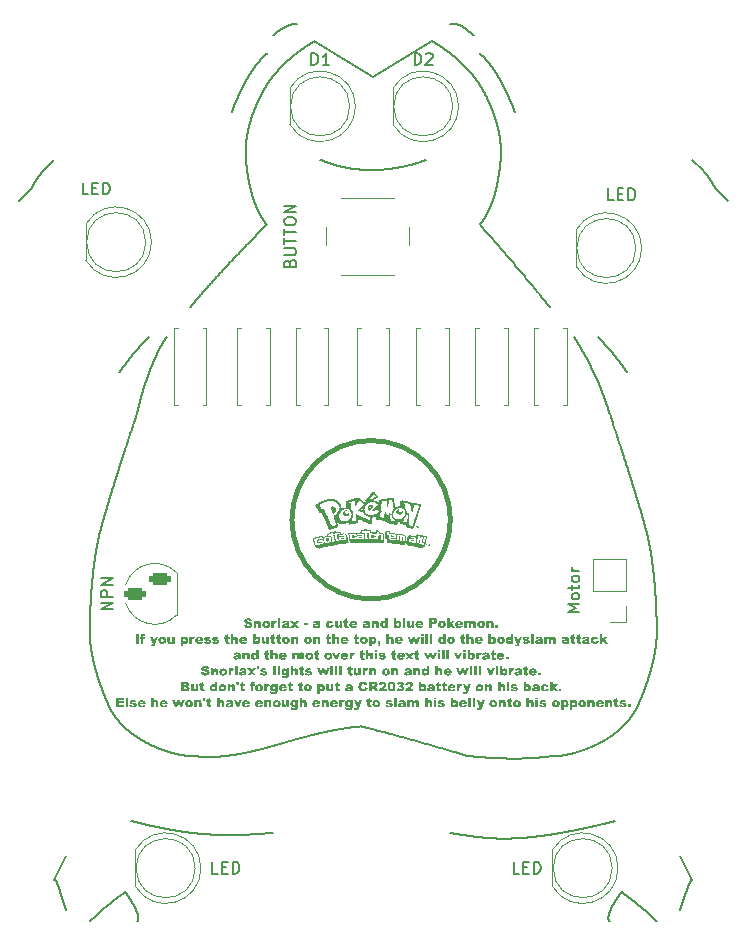
<source format=gto>
G04 #@! TF.GenerationSoftware,KiCad,Pcbnew,9.0.2*
G04 #@! TF.CreationDate,2025-06-21T22:02:28+02:00*
G04 #@! TF.ProjectId,Keychain,4b657963-6861-4696-9e2e-6b696361645f,rev?*
G04 #@! TF.SameCoordinates,Original*
G04 #@! TF.FileFunction,Legend,Top*
G04 #@! TF.FilePolarity,Positive*
%FSLAX46Y46*%
G04 Gerber Fmt 4.6, Leading zero omitted, Abs format (unit mm)*
G04 Created by KiCad (PCBNEW 9.0.2) date 2025-06-21 22:02:28*
%MOMM*%
%LPD*%
G01*
G04 APERTURE LIST*
G04 Aperture macros list*
%AMRoundRect*
0 Rectangle with rounded corners*
0 $1 Rounding radius*
0 $2 $3 $4 $5 $6 $7 $8 $9 X,Y pos of 4 corners*
0 Add a 4 corners polygon primitive as box body*
4,1,4,$2,$3,$4,$5,$6,$7,$8,$9,$2,$3,0*
0 Add four circle primitives for the rounded corners*
1,1,$1+$1,$2,$3*
1,1,$1+$1,$4,$5*
1,1,$1+$1,$6,$7*
1,1,$1+$1,$8,$9*
0 Add four rect primitives between the rounded corners*
20,1,$1+$1,$2,$3,$4,$5,0*
20,1,$1+$1,$4,$5,$6,$7,0*
20,1,$1+$1,$6,$7,$8,$9,0*
20,1,$1+$1,$8,$9,$2,$3,0*%
G04 Aperture macros list end*
%ADD10C,0.100000*%
%ADD11C,0.400000*%
%ADD12C,0.200000*%
%ADD13C,0.150000*%
%ADD14C,0.000000*%
%ADD15C,0.120000*%
%ADD16C,1.600000*%
%ADD17R,1.800000X1.800000*%
%ADD18C,1.800000*%
%ADD19R,1.700000X1.700000*%
%ADD20C,1.700000*%
%ADD21R,1.800000X1.100000*%
%ADD22RoundRect,0.275000X0.625000X-0.275000X0.625000X0.275000X-0.625000X0.275000X-0.625000X-0.275000X0*%
%ADD23C,2.000000*%
G04 APERTURE END LIST*
D10*
G36*
X157547467Y-117377433D02*
G01*
X157783015Y-117362632D01*
X157790553Y-117400388D01*
X157801140Y-117429007D01*
X157814180Y-117450315D01*
X157835036Y-117471414D01*
X157859638Y-117486470D01*
X157888736Y-117495816D01*
X157923455Y-117499115D01*
X157957977Y-117496008D01*
X157984621Y-117487531D01*
X158005130Y-117474397D01*
X158021510Y-117456434D01*
X158030784Y-117437557D01*
X158033852Y-117417098D01*
X158030955Y-117397611D01*
X158022151Y-117379335D01*
X158006546Y-117361655D01*
X157986030Y-117348415D01*
X157946765Y-117332991D01*
X157879735Y-117315493D01*
X157795665Y-117293167D01*
X157731175Y-117269210D01*
X157682802Y-117244250D01*
X157647509Y-117218675D01*
X157616663Y-117186071D01*
X157595103Y-117150083D01*
X157582054Y-117109980D01*
X157577558Y-117064655D01*
X157581480Y-117024690D01*
X157593262Y-116986174D01*
X157613364Y-116948445D01*
X157640373Y-116915431D01*
X157675792Y-116886797D01*
X157721026Y-116862471D01*
X157770051Y-116846226D01*
X157834517Y-116835251D01*
X157918033Y-116831159D01*
X157996509Y-116835436D01*
X158060080Y-116847186D01*
X158111250Y-116865112D01*
X158152164Y-116888410D01*
X158187233Y-116919929D01*
X158214929Y-116959703D01*
X158235433Y-117009223D01*
X158248102Y-117070615D01*
X158014753Y-117084390D01*
X158005555Y-117049373D01*
X157992375Y-117023612D01*
X157975674Y-117005109D01*
X157954477Y-116991883D01*
X157927573Y-116983418D01*
X157893413Y-116980343D01*
X157853779Y-116985414D01*
X157828347Y-116998563D01*
X157811848Y-117018962D01*
X157806511Y-117042820D01*
X157810763Y-117060380D01*
X157824536Y-117077014D01*
X157848631Y-117090238D01*
X157907628Y-117106372D01*
X158016554Y-117132619D01*
X158091399Y-117156099D01*
X158140147Y-117176812D01*
X158184414Y-117203690D01*
X158217925Y-117233144D01*
X158242338Y-117265228D01*
X158260022Y-117301571D01*
X158270694Y-117340689D01*
X158274334Y-117383295D01*
X158269583Y-117433191D01*
X158255472Y-117480077D01*
X158231689Y-117524809D01*
X158199855Y-117564173D01*
X158160476Y-117596805D01*
X158112548Y-117623043D01*
X158060457Y-117640788D01*
X157996889Y-117652331D01*
X157919645Y-117656505D01*
X157832738Y-117652384D01*
X157763890Y-117641197D01*
X157709979Y-117624419D01*
X157668284Y-117603086D01*
X157636567Y-117577712D01*
X157601783Y-117536076D01*
X157575461Y-117489399D01*
X157557281Y-117436881D01*
X157547467Y-117377433D01*
G37*
G36*
X158384048Y-117062506D02*
G01*
X158591166Y-117062506D01*
X158591166Y-117157859D01*
X158624076Y-117121036D01*
X158655309Y-117093898D01*
X158685150Y-117074914D01*
X158717776Y-117061503D01*
X158756039Y-117053012D01*
X158801019Y-117050001D01*
X158846706Y-117053784D01*
X158885205Y-117064473D01*
X158917833Y-117081520D01*
X158945562Y-117105004D01*
X158966966Y-117133700D01*
X158983243Y-117170284D01*
X158993890Y-117216567D01*
X158997781Y-117274802D01*
X158997781Y-117644000D01*
X158774250Y-117644000D01*
X158774250Y-117325018D01*
X158771480Y-117288969D01*
X158764343Y-117264219D01*
X158754027Y-117247740D01*
X158739165Y-117235412D01*
X158720586Y-117227796D01*
X158697167Y-117225074D01*
X158671641Y-117228548D01*
X158650107Y-117238615D01*
X158631564Y-117255653D01*
X158618992Y-117277785D01*
X158610012Y-117312714D01*
X158606455Y-117365465D01*
X158606455Y-117644000D01*
X158384048Y-117644000D01*
X158384048Y-117062506D01*
G37*
G36*
X159505473Y-117054620D02*
G01*
X159565648Y-117067649D01*
X159616999Y-117088213D01*
X159660877Y-117115956D01*
X159698270Y-117151069D01*
X159729316Y-117193694D01*
X159751510Y-117240713D01*
X159765124Y-117292974D01*
X159769833Y-117351592D01*
X159763989Y-117417105D01*
X159747154Y-117474568D01*
X159719688Y-117525510D01*
X159681026Y-117571020D01*
X159644324Y-117600758D01*
X159602301Y-117624293D01*
X159554177Y-117641692D01*
X159498947Y-117652650D01*
X159435416Y-117656505D01*
X159365619Y-117651605D01*
X159305646Y-117637709D01*
X159253912Y-117615602D01*
X159209149Y-117585479D01*
X159170701Y-117547768D01*
X159141385Y-117506492D01*
X159120428Y-117461153D01*
X159107584Y-117410966D01*
X159103148Y-117354914D01*
X159103325Y-117352960D01*
X159326093Y-117352960D01*
X159330225Y-117404462D01*
X159341170Y-117441997D01*
X159357502Y-117468926D01*
X159380564Y-117489974D01*
X159406533Y-117502257D01*
X159436490Y-117506442D01*
X159466850Y-117502275D01*
X159492799Y-117490129D01*
X159515478Y-117469464D01*
X159531378Y-117442888D01*
X159542208Y-117404629D01*
X159546351Y-117350762D01*
X159542280Y-117300796D01*
X159531447Y-117264029D01*
X159515185Y-117237335D01*
X159492387Y-117216348D01*
X159467049Y-117204184D01*
X159438151Y-117200064D01*
X159407463Y-117204305D01*
X159381054Y-117216706D01*
X159357795Y-117237872D01*
X159341251Y-117264959D01*
X159330232Y-117302264D01*
X159326093Y-117352960D01*
X159103325Y-117352960D01*
X159109010Y-117290026D01*
X159125936Y-117232842D01*
X159153633Y-117181875D01*
X159192736Y-117136072D01*
X159229873Y-117105920D01*
X159271857Y-117082190D01*
X159319379Y-117064748D01*
X159373344Y-117053826D01*
X159434829Y-117050001D01*
X159505473Y-117054620D01*
G37*
G36*
X159879058Y-117062506D02*
G01*
X160087251Y-117062506D01*
X160087251Y-117157517D01*
X160109542Y-117117677D01*
X160130162Y-117090502D01*
X160149289Y-117073106D01*
X160171650Y-117060537D01*
X160197690Y-117052741D01*
X160228277Y-117050001D01*
X160260449Y-117053025D01*
X160296076Y-117062648D01*
X160335939Y-117079994D01*
X160267063Y-117238410D01*
X160229306Y-117225417D01*
X160204781Y-117221948D01*
X160177563Y-117226054D01*
X160155405Y-117237903D01*
X160137028Y-117258145D01*
X160120153Y-117294530D01*
X160107642Y-117354816D01*
X160102589Y-117448849D01*
X160102589Y-117644000D01*
X159879058Y-117644000D01*
X159879058Y-117062506D01*
G37*
G36*
X160418347Y-116843665D02*
G01*
X160641291Y-116843665D01*
X160641291Y-117644000D01*
X160418347Y-117644000D01*
X160418347Y-116843665D01*
G37*
G36*
X161168793Y-117053169D02*
G01*
X161234313Y-117061236D01*
X161273419Y-117071729D01*
X161306843Y-117087350D01*
X161335430Y-117107984D01*
X161360143Y-117136652D01*
X161380224Y-117177740D01*
X161392692Y-117222654D01*
X161396637Y-117263860D01*
X161396637Y-117520364D01*
X161398119Y-117559180D01*
X161401815Y-117584648D01*
X161409354Y-117609123D01*
X161424529Y-117644000D01*
X161215751Y-117644000D01*
X161199337Y-117609170D01*
X161191717Y-117571557D01*
X161146656Y-117608997D01*
X161104815Y-117632227D01*
X161064772Y-117645359D01*
X161019329Y-117653611D01*
X160967649Y-117656505D01*
X160915228Y-117653003D01*
X160872586Y-117643321D01*
X160837983Y-117628352D01*
X160810014Y-117608487D01*
X160786143Y-117582627D01*
X160769556Y-117554639D01*
X160759592Y-117524012D01*
X160756183Y-117489980D01*
X160758026Y-117472785D01*
X160979128Y-117472785D01*
X160983767Y-117496405D01*
X160997446Y-117515039D01*
X161018769Y-117526942D01*
X161051277Y-117531452D01*
X161087218Y-117527001D01*
X161120398Y-117513720D01*
X161148427Y-117493337D01*
X161165778Y-117470392D01*
X161175506Y-117442465D01*
X161179163Y-117403860D01*
X161179163Y-117368884D01*
X161083518Y-117397412D01*
X161022665Y-117417383D01*
X160997691Y-117432387D01*
X160983615Y-117451714D01*
X160979128Y-117472785D01*
X160758026Y-117472785D01*
X160760741Y-117447454D01*
X160773737Y-117411731D01*
X160794969Y-117381341D01*
X160823954Y-117357904D01*
X160869715Y-117336445D01*
X160938144Y-117318033D01*
X161100468Y-117282813D01*
X161179163Y-117256337D01*
X161174257Y-117218743D01*
X161162213Y-117198012D01*
X161141155Y-117186166D01*
X161102666Y-117181306D01*
X161052027Y-117186307D01*
X161020698Y-117198794D01*
X161002460Y-117216908D01*
X160986260Y-117250085D01*
X160773671Y-117228200D01*
X160789212Y-117176403D01*
X160808354Y-117140762D01*
X160835147Y-117111736D01*
X160873664Y-117085416D01*
X160907581Y-117071202D01*
X160957830Y-117059282D01*
X161012543Y-117052404D01*
X161073699Y-117050001D01*
X161168793Y-117053169D01*
G37*
G36*
X161479631Y-117062506D02*
G01*
X161743559Y-117062506D01*
X161835932Y-117224586D01*
X161943057Y-117062506D01*
X162188423Y-117062506D01*
X161990587Y-117339575D01*
X162202638Y-117644000D01*
X161943057Y-117644000D01*
X161835932Y-117456763D01*
X161709707Y-117644000D01*
X161468688Y-117644000D01*
X161679617Y-117339575D01*
X161479631Y-117062506D01*
G37*
G36*
X162606469Y-117265716D02*
G01*
X162929993Y-117265716D01*
X162929993Y-117437663D01*
X162606469Y-117437663D01*
X162606469Y-117265716D01*
G37*
G36*
X163780042Y-117053169D02*
G01*
X163845562Y-117061236D01*
X163884669Y-117071729D01*
X163918092Y-117087350D01*
X163946679Y-117107984D01*
X163971392Y-117136652D01*
X163991473Y-117177740D01*
X164003941Y-117222654D01*
X164007886Y-117263860D01*
X164007886Y-117520364D01*
X164009368Y-117559180D01*
X164013064Y-117584648D01*
X164020603Y-117609123D01*
X164035778Y-117644000D01*
X163827000Y-117644000D01*
X163810587Y-117609170D01*
X163802966Y-117571557D01*
X163757905Y-117608997D01*
X163716065Y-117632227D01*
X163676021Y-117645359D01*
X163630578Y-117653611D01*
X163578898Y-117656505D01*
X163526477Y-117653003D01*
X163483835Y-117643321D01*
X163449233Y-117628352D01*
X163421263Y-117608487D01*
X163397392Y-117582627D01*
X163380805Y-117554639D01*
X163370841Y-117524012D01*
X163367432Y-117489980D01*
X163369275Y-117472785D01*
X163590377Y-117472785D01*
X163595016Y-117496405D01*
X163608695Y-117515039D01*
X163630018Y-117526942D01*
X163662527Y-117531452D01*
X163698467Y-117527001D01*
X163731647Y-117513720D01*
X163759676Y-117493337D01*
X163777028Y-117470392D01*
X163786755Y-117442465D01*
X163790412Y-117403860D01*
X163790412Y-117368884D01*
X163694767Y-117397412D01*
X163633915Y-117417383D01*
X163608940Y-117432387D01*
X163594865Y-117451714D01*
X163590377Y-117472785D01*
X163369275Y-117472785D01*
X163371991Y-117447454D01*
X163384987Y-117411731D01*
X163406218Y-117381341D01*
X163435203Y-117357904D01*
X163480964Y-117336445D01*
X163549393Y-117318033D01*
X163711717Y-117282813D01*
X163790412Y-117256337D01*
X163785506Y-117218743D01*
X163773462Y-117198012D01*
X163752404Y-117186166D01*
X163713915Y-117181306D01*
X163663276Y-117186307D01*
X163631947Y-117198794D01*
X163613709Y-117216908D01*
X163597509Y-117250085D01*
X163384920Y-117228200D01*
X163400461Y-117176403D01*
X163419603Y-117140762D01*
X163446396Y-117111736D01*
X163484913Y-117085416D01*
X163518830Y-117071202D01*
X163569079Y-117059282D01*
X163623792Y-117052404D01*
X163684948Y-117050001D01*
X163780042Y-117053169D01*
G37*
G36*
X164946804Y-117415779D02*
G01*
X165158270Y-117440789D01*
X165143859Y-117483382D01*
X165124722Y-117521235D01*
X165100873Y-117554900D01*
X165072167Y-117584365D01*
X165038400Y-117609302D01*
X164998975Y-117629833D01*
X164956753Y-117643940D01*
X164904821Y-117653160D01*
X164841291Y-117656505D01*
X164752934Y-117651776D01*
X164687467Y-117639310D01*
X164647831Y-117625230D01*
X164612756Y-117606669D01*
X164581710Y-117583623D01*
X164542153Y-117541698D01*
X164512296Y-117493302D01*
X164499114Y-117457782D01*
X164490392Y-117412625D01*
X164487188Y-117355695D01*
X164490949Y-117296613D01*
X164501434Y-117247484D01*
X164517767Y-117206658D01*
X164544066Y-117165521D01*
X164578975Y-117128354D01*
X164619150Y-117097599D01*
X164658793Y-117076770D01*
X164702978Y-117062660D01*
X164757837Y-117053382D01*
X164825464Y-117050001D01*
X164898238Y-117053826D01*
X164957118Y-117064324D01*
X165004425Y-117080304D01*
X165042157Y-117100999D01*
X165076125Y-117128887D01*
X165104760Y-117162539D01*
X165128338Y-117202617D01*
X165146790Y-117250085D01*
X164937474Y-117278221D01*
X164923141Y-117243447D01*
X164901668Y-117219750D01*
X164872607Y-117205368D01*
X164832010Y-117200064D01*
X164797036Y-117204625D01*
X164767713Y-117217772D01*
X164742666Y-117239826D01*
X164724793Y-117268340D01*
X164712954Y-117307347D01*
X164708521Y-117360092D01*
X164712807Y-117406821D01*
X164724435Y-117442324D01*
X164742373Y-117469170D01*
X164767023Y-117489869D01*
X164795408Y-117502188D01*
X164828737Y-117506442D01*
X164857148Y-117503816D01*
X164881382Y-117496330D01*
X164902254Y-117484216D01*
X164919758Y-117467545D01*
X164934649Y-117445139D01*
X164946804Y-117415779D01*
G37*
G36*
X165871899Y-117644000D02*
G01*
X165664243Y-117644000D01*
X165664243Y-117548891D01*
X165631322Y-117585817D01*
X165600173Y-117612923D01*
X165570503Y-117631787D01*
X165538073Y-117645063D01*
X165499749Y-117653502D01*
X165454390Y-117656505D01*
X165408993Y-117652733D01*
X165370657Y-117642068D01*
X165338088Y-117625037D01*
X165310335Y-117601550D01*
X165288933Y-117572830D01*
X165272671Y-117536300D01*
X165262045Y-117490177D01*
X165258165Y-117432241D01*
X165258165Y-117062506D01*
X165481696Y-117062506D01*
X165481696Y-117381048D01*
X165484459Y-117417061D01*
X165491592Y-117441895D01*
X165501919Y-117458521D01*
X165516800Y-117470994D01*
X165535380Y-117478686D01*
X165558779Y-117481431D01*
X165583931Y-117477985D01*
X165605367Y-117467952D01*
X165624041Y-117450901D01*
X165636800Y-117428742D01*
X165645893Y-117393850D01*
X165649491Y-117341236D01*
X165649491Y-117062506D01*
X165871899Y-117062506D01*
X165871899Y-117644000D01*
G37*
G36*
X166275095Y-116843665D02*
G01*
X166275095Y-117062506D01*
X166397509Y-117062506D01*
X166397509Y-117225074D01*
X166275095Y-117225074D01*
X166275095Y-117432094D01*
X166277347Y-117466172D01*
X166282178Y-117481529D01*
X166296600Y-117495219D01*
X166320426Y-117500189D01*
X166347132Y-117497190D01*
X166389303Y-117485926D01*
X166405716Y-117638577D01*
X166324303Y-117652211D01*
X166251598Y-117656505D01*
X166196030Y-117653578D01*
X166156484Y-117645997D01*
X166129184Y-117635207D01*
X166105364Y-117618624D01*
X166086085Y-117597238D01*
X166071005Y-117570385D01*
X166061606Y-117540426D01*
X166054814Y-117495150D01*
X166052150Y-117429603D01*
X166052150Y-117225074D01*
X165970182Y-117225074D01*
X165970182Y-117062506D01*
X166052150Y-117062506D01*
X166052150Y-116956896D01*
X166275095Y-116843665D01*
G37*
G36*
X166886616Y-117054840D02*
G01*
X166951008Y-117067910D01*
X167000594Y-117087517D01*
X167045063Y-117116398D01*
X167081428Y-117152381D01*
X167110454Y-117196156D01*
X167130418Y-117245080D01*
X167143433Y-117305959D01*
X167148165Y-117381390D01*
X167148165Y-117406400D01*
X166702227Y-117406400D01*
X166708760Y-117441854D01*
X166718636Y-117468066D01*
X166731194Y-117487049D01*
X166754884Y-117508250D01*
X166782510Y-117520842D01*
X166815360Y-117525200D01*
X166847213Y-117521128D01*
X166877691Y-117508787D01*
X166895180Y-117495518D01*
X166916476Y-117472053D01*
X167135611Y-117490810D01*
X167098175Y-117546363D01*
X167057788Y-117588078D01*
X167014271Y-117618012D01*
X166965223Y-117637905D01*
X166898831Y-117651420D01*
X166810475Y-117656505D01*
X166733739Y-117652286D01*
X166674365Y-117640936D01*
X166629003Y-117624020D01*
X166588118Y-117598598D01*
X166551708Y-117564544D01*
X166519435Y-117520755D01*
X166495712Y-117471896D01*
X166481091Y-117416861D01*
X166476009Y-117354327D01*
X166480725Y-117300106D01*
X166702764Y-117300106D01*
X166921947Y-117300106D01*
X166914326Y-117258562D01*
X166902450Y-117229122D01*
X166887216Y-117208856D01*
X166866954Y-117193807D01*
X166842651Y-117184567D01*
X166813162Y-117181306D01*
X166779874Y-117186022D01*
X166752105Y-117199678D01*
X166728458Y-117222876D01*
X166712700Y-117252878D01*
X166702764Y-117300106D01*
X166480725Y-117300106D01*
X166481817Y-117287544D01*
X166498458Y-117229607D01*
X166525431Y-117178875D01*
X166563155Y-117134167D01*
X166599210Y-117104863D01*
X166640447Y-117081688D01*
X166687620Y-117064567D01*
X166741710Y-117053791D01*
X166803880Y-117050001D01*
X166886616Y-117054840D01*
G37*
G36*
X168008374Y-117053169D02*
G01*
X168073894Y-117061236D01*
X168113001Y-117071729D01*
X168146425Y-117087350D01*
X168175011Y-117107984D01*
X168199724Y-117136652D01*
X168219805Y-117177740D01*
X168232274Y-117222654D01*
X168236218Y-117263860D01*
X168236218Y-117520364D01*
X168237700Y-117559180D01*
X168241396Y-117584648D01*
X168248935Y-117609123D01*
X168264111Y-117644000D01*
X168055332Y-117644000D01*
X168038919Y-117609170D01*
X168031298Y-117571557D01*
X167986237Y-117608997D01*
X167944397Y-117632227D01*
X167904353Y-117645359D01*
X167858910Y-117653611D01*
X167807230Y-117656505D01*
X167754809Y-117653003D01*
X167712167Y-117643321D01*
X167677565Y-117628352D01*
X167649596Y-117608487D01*
X167625724Y-117582627D01*
X167609137Y-117554639D01*
X167599173Y-117524012D01*
X167595765Y-117489980D01*
X167597608Y-117472785D01*
X167818709Y-117472785D01*
X167823348Y-117496405D01*
X167837028Y-117515039D01*
X167858350Y-117526942D01*
X167890859Y-117531452D01*
X167926799Y-117527001D01*
X167959979Y-117513720D01*
X167988009Y-117493337D01*
X168005360Y-117470392D01*
X168015087Y-117442465D01*
X168018744Y-117403860D01*
X168018744Y-117368884D01*
X167923099Y-117397412D01*
X167862247Y-117417383D01*
X167837272Y-117432387D01*
X167823197Y-117451714D01*
X167818709Y-117472785D01*
X167597608Y-117472785D01*
X167600323Y-117447454D01*
X167613319Y-117411731D01*
X167634550Y-117381341D01*
X167663535Y-117357904D01*
X167709296Y-117336445D01*
X167777725Y-117318033D01*
X167940049Y-117282813D01*
X168018744Y-117256337D01*
X168013838Y-117218743D01*
X168001794Y-117198012D01*
X167980736Y-117186166D01*
X167942247Y-117181306D01*
X167891608Y-117186307D01*
X167860280Y-117198794D01*
X167842041Y-117216908D01*
X167825841Y-117250085D01*
X167613252Y-117228200D01*
X167628793Y-117176403D01*
X167647935Y-117140762D01*
X167674729Y-117111736D01*
X167713245Y-117085416D01*
X167747163Y-117071202D01*
X167797411Y-117059282D01*
X167852124Y-117052404D01*
X167913280Y-117050001D01*
X168008374Y-117053169D01*
G37*
G36*
X168369477Y-117062506D02*
G01*
X168576595Y-117062506D01*
X168576595Y-117157859D01*
X168609505Y-117121036D01*
X168640738Y-117093898D01*
X168670580Y-117074914D01*
X168703206Y-117061503D01*
X168741468Y-117053012D01*
X168786448Y-117050001D01*
X168832135Y-117053784D01*
X168870634Y-117064473D01*
X168903262Y-117081520D01*
X168930991Y-117105004D01*
X168952395Y-117133700D01*
X168968673Y-117170284D01*
X168979319Y-117216567D01*
X168983210Y-117274802D01*
X168983210Y-117644000D01*
X168759679Y-117644000D01*
X168759679Y-117325018D01*
X168756909Y-117288969D01*
X168749772Y-117264219D01*
X168739456Y-117247740D01*
X168724595Y-117235412D01*
X168706015Y-117227796D01*
X168682596Y-117225074D01*
X168657070Y-117228548D01*
X168635537Y-117238615D01*
X168616993Y-117255653D01*
X168604421Y-117277785D01*
X168595441Y-117312714D01*
X168591885Y-117365465D01*
X168591885Y-117644000D01*
X168369477Y-117644000D01*
X168369477Y-117062506D01*
G37*
G36*
X169726881Y-117644000D02*
G01*
X169518640Y-117644000D01*
X169518640Y-117558026D01*
X169473997Y-117606182D01*
X169438870Y-117631494D01*
X169405988Y-117645258D01*
X169370462Y-117653636D01*
X169331745Y-117656505D01*
X169285037Y-117652639D01*
X169244528Y-117641581D01*
X169209111Y-117623727D01*
X169177964Y-117598903D01*
X169150615Y-117566379D01*
X169123819Y-117520097D01*
X169104327Y-117468735D01*
X169092239Y-117411455D01*
X169088643Y-117356477D01*
X169310447Y-117356477D01*
X169314046Y-117403372D01*
X169323505Y-117437072D01*
X169337460Y-117460817D01*
X169357339Y-117479504D01*
X169379365Y-117490291D01*
X169404432Y-117493937D01*
X169431334Y-117490207D01*
X169454689Y-117479263D01*
X169475457Y-117460524D01*
X169490062Y-117436437D01*
X169500052Y-117401369D01*
X169503887Y-117351543D01*
X169500123Y-117306693D01*
X169490076Y-117273571D01*
X169474920Y-117249401D01*
X169453735Y-117230560D01*
X169429665Y-117219487D01*
X169401696Y-117215695D01*
X169377348Y-117219253D01*
X169355967Y-117229782D01*
X169336679Y-117248033D01*
X169323343Y-117271250D01*
X169314056Y-117306019D01*
X169310447Y-117356477D01*
X169088643Y-117356477D01*
X169088039Y-117347244D01*
X169093028Y-117274628D01*
X169106879Y-117215094D01*
X169128410Y-117166333D01*
X169157160Y-117126498D01*
X169194242Y-117092899D01*
X169235266Y-117069291D01*
X169281066Y-117054951D01*
X169332869Y-117050001D01*
X169383131Y-117054497D01*
X169427146Y-117067440D01*
X169466903Y-117089098D01*
X169502275Y-117119757D01*
X169502275Y-116843665D01*
X169726881Y-116843665D01*
X169726881Y-117644000D01*
G37*
G36*
X170460831Y-117119757D02*
G01*
X170496643Y-117089074D01*
X170536497Y-117067440D01*
X170580444Y-117054485D01*
X170630238Y-117050001D01*
X170681740Y-117054923D01*
X170727408Y-117069201D01*
X170768440Y-117092734D01*
X170805653Y-117126254D01*
X170834587Y-117165984D01*
X170856203Y-117214423D01*
X170870077Y-117273362D01*
X170875067Y-117345046D01*
X170871311Y-117407828D01*
X170860560Y-117463325D01*
X170843364Y-117512548D01*
X170818666Y-117558036D01*
X170789456Y-117593634D01*
X170755632Y-117620748D01*
X170717009Y-117640585D01*
X170675825Y-117652471D01*
X170631312Y-117656505D01*
X170592947Y-117653653D01*
X170557408Y-117645290D01*
X170524187Y-117631494D01*
X170488642Y-117605779D01*
X170444418Y-117558026D01*
X170444418Y-117644000D01*
X170236176Y-117644000D01*
X170236176Y-117351543D01*
X170459170Y-117351543D01*
X170462955Y-117401020D01*
X170472834Y-117436049D01*
X170487307Y-117460280D01*
X170507957Y-117479127D01*
X170531396Y-117490164D01*
X170558626Y-117493937D01*
X170583691Y-117490290D01*
X170605700Y-117479502D01*
X170625548Y-117460817D01*
X170639308Y-117436957D01*
X170648888Y-117401218D01*
X170652610Y-117349345D01*
X170649084Y-117303897D01*
X170639806Y-117271164D01*
X170626086Y-117248033D01*
X170606673Y-117229704D01*
X170585550Y-117219212D01*
X170561899Y-117215695D01*
X170533228Y-117219524D01*
X170508906Y-117230631D01*
X170487844Y-117249401D01*
X170472852Y-117273546D01*
X170462901Y-117306667D01*
X170459170Y-117351543D01*
X170236176Y-117351543D01*
X170236176Y-116843665D01*
X170460831Y-116843665D01*
X170460831Y-117119757D01*
G37*
G36*
X170989177Y-116843665D02*
G01*
X171212122Y-116843665D01*
X171212122Y-117644000D01*
X170989177Y-117644000D01*
X170989177Y-116843665D01*
G37*
G36*
X171965855Y-117644000D02*
G01*
X171758200Y-117644000D01*
X171758200Y-117548891D01*
X171725278Y-117585817D01*
X171694130Y-117612923D01*
X171664460Y-117631787D01*
X171632029Y-117645063D01*
X171593706Y-117653502D01*
X171548347Y-117656505D01*
X171502950Y-117652733D01*
X171464614Y-117642068D01*
X171432045Y-117625037D01*
X171404292Y-117601550D01*
X171382889Y-117572830D01*
X171366628Y-117536300D01*
X171356002Y-117490177D01*
X171352122Y-117432241D01*
X171352122Y-117062506D01*
X171575653Y-117062506D01*
X171575653Y-117381048D01*
X171578416Y-117417061D01*
X171585548Y-117441895D01*
X171595876Y-117458521D01*
X171610757Y-117470994D01*
X171629337Y-117478686D01*
X171652736Y-117481431D01*
X171677887Y-117477985D01*
X171699323Y-117467952D01*
X171717998Y-117450901D01*
X171730757Y-117428742D01*
X171739850Y-117393850D01*
X171743448Y-117341236D01*
X171743448Y-117062506D01*
X171965855Y-117062506D01*
X171965855Y-117644000D01*
G37*
G36*
X172483490Y-117054840D02*
G01*
X172547882Y-117067910D01*
X172597467Y-117087517D01*
X172641937Y-117116398D01*
X172678302Y-117152381D01*
X172707328Y-117196156D01*
X172727292Y-117245080D01*
X172740306Y-117305959D01*
X172745039Y-117381390D01*
X172745039Y-117406400D01*
X172299100Y-117406400D01*
X172305634Y-117441854D01*
X172315509Y-117468066D01*
X172328067Y-117487049D01*
X172351757Y-117508250D01*
X172379383Y-117520842D01*
X172412233Y-117525200D01*
X172444087Y-117521128D01*
X172474564Y-117508787D01*
X172492054Y-117495518D01*
X172513350Y-117472053D01*
X172732485Y-117490810D01*
X172695049Y-117546363D01*
X172654662Y-117588078D01*
X172611145Y-117618012D01*
X172562097Y-117637905D01*
X172495705Y-117651420D01*
X172407349Y-117656505D01*
X172330613Y-117652286D01*
X172271239Y-117640936D01*
X172225876Y-117624020D01*
X172184991Y-117598598D01*
X172148582Y-117564544D01*
X172116309Y-117520755D01*
X172092585Y-117471896D01*
X172077965Y-117416861D01*
X172072882Y-117354327D01*
X172077598Y-117300106D01*
X172299638Y-117300106D01*
X172518821Y-117300106D01*
X172511200Y-117258562D01*
X172499324Y-117229122D01*
X172484090Y-117208856D01*
X172463828Y-117193807D01*
X172439525Y-117184567D01*
X172410035Y-117181306D01*
X172376748Y-117186022D01*
X172348979Y-117199678D01*
X172325332Y-117222876D01*
X172309574Y-117252878D01*
X172299638Y-117300106D01*
X172077598Y-117300106D01*
X172078691Y-117287544D01*
X172095332Y-117229607D01*
X172122304Y-117178875D01*
X172160028Y-117134167D01*
X172196084Y-117104863D01*
X172237321Y-117081688D01*
X172284494Y-117064567D01*
X172338584Y-117053791D01*
X172400754Y-117050001D01*
X172483490Y-117054840D01*
G37*
G36*
X173712984Y-116848351D02*
G01*
X173767617Y-116861258D01*
X173811467Y-116881159D01*
X173846476Y-116907558D01*
X173874844Y-116941437D01*
X173895621Y-116982039D01*
X173908762Y-117030728D01*
X173913448Y-117089324D01*
X173908434Y-117149215D01*
X173894268Y-117199668D01*
X173871656Y-117242424D01*
X173840468Y-117278759D01*
X173802437Y-117306783D01*
X173754269Y-117328056D01*
X173693676Y-117341938D01*
X173617816Y-117347000D01*
X173482261Y-117347000D01*
X173482261Y-117644000D01*
X173233622Y-117644000D01*
X173233622Y-117184432D01*
X173482261Y-117184432D01*
X173542931Y-117184432D01*
X173590350Y-117180993D01*
X173622469Y-117172205D01*
X173643462Y-117159666D01*
X173659613Y-117141492D01*
X173669149Y-117120629D01*
X173672429Y-117096163D01*
X173669568Y-117072101D01*
X173661240Y-117051099D01*
X173647272Y-117032415D01*
X173628497Y-117019195D01*
X173598534Y-117009906D01*
X173552750Y-117006233D01*
X173482261Y-117006233D01*
X173482261Y-117184432D01*
X173233622Y-117184432D01*
X173233622Y-116843665D01*
X173645123Y-116843665D01*
X173712984Y-116848351D01*
G37*
G36*
X174374196Y-117054620D02*
G01*
X174434371Y-117067649D01*
X174485722Y-117088213D01*
X174529600Y-117115956D01*
X174566993Y-117151069D01*
X174598039Y-117193694D01*
X174620233Y-117240713D01*
X174633847Y-117292974D01*
X174638556Y-117351592D01*
X174632712Y-117417105D01*
X174615877Y-117474568D01*
X174588411Y-117525510D01*
X174549749Y-117571020D01*
X174513047Y-117600758D01*
X174471024Y-117624293D01*
X174422900Y-117641692D01*
X174367670Y-117652650D01*
X174304139Y-117656505D01*
X174234342Y-117651605D01*
X174174368Y-117637709D01*
X174122635Y-117615602D01*
X174077872Y-117585479D01*
X174039424Y-117547768D01*
X174010108Y-117506492D01*
X173989151Y-117461153D01*
X173976307Y-117410966D01*
X173971871Y-117354914D01*
X173972047Y-117352960D01*
X174194815Y-117352960D01*
X174198948Y-117404462D01*
X174209893Y-117441997D01*
X174226225Y-117468926D01*
X174249287Y-117489974D01*
X174275256Y-117502257D01*
X174305213Y-117506442D01*
X174335573Y-117502275D01*
X174361522Y-117490129D01*
X174384201Y-117469464D01*
X174400101Y-117442888D01*
X174410931Y-117404629D01*
X174415074Y-117350762D01*
X174411003Y-117300796D01*
X174400170Y-117264029D01*
X174383908Y-117237335D01*
X174361110Y-117216348D01*
X174335772Y-117204184D01*
X174306874Y-117200064D01*
X174276186Y-117204305D01*
X174249777Y-117216706D01*
X174226518Y-117237872D01*
X174209974Y-117264959D01*
X174198955Y-117302264D01*
X174194815Y-117352960D01*
X173972047Y-117352960D01*
X173977732Y-117290026D01*
X173994659Y-117232842D01*
X174022356Y-117181875D01*
X174061459Y-117136072D01*
X174098596Y-117105920D01*
X174140580Y-117082190D01*
X174188102Y-117064748D01*
X174242067Y-117053826D01*
X174303552Y-117050001D01*
X174374196Y-117054620D01*
G37*
G36*
X174745583Y-116843665D02*
G01*
X174972924Y-116843665D01*
X174972924Y-117255605D01*
X175139058Y-117062506D01*
X175412855Y-117062506D01*
X175204662Y-117266156D01*
X175424871Y-117644000D01*
X175174034Y-117644000D01*
X175056553Y-117411041D01*
X174972924Y-117492862D01*
X174972924Y-117644000D01*
X174745583Y-117644000D01*
X174745583Y-116843665D01*
G37*
G36*
X175836456Y-117054840D02*
G01*
X175900848Y-117067910D01*
X175950433Y-117087517D01*
X175994903Y-117116398D01*
X176031268Y-117152381D01*
X176060294Y-117196156D01*
X176080258Y-117245080D01*
X176093272Y-117305959D01*
X176098005Y-117381390D01*
X176098005Y-117406400D01*
X175652066Y-117406400D01*
X175658599Y-117441854D01*
X175668475Y-117468066D01*
X175681033Y-117487049D01*
X175704723Y-117508250D01*
X175732349Y-117520842D01*
X175765199Y-117525200D01*
X175797052Y-117521128D01*
X175827530Y-117508787D01*
X175845020Y-117495518D01*
X175866316Y-117472053D01*
X176085451Y-117490810D01*
X176048014Y-117546363D01*
X176007628Y-117588078D01*
X175964111Y-117618012D01*
X175915063Y-117637905D01*
X175848671Y-117651420D01*
X175760314Y-117656505D01*
X175683579Y-117652286D01*
X175624205Y-117640936D01*
X175578842Y-117624020D01*
X175537957Y-117598598D01*
X175501548Y-117564544D01*
X175469275Y-117520755D01*
X175445551Y-117471896D01*
X175430931Y-117416861D01*
X175425848Y-117354327D01*
X175430564Y-117300106D01*
X175652603Y-117300106D01*
X175871787Y-117300106D01*
X175864166Y-117258562D01*
X175852290Y-117229122D01*
X175837056Y-117208856D01*
X175816794Y-117193807D01*
X175792491Y-117184567D01*
X175763001Y-117181306D01*
X175729714Y-117186022D01*
X175701945Y-117199678D01*
X175678298Y-117222876D01*
X175662540Y-117252878D01*
X175652603Y-117300106D01*
X175430564Y-117300106D01*
X175431657Y-117287544D01*
X175448297Y-117229607D01*
X175475270Y-117178875D01*
X175512994Y-117134167D01*
X175549050Y-117104863D01*
X175590287Y-117081688D01*
X175637460Y-117064567D01*
X175691550Y-117053791D01*
X175753720Y-117050001D01*
X175836456Y-117054840D01*
G37*
G36*
X176201759Y-117062506D02*
G01*
X176409414Y-117062506D01*
X176409414Y-117147112D01*
X176441025Y-117113864D01*
X176471071Y-117089364D01*
X176499833Y-117072276D01*
X176531045Y-117060285D01*
X176567449Y-117052690D01*
X176609986Y-117050001D01*
X176655784Y-117053107D01*
X176691744Y-117061562D01*
X176719798Y-117074425D01*
X176744610Y-117092891D01*
X176766618Y-117116862D01*
X176785939Y-117147112D01*
X176839114Y-117097313D01*
X176881585Y-117070371D01*
X176911068Y-117059482D01*
X176946243Y-117052499D01*
X176988172Y-117050001D01*
X177034403Y-117053827D01*
X177073292Y-117064629D01*
X177106187Y-117081843D01*
X177134083Y-117105542D01*
X177155498Y-117134482D01*
X177171859Y-117171701D01*
X177182606Y-117219138D01*
X177186546Y-117279198D01*
X177186546Y-117644000D01*
X176963552Y-117644000D01*
X176963552Y-117311096D01*
X176959229Y-117274724D01*
X176948263Y-117252234D01*
X176931579Y-117235005D01*
X176913258Y-117225222D01*
X176892527Y-117221948D01*
X176867612Y-117225233D01*
X176846811Y-117234694D01*
X176829121Y-117250573D01*
X176816739Y-117271157D01*
X176808310Y-117300774D01*
X176805088Y-117342457D01*
X176805088Y-117644000D01*
X176582094Y-117644000D01*
X176582094Y-117322918D01*
X176580724Y-117287586D01*
X176577746Y-117270796D01*
X176567957Y-117250889D01*
X176553127Y-117235430D01*
X176534297Y-117225371D01*
X176512143Y-117221948D01*
X176487986Y-117225233D01*
X176467330Y-117234802D01*
X176449275Y-117251062D01*
X176436679Y-117272011D01*
X176428032Y-117302700D01*
X176424704Y-117346512D01*
X176424704Y-117644000D01*
X176201759Y-117644000D01*
X176201759Y-117062506D01*
G37*
G36*
X177695117Y-117054620D02*
G01*
X177755293Y-117067649D01*
X177806643Y-117088213D01*
X177850521Y-117115956D01*
X177887914Y-117151069D01*
X177918960Y-117193694D01*
X177941154Y-117240713D01*
X177954769Y-117292974D01*
X177959477Y-117351592D01*
X177953633Y-117417105D01*
X177936798Y-117474568D01*
X177909332Y-117525510D01*
X177870670Y-117571020D01*
X177833968Y-117600758D01*
X177791945Y-117624293D01*
X177743821Y-117641692D01*
X177688591Y-117652650D01*
X177625060Y-117656505D01*
X177555263Y-117651605D01*
X177495290Y-117637709D01*
X177443556Y-117615602D01*
X177398793Y-117585479D01*
X177360345Y-117547768D01*
X177331029Y-117506492D01*
X177310072Y-117461153D01*
X177297228Y-117410966D01*
X177292792Y-117354914D01*
X177292969Y-117352960D01*
X177515737Y-117352960D01*
X177519869Y-117404462D01*
X177530814Y-117441997D01*
X177547146Y-117468926D01*
X177570208Y-117489974D01*
X177596177Y-117502257D01*
X177626134Y-117506442D01*
X177656494Y-117502275D01*
X177682443Y-117490129D01*
X177705123Y-117469464D01*
X177721022Y-117442888D01*
X177731852Y-117404629D01*
X177735995Y-117350762D01*
X177731924Y-117300796D01*
X177721091Y-117264029D01*
X177704829Y-117237335D01*
X177682031Y-117216348D01*
X177656694Y-117204184D01*
X177627795Y-117200064D01*
X177597107Y-117204305D01*
X177570698Y-117216706D01*
X177547439Y-117237872D01*
X177530895Y-117264959D01*
X177519876Y-117302264D01*
X177515737Y-117352960D01*
X177292969Y-117352960D01*
X177298654Y-117290026D01*
X177315580Y-117232842D01*
X177343277Y-117181875D01*
X177382380Y-117136072D01*
X177419517Y-117105920D01*
X177461501Y-117082190D01*
X177509023Y-117064748D01*
X177562988Y-117053826D01*
X177624474Y-117050001D01*
X177695117Y-117054620D01*
G37*
G36*
X178066504Y-117062506D02*
G01*
X178273622Y-117062506D01*
X178273622Y-117157859D01*
X178306532Y-117121036D01*
X178337765Y-117093898D01*
X178367607Y-117074914D01*
X178400233Y-117061503D01*
X178438496Y-117053012D01*
X178483476Y-117050001D01*
X178529163Y-117053784D01*
X178567661Y-117064473D01*
X178600289Y-117081520D01*
X178628019Y-117105004D01*
X178649422Y-117133700D01*
X178665700Y-117170284D01*
X178676347Y-117216567D01*
X178680238Y-117274802D01*
X178680238Y-117644000D01*
X178456707Y-117644000D01*
X178456707Y-117325018D01*
X178453936Y-117288969D01*
X178446799Y-117264219D01*
X178436483Y-117247740D01*
X178421622Y-117235412D01*
X178403042Y-117227796D01*
X178379624Y-117225074D01*
X178354097Y-117228548D01*
X178332564Y-117238615D01*
X178314020Y-117255653D01*
X178301448Y-117277785D01*
X178292469Y-117312714D01*
X178288912Y-117365465D01*
X178288912Y-117644000D01*
X178066504Y-117644000D01*
X178066504Y-117062506D01*
G37*
G36*
X178813448Y-117422032D02*
G01*
X179051194Y-117422032D01*
X179051194Y-117644000D01*
X178813448Y-117644000D01*
X178813448Y-117422032D01*
G37*
G36*
X148376344Y-118187665D02*
G01*
X148624446Y-118187665D01*
X148624446Y-118988000D01*
X148376344Y-118988000D01*
X148376344Y-118187665D01*
G37*
G36*
X149034627Y-118406506D02*
G01*
X149140629Y-118406506D01*
X149140629Y-118569074D01*
X149034627Y-118569074D01*
X149034627Y-118988000D01*
X148811682Y-118988000D01*
X148811682Y-118569074D01*
X148728591Y-118569074D01*
X148728591Y-118406506D01*
X148811682Y-118406506D01*
X148811682Y-118380616D01*
X148813489Y-118344843D01*
X148819303Y-118303533D01*
X148830742Y-118264280D01*
X148848026Y-118234755D01*
X148872582Y-118211143D01*
X148907035Y-118191621D01*
X148949684Y-118179921D01*
X149018263Y-118175159D01*
X149083285Y-118178034D01*
X149188207Y-118188739D01*
X149163587Y-118322242D01*
X149099107Y-118315843D01*
X149071571Y-118318725D01*
X149055925Y-118325711D01*
X149045098Y-118337852D01*
X149037363Y-118356925D01*
X149034627Y-118406506D01*
G37*
G36*
X149595604Y-118406506D02*
G01*
X149830615Y-118406506D01*
X149950294Y-118793631D01*
X150061229Y-118406506D01*
X150280363Y-118406506D01*
X150050287Y-119028788D01*
X150020454Y-119099233D01*
X149993739Y-119145102D01*
X149969931Y-119172842D01*
X149939842Y-119194461D01*
X149901682Y-119210916D01*
X149853630Y-119221673D01*
X149793441Y-119225599D01*
X149738855Y-119222943D01*
X149644795Y-119212752D01*
X149627307Y-119059318D01*
X149677142Y-119071328D01*
X149734432Y-119075536D01*
X149770993Y-119070485D01*
X149798081Y-119056534D01*
X149819131Y-119032345D01*
X149839358Y-118988537D01*
X149595604Y-118406506D01*
G37*
G36*
X150699444Y-118398620D02*
G01*
X150759619Y-118411649D01*
X150810970Y-118432213D01*
X150854848Y-118459956D01*
X150892241Y-118495069D01*
X150923287Y-118537694D01*
X150945481Y-118584713D01*
X150959095Y-118636974D01*
X150963804Y-118695592D01*
X150957960Y-118761105D01*
X150941125Y-118818568D01*
X150913659Y-118869510D01*
X150874997Y-118915020D01*
X150838295Y-118944758D01*
X150796271Y-118968293D01*
X150748148Y-118985692D01*
X150692918Y-118996650D01*
X150629386Y-119000505D01*
X150559589Y-118995605D01*
X150499616Y-118981709D01*
X150447883Y-118959602D01*
X150403120Y-118929479D01*
X150364672Y-118891768D01*
X150335356Y-118850492D01*
X150314398Y-118805153D01*
X150301554Y-118754966D01*
X150297118Y-118698914D01*
X150297295Y-118696960D01*
X150520063Y-118696960D01*
X150524196Y-118748462D01*
X150535141Y-118785997D01*
X150551473Y-118812926D01*
X150574535Y-118833974D01*
X150600504Y-118846257D01*
X150630461Y-118850442D01*
X150660821Y-118846275D01*
X150686770Y-118834129D01*
X150709449Y-118813464D01*
X150725348Y-118786888D01*
X150736179Y-118748629D01*
X150740321Y-118694762D01*
X150736251Y-118644796D01*
X150725418Y-118608029D01*
X150709156Y-118581335D01*
X150686358Y-118560348D01*
X150661020Y-118548184D01*
X150632122Y-118544064D01*
X150601434Y-118548305D01*
X150575025Y-118560706D01*
X150551766Y-118581872D01*
X150535222Y-118608959D01*
X150524203Y-118646264D01*
X150520063Y-118696960D01*
X150297295Y-118696960D01*
X150302980Y-118634026D01*
X150319907Y-118576842D01*
X150347604Y-118525875D01*
X150386707Y-118480072D01*
X150423843Y-118449920D01*
X150465828Y-118426190D01*
X150513350Y-118408748D01*
X150567315Y-118397826D01*
X150628800Y-118394001D01*
X150699444Y-118398620D01*
G37*
G36*
X151682366Y-118988000D02*
G01*
X151474711Y-118988000D01*
X151474711Y-118892891D01*
X151441789Y-118929817D01*
X151410641Y-118956923D01*
X151380970Y-118975787D01*
X151348540Y-118989063D01*
X151310217Y-118997502D01*
X151264857Y-119000505D01*
X151219461Y-118996733D01*
X151181125Y-118986068D01*
X151148556Y-118969037D01*
X151120803Y-118945550D01*
X151099400Y-118916830D01*
X151083139Y-118880300D01*
X151072513Y-118834177D01*
X151068633Y-118776241D01*
X151068633Y-118406506D01*
X151292164Y-118406506D01*
X151292164Y-118725048D01*
X151294927Y-118761061D01*
X151302059Y-118785895D01*
X151312387Y-118802521D01*
X151327268Y-118814994D01*
X151345848Y-118822686D01*
X151369247Y-118825431D01*
X151394398Y-118821985D01*
X151415834Y-118811952D01*
X151434509Y-118794901D01*
X151447268Y-118772742D01*
X151456361Y-118737850D01*
X151459959Y-118685236D01*
X151459959Y-118406506D01*
X151682366Y-118406506D01*
X151682366Y-118988000D01*
G37*
G36*
X152632047Y-118397791D02*
G01*
X152672053Y-118408667D01*
X152707308Y-118426282D01*
X152738581Y-118450835D01*
X152766316Y-118483052D01*
X152793509Y-118528810D01*
X152813352Y-118580112D01*
X152825706Y-118637887D01*
X152830014Y-118703261D01*
X152824997Y-118776163D01*
X152811077Y-118835815D01*
X152789455Y-118884568D01*
X152760601Y-118924301D01*
X152723391Y-118957797D01*
X152682359Y-118981315D01*
X152636691Y-118995585D01*
X152585185Y-119000505D01*
X152535392Y-118996021D01*
X152491445Y-118983066D01*
X152451553Y-118961539D01*
X152415779Y-118931286D01*
X152415779Y-119209967D01*
X152191124Y-119209967D01*
X152191124Y-118698718D01*
X152414118Y-118698718D01*
X152417897Y-118744008D01*
X152427957Y-118777258D01*
X152443085Y-118801349D01*
X152464253Y-118820041D01*
X152488323Y-118831041D01*
X152516309Y-118834810D01*
X152540674Y-118831274D01*
X152562056Y-118820817D01*
X152581326Y-118802717D01*
X152594634Y-118779608D01*
X152603934Y-118744724D01*
X152607558Y-118693785D01*
X152603925Y-118647159D01*
X152594359Y-118613556D01*
X152580203Y-118589786D01*
X152560181Y-118570994D01*
X152538258Y-118560199D01*
X152513573Y-118556569D01*
X152486676Y-118560306D01*
X152463304Y-118571279D01*
X152442499Y-118590079D01*
X152427906Y-118614185D01*
X152417940Y-118649161D01*
X152414118Y-118698718D01*
X152191124Y-118698718D01*
X152191124Y-118406506D01*
X152399365Y-118406506D01*
X152399365Y-118492187D01*
X152443521Y-118444678D01*
X152478598Y-118419500D01*
X152511850Y-118405443D01*
X152547559Y-118396913D01*
X152586260Y-118394001D01*
X152632047Y-118397791D01*
G37*
G36*
X152938654Y-118406506D02*
G01*
X153146846Y-118406506D01*
X153146846Y-118501517D01*
X153169137Y-118461677D01*
X153189757Y-118434502D01*
X153208884Y-118417106D01*
X153231245Y-118404537D01*
X153257285Y-118396741D01*
X153287872Y-118394001D01*
X153320044Y-118397025D01*
X153355671Y-118406648D01*
X153395534Y-118423994D01*
X153326658Y-118582410D01*
X153288902Y-118569417D01*
X153264376Y-118565948D01*
X153237158Y-118570054D01*
X153215000Y-118581903D01*
X153196623Y-118602145D01*
X153179748Y-118638530D01*
X153167237Y-118698816D01*
X153162185Y-118792849D01*
X153162185Y-118988000D01*
X152938654Y-118988000D01*
X152938654Y-118406506D01*
G37*
G36*
X153834279Y-118398840D02*
G01*
X153898670Y-118411910D01*
X153948256Y-118431517D01*
X153992726Y-118460398D01*
X154029091Y-118496381D01*
X154058116Y-118540156D01*
X154078081Y-118589080D01*
X154091095Y-118649959D01*
X154095827Y-118725390D01*
X154095827Y-118750400D01*
X153649889Y-118750400D01*
X153656422Y-118785854D01*
X153666298Y-118812066D01*
X153678856Y-118831049D01*
X153702546Y-118852250D01*
X153730172Y-118864842D01*
X153763022Y-118869200D01*
X153794875Y-118865128D01*
X153825353Y-118852787D01*
X153842843Y-118839518D01*
X153864139Y-118816053D01*
X154083273Y-118834810D01*
X154045837Y-118890363D01*
X154005450Y-118932078D01*
X153961933Y-118962012D01*
X153912886Y-118981905D01*
X153846494Y-118995420D01*
X153758137Y-119000505D01*
X153681402Y-118996286D01*
X153622028Y-118984936D01*
X153576665Y-118968020D01*
X153535780Y-118942598D01*
X153499370Y-118908544D01*
X153467097Y-118864755D01*
X153443374Y-118815896D01*
X153428754Y-118760861D01*
X153423671Y-118698327D01*
X153428387Y-118644106D01*
X153650426Y-118644106D01*
X153869610Y-118644106D01*
X153861988Y-118602562D01*
X153850112Y-118573122D01*
X153834878Y-118552856D01*
X153814617Y-118537807D01*
X153790314Y-118528567D01*
X153760824Y-118525306D01*
X153727537Y-118530022D01*
X153699768Y-118543678D01*
X153676121Y-118566876D01*
X153660363Y-118596878D01*
X153650426Y-118644106D01*
X153428387Y-118644106D01*
X153429479Y-118631544D01*
X153446120Y-118573607D01*
X153473093Y-118522875D01*
X153510817Y-118478167D01*
X153546873Y-118448863D01*
X153588109Y-118425688D01*
X153635283Y-118408567D01*
X153689373Y-118397791D01*
X153751543Y-118394001D01*
X153834279Y-118398840D01*
G37*
G36*
X154158598Y-118828558D02*
G01*
X154379345Y-118806674D01*
X154396552Y-118840968D01*
X154417593Y-118861970D01*
X154444940Y-118874072D01*
X154483197Y-118878579D01*
X154524588Y-118873361D01*
X154552562Y-118859577D01*
X154567074Y-118843383D01*
X154571710Y-118824259D01*
X154569026Y-118809772D01*
X154561023Y-118797663D01*
X154546602Y-118787281D01*
X154521116Y-118778802D01*
X154450957Y-118764468D01*
X154344215Y-118743049D01*
X154290000Y-118727148D01*
X154261716Y-118713136D01*
X154236509Y-118693890D01*
X154214041Y-118668921D01*
X154196888Y-118640320D01*
X154186651Y-118609417D01*
X154183169Y-118575473D01*
X154186996Y-118538387D01*
X154198101Y-118505736D01*
X154216483Y-118476555D01*
X154240899Y-118451699D01*
X154271195Y-118431022D01*
X154308319Y-118414517D01*
X154347908Y-118403869D01*
X154399348Y-118396674D01*
X154465171Y-118394001D01*
X154562189Y-118398743D01*
X154618458Y-118409974D01*
X154664332Y-118430649D01*
X154700963Y-118459507D01*
X154730306Y-118497462D01*
X154755918Y-118550316D01*
X154544941Y-118569074D01*
X154533653Y-118545298D01*
X154517635Y-118529653D01*
X154489369Y-118517203D01*
X154454229Y-118512801D01*
X154419648Y-118516641D01*
X154399275Y-118526136D01*
X154386229Y-118541148D01*
X154382080Y-118558474D01*
X154387336Y-118576766D01*
X154403964Y-118590519D01*
X154432343Y-118599503D01*
X154499024Y-118610107D01*
X154602536Y-118626539D01*
X154664034Y-118644936D01*
X154698148Y-118662478D01*
X154725437Y-118683688D01*
X154746832Y-118708635D01*
X154762865Y-118737305D01*
X154772359Y-118767425D01*
X154775555Y-118799591D01*
X154772294Y-118832134D01*
X154762373Y-118864436D01*
X154745220Y-118897043D01*
X154722123Y-118925488D01*
X154690763Y-118950629D01*
X154649575Y-118972466D01*
X154605083Y-118987029D01*
X154546850Y-118996850D01*
X154471717Y-119000505D01*
X154388476Y-118996866D01*
X154325543Y-118987206D01*
X154278938Y-118973122D01*
X154245206Y-118955759D01*
X154214485Y-118931019D01*
X154190073Y-118901951D01*
X154171466Y-118868067D01*
X154158598Y-118828558D01*
G37*
G36*
X154842478Y-118828558D02*
G01*
X155063224Y-118806674D01*
X155080432Y-118840968D01*
X155101473Y-118861970D01*
X155128820Y-118874072D01*
X155167077Y-118878579D01*
X155208468Y-118873361D01*
X155236442Y-118859577D01*
X155250954Y-118843383D01*
X155255590Y-118824259D01*
X155252906Y-118809772D01*
X155244903Y-118797663D01*
X155230482Y-118787281D01*
X155204996Y-118778802D01*
X155134836Y-118764468D01*
X155028095Y-118743049D01*
X154973880Y-118727148D01*
X154945596Y-118713136D01*
X154920389Y-118693890D01*
X154897921Y-118668921D01*
X154880768Y-118640320D01*
X154870531Y-118609417D01*
X154867049Y-118575473D01*
X154870876Y-118538387D01*
X154881981Y-118505736D01*
X154900363Y-118476555D01*
X154924779Y-118451699D01*
X154955075Y-118431022D01*
X154992199Y-118414517D01*
X155031788Y-118403869D01*
X155083228Y-118396674D01*
X155149051Y-118394001D01*
X155246069Y-118398743D01*
X155302338Y-118409974D01*
X155348211Y-118430649D01*
X155384843Y-118459507D01*
X155414186Y-118497462D01*
X155439798Y-118550316D01*
X155228821Y-118569074D01*
X155217533Y-118545298D01*
X155201515Y-118529653D01*
X155173249Y-118517203D01*
X155138109Y-118512801D01*
X155103528Y-118516641D01*
X155083155Y-118526136D01*
X155070109Y-118541148D01*
X155065960Y-118558474D01*
X155071216Y-118576766D01*
X155087844Y-118590519D01*
X155116223Y-118599503D01*
X155182903Y-118610107D01*
X155286416Y-118626539D01*
X155347914Y-118644936D01*
X155382028Y-118662478D01*
X155409317Y-118683688D01*
X155430712Y-118708635D01*
X155446745Y-118737305D01*
X155456239Y-118767425D01*
X155459435Y-118799591D01*
X155456174Y-118832134D01*
X155446253Y-118864436D01*
X155429100Y-118897043D01*
X155406003Y-118925488D01*
X155374643Y-118950629D01*
X155333455Y-118972466D01*
X155288963Y-118987029D01*
X155230730Y-118996850D01*
X155155597Y-119000505D01*
X155072356Y-118996866D01*
X155009423Y-118987206D01*
X154962818Y-118973122D01*
X154929086Y-118955759D01*
X154898365Y-118931019D01*
X154873953Y-118901951D01*
X154855346Y-118868067D01*
X154842478Y-118828558D01*
G37*
G36*
X156206818Y-118187665D02*
G01*
X156206818Y-118406506D01*
X156329233Y-118406506D01*
X156329233Y-118569074D01*
X156206818Y-118569074D01*
X156206818Y-118776094D01*
X156209071Y-118810172D01*
X156213901Y-118825529D01*
X156228323Y-118839219D01*
X156252150Y-118844189D01*
X156278856Y-118841190D01*
X156321026Y-118829926D01*
X156337439Y-118982577D01*
X156256027Y-118996211D01*
X156183322Y-119000505D01*
X156127754Y-118997578D01*
X156088208Y-118989997D01*
X156060908Y-118979207D01*
X156037088Y-118962624D01*
X156017808Y-118941238D01*
X156002729Y-118914385D01*
X155993330Y-118884426D01*
X155986538Y-118839150D01*
X155983873Y-118773603D01*
X155983873Y-118569074D01*
X155901906Y-118569074D01*
X155901906Y-118406506D01*
X155983873Y-118406506D01*
X155983873Y-118300896D01*
X156206818Y-118187665D01*
G37*
G36*
X156435576Y-118187665D02*
G01*
X156657984Y-118187665D01*
X156657984Y-118482319D01*
X156704903Y-118440344D01*
X156748158Y-118414420D01*
X156795638Y-118399390D01*
X156854208Y-118394001D01*
X156898977Y-118397772D01*
X156936935Y-118408460D01*
X156969334Y-118425575D01*
X156997090Y-118449249D01*
X157018524Y-118478087D01*
X157034801Y-118514708D01*
X157045430Y-118560879D01*
X157049310Y-118618802D01*
X157049310Y-118988000D01*
X156825779Y-118988000D01*
X156825779Y-118669018D01*
X156823008Y-118632969D01*
X156815871Y-118608219D01*
X156805555Y-118591740D01*
X156790694Y-118579412D01*
X156772114Y-118571796D01*
X156748696Y-118569074D01*
X156723169Y-118572548D01*
X156701636Y-118582615D01*
X156683092Y-118599653D01*
X156670520Y-118621785D01*
X156661541Y-118656714D01*
X156657984Y-118709465D01*
X156657984Y-118988000D01*
X156435576Y-118988000D01*
X156435576Y-118187665D01*
G37*
G36*
X157564746Y-118398840D02*
G01*
X157629138Y-118411910D01*
X157678723Y-118431517D01*
X157723193Y-118460398D01*
X157759558Y-118496381D01*
X157788584Y-118540156D01*
X157808548Y-118589080D01*
X157821562Y-118649959D01*
X157826295Y-118725390D01*
X157826295Y-118750400D01*
X157380356Y-118750400D01*
X157386890Y-118785854D01*
X157396766Y-118812066D01*
X157409324Y-118831049D01*
X157433013Y-118852250D01*
X157460639Y-118864842D01*
X157493490Y-118869200D01*
X157525343Y-118865128D01*
X157555820Y-118852787D01*
X157573310Y-118839518D01*
X157594606Y-118816053D01*
X157813741Y-118834810D01*
X157776305Y-118890363D01*
X157735918Y-118932078D01*
X157692401Y-118962012D01*
X157643353Y-118981905D01*
X157576961Y-118995420D01*
X157488605Y-119000505D01*
X157411869Y-118996286D01*
X157352495Y-118984936D01*
X157307132Y-118968020D01*
X157266248Y-118942598D01*
X157229838Y-118908544D01*
X157197565Y-118864755D01*
X157173842Y-118815896D01*
X157159221Y-118760861D01*
X157154139Y-118698327D01*
X157158855Y-118644106D01*
X157380894Y-118644106D01*
X157600077Y-118644106D01*
X157592456Y-118602562D01*
X157580580Y-118573122D01*
X157565346Y-118552856D01*
X157545084Y-118537807D01*
X157520781Y-118528567D01*
X157491291Y-118525306D01*
X157458004Y-118530022D01*
X157430235Y-118543678D01*
X157406588Y-118566876D01*
X157390830Y-118596878D01*
X157380894Y-118644106D01*
X157158855Y-118644106D01*
X157159947Y-118631544D01*
X157176588Y-118573607D01*
X157203560Y-118522875D01*
X157241284Y-118478167D01*
X157277340Y-118448863D01*
X157318577Y-118425688D01*
X157365750Y-118408567D01*
X157419840Y-118397791D01*
X157482010Y-118394001D01*
X157564746Y-118398840D01*
G37*
G36*
X158526930Y-118463757D02*
G01*
X158562742Y-118433074D01*
X158602596Y-118411440D01*
X158646544Y-118398485D01*
X158696337Y-118394001D01*
X158747839Y-118398923D01*
X158793507Y-118413201D01*
X158834539Y-118436734D01*
X158871752Y-118470254D01*
X158900687Y-118509984D01*
X158922302Y-118558423D01*
X158936177Y-118617362D01*
X158941166Y-118689046D01*
X158937410Y-118751828D01*
X158926659Y-118807325D01*
X158909463Y-118856548D01*
X158884766Y-118902036D01*
X158855555Y-118937634D01*
X158821731Y-118964748D01*
X158783108Y-118984585D01*
X158741924Y-118996471D01*
X158697412Y-119000505D01*
X158659046Y-118997653D01*
X158623507Y-118989290D01*
X158590287Y-118975494D01*
X158554741Y-118949779D01*
X158510517Y-118902026D01*
X158510517Y-118988000D01*
X158302275Y-118988000D01*
X158302275Y-118695543D01*
X158525269Y-118695543D01*
X158529054Y-118745020D01*
X158538933Y-118780049D01*
X158553406Y-118804280D01*
X158574056Y-118823127D01*
X158597495Y-118834164D01*
X158624725Y-118837937D01*
X158649790Y-118834290D01*
X158671799Y-118823502D01*
X158691647Y-118804817D01*
X158705407Y-118780957D01*
X158714987Y-118745218D01*
X158718709Y-118693345D01*
X158715184Y-118647897D01*
X158705905Y-118615164D01*
X158692185Y-118592033D01*
X158672772Y-118573704D01*
X158651650Y-118563212D01*
X158627998Y-118559695D01*
X158599327Y-118563524D01*
X158575005Y-118574631D01*
X158553943Y-118593401D01*
X158538951Y-118617546D01*
X158529000Y-118650667D01*
X158525269Y-118695543D01*
X158302275Y-118695543D01*
X158302275Y-118187665D01*
X158526930Y-118187665D01*
X158526930Y-118463757D01*
G37*
G36*
X159659142Y-118988000D02*
G01*
X159451487Y-118988000D01*
X159451487Y-118892891D01*
X159418565Y-118929817D01*
X159387417Y-118956923D01*
X159357746Y-118975787D01*
X159325316Y-118989063D01*
X159286993Y-118997502D01*
X159241633Y-119000505D01*
X159196237Y-118996733D01*
X159157901Y-118986068D01*
X159125332Y-118969037D01*
X159097579Y-118945550D01*
X159076176Y-118916830D01*
X159059915Y-118880300D01*
X159049289Y-118834177D01*
X159045409Y-118776241D01*
X159045409Y-118406506D01*
X159268940Y-118406506D01*
X159268940Y-118725048D01*
X159271703Y-118761061D01*
X159278835Y-118785895D01*
X159289163Y-118802521D01*
X159304043Y-118814994D01*
X159322624Y-118822686D01*
X159346023Y-118825431D01*
X159371174Y-118821985D01*
X159392610Y-118811952D01*
X159411284Y-118794901D01*
X159424044Y-118772742D01*
X159433137Y-118737850D01*
X159436735Y-118685236D01*
X159436735Y-118406506D01*
X159659142Y-118406506D01*
X159659142Y-118988000D01*
G37*
G36*
X160062338Y-118187665D02*
G01*
X160062338Y-118406506D01*
X160184753Y-118406506D01*
X160184753Y-118569074D01*
X160062338Y-118569074D01*
X160062338Y-118776094D01*
X160064591Y-118810172D01*
X160069421Y-118825529D01*
X160083843Y-118839219D01*
X160107670Y-118844189D01*
X160134376Y-118841190D01*
X160176546Y-118829926D01*
X160192959Y-118982577D01*
X160111547Y-118996211D01*
X160038842Y-119000505D01*
X159983274Y-118997578D01*
X159943728Y-118989997D01*
X159916428Y-118979207D01*
X159892607Y-118962624D01*
X159873328Y-118941238D01*
X159858249Y-118914385D01*
X159848850Y-118884426D01*
X159842057Y-118839150D01*
X159839393Y-118773603D01*
X159839393Y-118569074D01*
X159757425Y-118569074D01*
X159757425Y-118406506D01*
X159839393Y-118406506D01*
X159839393Y-118300896D01*
X160062338Y-118187665D01*
G37*
G36*
X160559421Y-118187665D02*
G01*
X160559421Y-118406506D01*
X160681836Y-118406506D01*
X160681836Y-118569074D01*
X160559421Y-118569074D01*
X160559421Y-118776094D01*
X160561674Y-118810172D01*
X160566504Y-118825529D01*
X160580926Y-118839219D01*
X160604753Y-118844189D01*
X160631459Y-118841190D01*
X160673629Y-118829926D01*
X160690042Y-118982577D01*
X160608630Y-118996211D01*
X160535925Y-119000505D01*
X160480357Y-118997578D01*
X160440811Y-118989997D01*
X160413511Y-118979207D01*
X160389690Y-118962624D01*
X160370411Y-118941238D01*
X160355332Y-118914385D01*
X160345933Y-118884426D01*
X160339141Y-118839150D01*
X160336476Y-118773603D01*
X160336476Y-118569074D01*
X160254509Y-118569074D01*
X160254509Y-118406506D01*
X160336476Y-118406506D01*
X160336476Y-118300896D01*
X160559421Y-118187665D01*
G37*
G36*
X161163198Y-118398620D02*
G01*
X161223374Y-118411649D01*
X161274724Y-118432213D01*
X161318602Y-118459956D01*
X161355995Y-118495069D01*
X161387041Y-118537694D01*
X161409235Y-118584713D01*
X161422850Y-118636974D01*
X161427558Y-118695592D01*
X161421714Y-118761105D01*
X161404879Y-118818568D01*
X161377413Y-118869510D01*
X161338751Y-118915020D01*
X161302049Y-118944758D01*
X161260026Y-118968293D01*
X161211902Y-118985692D01*
X161156672Y-118996650D01*
X161093141Y-119000505D01*
X161023344Y-118995605D01*
X160963371Y-118981709D01*
X160911637Y-118959602D01*
X160866874Y-118929479D01*
X160828426Y-118891768D01*
X160799110Y-118850492D01*
X160778153Y-118805153D01*
X160765309Y-118754966D01*
X160760873Y-118698914D01*
X160761050Y-118696960D01*
X160983818Y-118696960D01*
X160987950Y-118748462D01*
X160998895Y-118785997D01*
X161015227Y-118812926D01*
X161038289Y-118833974D01*
X161064258Y-118846257D01*
X161094215Y-118850442D01*
X161124575Y-118846275D01*
X161150524Y-118834129D01*
X161173204Y-118813464D01*
X161189103Y-118786888D01*
X161199934Y-118748629D01*
X161204076Y-118694762D01*
X161200005Y-118644796D01*
X161189172Y-118608029D01*
X161172910Y-118581335D01*
X161150112Y-118560348D01*
X161124775Y-118548184D01*
X161095876Y-118544064D01*
X161065188Y-118548305D01*
X161038779Y-118560706D01*
X161015520Y-118581872D01*
X160998976Y-118608959D01*
X160987957Y-118646264D01*
X160983818Y-118696960D01*
X160761050Y-118696960D01*
X160766735Y-118634026D01*
X160783661Y-118576842D01*
X160811358Y-118525875D01*
X160850461Y-118480072D01*
X160887598Y-118449920D01*
X160929582Y-118426190D01*
X160977104Y-118408748D01*
X161031069Y-118397826D01*
X161092555Y-118394001D01*
X161163198Y-118398620D01*
G37*
G36*
X161534585Y-118406506D02*
G01*
X161741703Y-118406506D01*
X161741703Y-118501859D01*
X161774613Y-118465036D01*
X161805846Y-118437898D01*
X161835688Y-118418914D01*
X161868314Y-118405503D01*
X161906577Y-118397012D01*
X161951557Y-118394001D01*
X161997244Y-118397784D01*
X162035742Y-118408473D01*
X162068371Y-118425520D01*
X162096100Y-118449004D01*
X162117503Y-118477700D01*
X162133781Y-118514284D01*
X162144428Y-118560567D01*
X162148319Y-118618802D01*
X162148319Y-118988000D01*
X161924788Y-118988000D01*
X161924788Y-118669018D01*
X161922017Y-118632969D01*
X161914880Y-118608219D01*
X161904564Y-118591740D01*
X161889703Y-118579412D01*
X161871123Y-118571796D01*
X161847705Y-118569074D01*
X161822178Y-118572548D01*
X161800645Y-118582615D01*
X161782101Y-118599653D01*
X161769529Y-118621785D01*
X161760550Y-118656714D01*
X161756993Y-118709465D01*
X161756993Y-118988000D01*
X161534585Y-118988000D01*
X161534585Y-118406506D01*
G37*
G36*
X163028823Y-118398620D02*
G01*
X163088998Y-118411649D01*
X163140349Y-118432213D01*
X163184226Y-118459956D01*
X163221619Y-118495069D01*
X163252665Y-118537694D01*
X163274860Y-118584713D01*
X163288474Y-118636974D01*
X163293183Y-118695592D01*
X163287338Y-118761105D01*
X163270504Y-118818568D01*
X163243038Y-118869510D01*
X163204376Y-118915020D01*
X163167674Y-118944758D01*
X163125650Y-118968293D01*
X163077527Y-118985692D01*
X163022297Y-118996650D01*
X162958765Y-119000505D01*
X162888968Y-118995605D01*
X162828995Y-118981709D01*
X162777262Y-118959602D01*
X162732499Y-118929479D01*
X162694051Y-118891768D01*
X162664734Y-118850492D01*
X162643777Y-118805153D01*
X162630933Y-118754966D01*
X162626497Y-118698914D01*
X162626674Y-118696960D01*
X162849442Y-118696960D01*
X162853575Y-118748462D01*
X162864520Y-118785997D01*
X162880852Y-118812926D01*
X162903914Y-118833974D01*
X162929883Y-118846257D01*
X162959840Y-118850442D01*
X162990200Y-118846275D01*
X163016149Y-118834129D01*
X163038828Y-118813464D01*
X163054727Y-118786888D01*
X163065558Y-118748629D01*
X163069700Y-118694762D01*
X163065630Y-118644796D01*
X163054797Y-118608029D01*
X163038535Y-118581335D01*
X163015737Y-118560348D01*
X162990399Y-118548184D01*
X162961501Y-118544064D01*
X162930813Y-118548305D01*
X162904404Y-118560706D01*
X162881145Y-118581872D01*
X162864601Y-118608959D01*
X162853582Y-118646264D01*
X162849442Y-118696960D01*
X162626674Y-118696960D01*
X162632359Y-118634026D01*
X162649286Y-118576842D01*
X162676983Y-118525875D01*
X162716086Y-118480072D01*
X162753222Y-118449920D01*
X162795206Y-118426190D01*
X162842729Y-118408748D01*
X162896694Y-118397826D01*
X162958179Y-118394001D01*
X163028823Y-118398620D01*
G37*
G36*
X163400210Y-118406506D02*
G01*
X163607328Y-118406506D01*
X163607328Y-118501859D01*
X163640238Y-118465036D01*
X163671471Y-118437898D01*
X163701312Y-118418914D01*
X163733938Y-118405503D01*
X163772201Y-118397012D01*
X163817181Y-118394001D01*
X163862868Y-118397784D01*
X163901367Y-118408473D01*
X163933995Y-118425520D01*
X163961724Y-118449004D01*
X163983128Y-118477700D01*
X163999405Y-118514284D01*
X164010052Y-118560567D01*
X164013943Y-118618802D01*
X164013943Y-118988000D01*
X163790412Y-118988000D01*
X163790412Y-118669018D01*
X163787642Y-118632969D01*
X163780505Y-118608219D01*
X163770189Y-118591740D01*
X163755327Y-118579412D01*
X163736748Y-118571796D01*
X163713329Y-118569074D01*
X163687803Y-118572548D01*
X163666269Y-118582615D01*
X163647726Y-118599653D01*
X163635154Y-118621785D01*
X163626174Y-118656714D01*
X163622617Y-118709465D01*
X163622617Y-118988000D01*
X163400210Y-118988000D01*
X163400210Y-118406506D01*
G37*
G36*
X164787753Y-118187665D02*
G01*
X164787753Y-118406506D01*
X164910168Y-118406506D01*
X164910168Y-118569074D01*
X164787753Y-118569074D01*
X164787753Y-118776094D01*
X164790006Y-118810172D01*
X164794836Y-118825529D01*
X164809258Y-118839219D01*
X164833085Y-118844189D01*
X164859791Y-118841190D01*
X164901961Y-118829926D01*
X164918375Y-118982577D01*
X164836962Y-118996211D01*
X164764257Y-119000505D01*
X164708689Y-118997578D01*
X164669143Y-118989997D01*
X164641843Y-118979207D01*
X164618023Y-118962624D01*
X164598743Y-118941238D01*
X164583664Y-118914385D01*
X164574265Y-118884426D01*
X164567473Y-118839150D01*
X164564809Y-118773603D01*
X164564809Y-118569074D01*
X164482841Y-118569074D01*
X164482841Y-118406506D01*
X164564809Y-118406506D01*
X164564809Y-118300896D01*
X164787753Y-118187665D01*
G37*
G36*
X165016511Y-118187665D02*
G01*
X165238919Y-118187665D01*
X165238919Y-118482319D01*
X165285838Y-118440344D01*
X165329093Y-118414420D01*
X165376573Y-118399390D01*
X165435144Y-118394001D01*
X165479912Y-118397772D01*
X165517870Y-118408460D01*
X165550269Y-118425575D01*
X165578026Y-118449249D01*
X165599459Y-118478087D01*
X165615736Y-118514708D01*
X165626365Y-118560879D01*
X165630245Y-118618802D01*
X165630245Y-118988000D01*
X165406714Y-118988000D01*
X165406714Y-118669018D01*
X165403943Y-118632969D01*
X165396806Y-118608219D01*
X165386490Y-118591740D01*
X165371629Y-118579412D01*
X165353049Y-118571796D01*
X165329631Y-118569074D01*
X165304104Y-118572548D01*
X165282571Y-118582615D01*
X165264027Y-118599653D01*
X165251455Y-118621785D01*
X165242476Y-118656714D01*
X165238919Y-118709465D01*
X165238919Y-118988000D01*
X165016511Y-118988000D01*
X165016511Y-118187665D01*
G37*
G36*
X166145681Y-118398840D02*
G01*
X166210073Y-118411910D01*
X166259659Y-118431517D01*
X166304128Y-118460398D01*
X166340493Y-118496381D01*
X166369519Y-118540156D01*
X166389483Y-118589080D01*
X166402498Y-118649959D01*
X166407230Y-118725390D01*
X166407230Y-118750400D01*
X165961291Y-118750400D01*
X165967825Y-118785854D01*
X165977701Y-118812066D01*
X165990259Y-118831049D01*
X166013948Y-118852250D01*
X166041575Y-118864842D01*
X166074425Y-118869200D01*
X166106278Y-118865128D01*
X166136756Y-118852787D01*
X166154245Y-118839518D01*
X166175541Y-118816053D01*
X166394676Y-118834810D01*
X166357240Y-118890363D01*
X166316853Y-118932078D01*
X166273336Y-118962012D01*
X166224288Y-118981905D01*
X166157896Y-118995420D01*
X166069540Y-119000505D01*
X165992804Y-118996286D01*
X165933430Y-118984936D01*
X165888067Y-118968020D01*
X165847183Y-118942598D01*
X165810773Y-118908544D01*
X165778500Y-118864755D01*
X165754777Y-118815896D01*
X165740156Y-118760861D01*
X165735074Y-118698327D01*
X165739790Y-118644106D01*
X165961829Y-118644106D01*
X166181012Y-118644106D01*
X166173391Y-118602562D01*
X166161515Y-118573122D01*
X166146281Y-118552856D01*
X166126019Y-118537807D01*
X166101716Y-118528567D01*
X166072227Y-118525306D01*
X166038939Y-118530022D01*
X166011170Y-118543678D01*
X165987523Y-118566876D01*
X165971765Y-118596878D01*
X165961829Y-118644106D01*
X165739790Y-118644106D01*
X165740882Y-118631544D01*
X165757523Y-118573607D01*
X165784496Y-118522875D01*
X165822220Y-118478167D01*
X165858275Y-118448863D01*
X165899512Y-118425688D01*
X165946685Y-118408567D01*
X166000775Y-118397791D01*
X166062945Y-118394001D01*
X166145681Y-118398840D01*
G37*
G36*
X167150461Y-118187665D02*
G01*
X167150461Y-118406506D01*
X167272876Y-118406506D01*
X167272876Y-118569074D01*
X167150461Y-118569074D01*
X167150461Y-118776094D01*
X167152714Y-118810172D01*
X167157544Y-118825529D01*
X167171966Y-118839219D01*
X167195793Y-118844189D01*
X167222498Y-118841190D01*
X167264669Y-118829926D01*
X167281082Y-118982577D01*
X167199670Y-118996211D01*
X167126965Y-119000505D01*
X167071396Y-118997578D01*
X167031851Y-118989997D01*
X167004550Y-118979207D01*
X166980730Y-118962624D01*
X166961451Y-118941238D01*
X166946372Y-118914385D01*
X166936973Y-118884426D01*
X166930180Y-118839150D01*
X166927516Y-118773603D01*
X166927516Y-118569074D01*
X166845548Y-118569074D01*
X166845548Y-118406506D01*
X166927516Y-118406506D01*
X166927516Y-118300896D01*
X167150461Y-118187665D01*
G37*
G36*
X167754238Y-118398620D02*
G01*
X167814413Y-118411649D01*
X167865764Y-118432213D01*
X167909642Y-118459956D01*
X167947035Y-118495069D01*
X167978081Y-118537694D01*
X168000275Y-118584713D01*
X168013889Y-118636974D01*
X168018598Y-118695592D01*
X168012754Y-118761105D01*
X167995919Y-118818568D01*
X167968453Y-118869510D01*
X167929791Y-118915020D01*
X167893089Y-118944758D01*
X167851066Y-118968293D01*
X167802942Y-118985692D01*
X167747712Y-118996650D01*
X167684181Y-119000505D01*
X167614384Y-118995605D01*
X167554410Y-118981709D01*
X167502677Y-118959602D01*
X167457914Y-118929479D01*
X167419466Y-118891768D01*
X167390150Y-118850492D01*
X167369193Y-118805153D01*
X167356348Y-118754966D01*
X167351913Y-118698914D01*
X167352089Y-118696960D01*
X167574857Y-118696960D01*
X167578990Y-118748462D01*
X167589935Y-118785997D01*
X167606267Y-118812926D01*
X167629329Y-118833974D01*
X167655298Y-118846257D01*
X167685255Y-118850442D01*
X167715615Y-118846275D01*
X167741564Y-118834129D01*
X167764243Y-118813464D01*
X167780142Y-118786888D01*
X167790973Y-118748629D01*
X167795116Y-118694762D01*
X167791045Y-118644796D01*
X167780212Y-118608029D01*
X167763950Y-118581335D01*
X167741152Y-118560348D01*
X167715814Y-118548184D01*
X167686916Y-118544064D01*
X167656228Y-118548305D01*
X167629819Y-118560706D01*
X167606560Y-118581872D01*
X167590016Y-118608959D01*
X167578997Y-118646264D01*
X167574857Y-118696960D01*
X167352089Y-118696960D01*
X167357774Y-118634026D01*
X167374701Y-118576842D01*
X167402398Y-118525875D01*
X167441501Y-118480072D01*
X167478638Y-118449920D01*
X167520622Y-118426190D01*
X167568144Y-118408748D01*
X167622109Y-118397826D01*
X167683594Y-118394001D01*
X167754238Y-118398620D01*
G37*
G36*
X168567623Y-118397791D02*
G01*
X168607628Y-118408667D01*
X168642884Y-118426282D01*
X168674157Y-118450835D01*
X168701892Y-118483052D01*
X168729084Y-118528810D01*
X168748927Y-118580112D01*
X168761282Y-118637887D01*
X168765590Y-118703261D01*
X168760572Y-118776163D01*
X168746652Y-118835815D01*
X168725031Y-118884568D01*
X168696176Y-118924301D01*
X168658966Y-118957797D01*
X168617935Y-118981315D01*
X168572266Y-118995585D01*
X168520761Y-119000505D01*
X168470968Y-118996021D01*
X168427021Y-118983066D01*
X168387129Y-118961539D01*
X168351354Y-118931286D01*
X168351354Y-119209967D01*
X168126700Y-119209967D01*
X168126700Y-118698718D01*
X168349693Y-118698718D01*
X168353473Y-118744008D01*
X168363533Y-118777258D01*
X168378661Y-118801349D01*
X168399828Y-118820041D01*
X168423899Y-118831041D01*
X168451885Y-118834810D01*
X168476250Y-118831274D01*
X168497632Y-118820817D01*
X168516902Y-118802717D01*
X168530210Y-118779608D01*
X168539510Y-118744724D01*
X168543134Y-118693785D01*
X168539500Y-118647159D01*
X168529935Y-118613556D01*
X168515779Y-118589786D01*
X168495757Y-118570994D01*
X168473834Y-118560199D01*
X168449149Y-118556569D01*
X168422252Y-118560306D01*
X168398880Y-118571279D01*
X168378074Y-118590079D01*
X168363482Y-118614185D01*
X168353515Y-118649161D01*
X168349693Y-118698718D01*
X168126700Y-118698718D01*
X168126700Y-118406506D01*
X168334941Y-118406506D01*
X168334941Y-118492187D01*
X168379097Y-118444678D01*
X168414174Y-118419500D01*
X168447426Y-118405443D01*
X168483135Y-118396913D01*
X168521836Y-118394001D01*
X168567623Y-118397791D01*
G37*
G36*
X168861626Y-118766032D02*
G01*
X169099372Y-118766032D01*
X169099372Y-118949556D01*
X169094089Y-119016001D01*
X169079613Y-119068368D01*
X169057265Y-119109535D01*
X169025584Y-119144454D01*
X168978953Y-119179005D01*
X168913552Y-119213094D01*
X168861626Y-119115836D01*
X168918633Y-119083976D01*
X168948772Y-119057071D01*
X168967200Y-119025452D01*
X168975297Y-118988000D01*
X168861626Y-118988000D01*
X168861626Y-118766032D01*
G37*
G36*
X169606714Y-118187665D02*
G01*
X169829121Y-118187665D01*
X169829121Y-118482319D01*
X169876041Y-118440344D01*
X169919296Y-118414420D01*
X169966776Y-118399390D01*
X170025346Y-118394001D01*
X170070114Y-118397772D01*
X170108072Y-118408460D01*
X170140472Y-118425575D01*
X170168228Y-118449249D01*
X170189662Y-118478087D01*
X170205938Y-118514708D01*
X170216568Y-118560879D01*
X170220447Y-118618802D01*
X170220447Y-118988000D01*
X169996916Y-118988000D01*
X169996916Y-118669018D01*
X169994146Y-118632969D01*
X169987009Y-118608219D01*
X169976693Y-118591740D01*
X169961831Y-118579412D01*
X169943252Y-118571796D01*
X169919833Y-118569074D01*
X169894307Y-118572548D01*
X169872773Y-118582615D01*
X169854229Y-118599653D01*
X169841658Y-118621785D01*
X169832678Y-118656714D01*
X169829121Y-118709465D01*
X169829121Y-118988000D01*
X169606714Y-118988000D01*
X169606714Y-118187665D01*
G37*
G36*
X170735884Y-118398840D02*
G01*
X170800276Y-118411910D01*
X170849861Y-118431517D01*
X170894331Y-118460398D01*
X170930696Y-118496381D01*
X170959721Y-118540156D01*
X170979686Y-118589080D01*
X170992700Y-118649959D01*
X170997432Y-118725390D01*
X170997432Y-118750400D01*
X170551494Y-118750400D01*
X170558027Y-118785854D01*
X170567903Y-118812066D01*
X170580461Y-118831049D01*
X170604151Y-118852250D01*
X170631777Y-118864842D01*
X170664627Y-118869200D01*
X170696480Y-118865128D01*
X170726958Y-118852787D01*
X170744448Y-118839518D01*
X170765744Y-118816053D01*
X170984878Y-118834810D01*
X170947442Y-118890363D01*
X170907055Y-118932078D01*
X170863539Y-118962012D01*
X170814491Y-118981905D01*
X170748099Y-118995420D01*
X170659742Y-119000505D01*
X170583007Y-118996286D01*
X170523633Y-118984936D01*
X170478270Y-118968020D01*
X170437385Y-118942598D01*
X170400975Y-118908544D01*
X170368702Y-118864755D01*
X170344979Y-118815896D01*
X170330359Y-118760861D01*
X170325276Y-118698327D01*
X170329992Y-118644106D01*
X170552031Y-118644106D01*
X170771215Y-118644106D01*
X170763594Y-118602562D01*
X170751718Y-118573122D01*
X170736483Y-118552856D01*
X170716222Y-118537807D01*
X170691919Y-118528567D01*
X170662429Y-118525306D01*
X170629142Y-118530022D01*
X170601373Y-118543678D01*
X170577726Y-118566876D01*
X170561968Y-118596878D01*
X170552031Y-118644106D01*
X170329992Y-118644106D01*
X170331085Y-118631544D01*
X170347725Y-118573607D01*
X170374698Y-118522875D01*
X170412422Y-118478167D01*
X170448478Y-118448863D01*
X170489715Y-118425688D01*
X170536888Y-118408567D01*
X170590978Y-118397791D01*
X170653148Y-118394001D01*
X170735884Y-118398840D01*
G37*
G36*
X171406783Y-118406506D02*
G01*
X171622059Y-118406506D01*
X171715555Y-118771698D01*
X171833573Y-118406506D01*
X172034146Y-118406506D01*
X172156560Y-118771307D01*
X172250007Y-118406506D01*
X172463671Y-118406506D01*
X172250007Y-118988000D01*
X172052171Y-118988000D01*
X171934690Y-118638097D01*
X171821019Y-118988000D01*
X171622059Y-118988000D01*
X171406783Y-118406506D01*
G37*
G36*
X172537237Y-118187665D02*
G01*
X172759645Y-118187665D01*
X172759645Y-118337727D01*
X172537237Y-118337727D01*
X172537237Y-118187665D01*
G37*
G36*
X172537237Y-118406506D02*
G01*
X172759645Y-118406506D01*
X172759645Y-118988000D01*
X172537237Y-118988000D01*
X172537237Y-118406506D01*
G37*
G36*
X172909512Y-118187665D02*
G01*
X173132457Y-118187665D01*
X173132457Y-118988000D01*
X172909512Y-118988000D01*
X172909512Y-118187665D01*
G37*
G36*
X173282324Y-118187665D02*
G01*
X173505269Y-118187665D01*
X173505269Y-118988000D01*
X173282324Y-118988000D01*
X173282324Y-118187665D01*
G37*
G36*
X174631278Y-118988000D02*
G01*
X174423036Y-118988000D01*
X174423036Y-118902026D01*
X174378394Y-118950182D01*
X174343266Y-118975494D01*
X174310385Y-118989258D01*
X174274859Y-118997636D01*
X174236141Y-119000505D01*
X174189433Y-118996639D01*
X174148924Y-118985581D01*
X174113507Y-118967727D01*
X174082361Y-118942903D01*
X174055011Y-118910379D01*
X174028215Y-118864097D01*
X174008723Y-118812735D01*
X173996635Y-118755455D01*
X173993040Y-118700477D01*
X174214843Y-118700477D01*
X174218443Y-118747372D01*
X174227901Y-118781072D01*
X174241857Y-118804817D01*
X174261735Y-118823504D01*
X174283761Y-118834291D01*
X174308828Y-118837937D01*
X174335730Y-118834207D01*
X174359085Y-118823263D01*
X174379854Y-118804524D01*
X174394459Y-118780437D01*
X174404448Y-118745369D01*
X174408284Y-118695543D01*
X174404520Y-118650693D01*
X174394473Y-118617571D01*
X174379317Y-118593401D01*
X174358131Y-118574560D01*
X174334061Y-118563487D01*
X174306093Y-118559695D01*
X174281745Y-118563253D01*
X174260363Y-118573782D01*
X174241075Y-118592033D01*
X174227739Y-118615250D01*
X174218452Y-118650019D01*
X174214843Y-118700477D01*
X173993040Y-118700477D01*
X173992436Y-118691244D01*
X173997425Y-118618628D01*
X174011275Y-118559094D01*
X174032807Y-118510333D01*
X174061557Y-118470498D01*
X174098639Y-118436899D01*
X174139663Y-118413291D01*
X174185463Y-118398951D01*
X174237265Y-118394001D01*
X174287527Y-118398497D01*
X174331543Y-118411440D01*
X174371299Y-118433098D01*
X174406672Y-118463757D01*
X174406672Y-118187665D01*
X174631278Y-118187665D01*
X174631278Y-118988000D01*
G37*
G36*
X175141705Y-118398620D02*
G01*
X175201880Y-118411649D01*
X175253231Y-118432213D01*
X175297109Y-118459956D01*
X175334502Y-118495069D01*
X175365547Y-118537694D01*
X175387742Y-118584713D01*
X175401356Y-118636974D01*
X175406065Y-118695592D01*
X175400221Y-118761105D01*
X175383386Y-118818568D01*
X175355920Y-118869510D01*
X175317258Y-118915020D01*
X175280556Y-118944758D01*
X175238532Y-118968293D01*
X175190409Y-118985692D01*
X175135179Y-118996650D01*
X175071647Y-119000505D01*
X175001850Y-118995605D01*
X174941877Y-118981709D01*
X174890144Y-118959602D01*
X174845381Y-118929479D01*
X174806933Y-118891768D01*
X174777616Y-118850492D01*
X174756659Y-118805153D01*
X174743815Y-118754966D01*
X174739379Y-118698914D01*
X174739556Y-118696960D01*
X174962324Y-118696960D01*
X174966457Y-118748462D01*
X174977402Y-118785997D01*
X174993734Y-118812926D01*
X175016796Y-118833974D01*
X175042765Y-118846257D01*
X175072722Y-118850442D01*
X175103082Y-118846275D01*
X175129031Y-118834129D01*
X175151710Y-118813464D01*
X175167609Y-118786888D01*
X175178440Y-118748629D01*
X175182582Y-118694762D01*
X175178512Y-118644796D01*
X175167679Y-118608029D01*
X175151417Y-118581335D01*
X175128619Y-118560348D01*
X175103281Y-118548184D01*
X175074383Y-118544064D01*
X175043695Y-118548305D01*
X175017286Y-118560706D01*
X174994027Y-118581872D01*
X174977483Y-118608959D01*
X174966464Y-118646264D01*
X174962324Y-118696960D01*
X174739556Y-118696960D01*
X174745241Y-118634026D01*
X174762168Y-118576842D01*
X174789865Y-118525875D01*
X174828968Y-118480072D01*
X174866104Y-118449920D01*
X174908088Y-118426190D01*
X174955611Y-118408748D01*
X175009576Y-118397826D01*
X175071061Y-118394001D01*
X175141705Y-118398620D01*
G37*
G36*
X176154229Y-118187665D02*
G01*
X176154229Y-118406506D01*
X176276644Y-118406506D01*
X176276644Y-118569074D01*
X176154229Y-118569074D01*
X176154229Y-118776094D01*
X176156482Y-118810172D01*
X176161312Y-118825529D01*
X176175734Y-118839219D01*
X176199561Y-118844189D01*
X176226267Y-118841190D01*
X176268437Y-118829926D01*
X176284850Y-118982577D01*
X176203438Y-118996211D01*
X176130733Y-119000505D01*
X176075165Y-118997578D01*
X176035619Y-118989997D01*
X176008319Y-118979207D01*
X175984499Y-118962624D01*
X175965219Y-118941238D01*
X175950140Y-118914385D01*
X175940741Y-118884426D01*
X175933949Y-118839150D01*
X175931284Y-118773603D01*
X175931284Y-118569074D01*
X175849317Y-118569074D01*
X175849317Y-118406506D01*
X175931284Y-118406506D01*
X175931284Y-118300896D01*
X176154229Y-118187665D01*
G37*
G36*
X176382987Y-118187665D02*
G01*
X176605395Y-118187665D01*
X176605395Y-118482319D01*
X176652314Y-118440344D01*
X176695569Y-118414420D01*
X176743049Y-118399390D01*
X176801619Y-118394001D01*
X176846388Y-118397772D01*
X176884346Y-118408460D01*
X176916745Y-118425575D01*
X176944502Y-118449249D01*
X176965935Y-118478087D01*
X176982212Y-118514708D01*
X176992841Y-118560879D01*
X176996721Y-118618802D01*
X176996721Y-118988000D01*
X176773190Y-118988000D01*
X176773190Y-118669018D01*
X176770419Y-118632969D01*
X176763282Y-118608219D01*
X176752966Y-118591740D01*
X176738105Y-118579412D01*
X176719525Y-118571796D01*
X176696107Y-118569074D01*
X176670580Y-118572548D01*
X176649047Y-118582615D01*
X176630503Y-118599653D01*
X176617931Y-118621785D01*
X176608952Y-118656714D01*
X176605395Y-118709465D01*
X176605395Y-118988000D01*
X176382987Y-118988000D01*
X176382987Y-118187665D01*
G37*
G36*
X177512157Y-118398840D02*
G01*
X177576549Y-118411910D01*
X177626134Y-118431517D01*
X177670604Y-118460398D01*
X177706969Y-118496381D01*
X177735995Y-118540156D01*
X177755959Y-118589080D01*
X177768973Y-118649959D01*
X177773706Y-118725390D01*
X177773706Y-118750400D01*
X177327767Y-118750400D01*
X177334301Y-118785854D01*
X177344177Y-118812066D01*
X177356735Y-118831049D01*
X177380424Y-118852250D01*
X177408050Y-118864842D01*
X177440901Y-118869200D01*
X177472754Y-118865128D01*
X177503231Y-118852787D01*
X177520721Y-118839518D01*
X177542017Y-118816053D01*
X177761152Y-118834810D01*
X177723716Y-118890363D01*
X177683329Y-118932078D01*
X177639812Y-118962012D01*
X177590764Y-118981905D01*
X177524372Y-118995420D01*
X177436016Y-119000505D01*
X177359280Y-118996286D01*
X177299906Y-118984936D01*
X177254543Y-118968020D01*
X177213659Y-118942598D01*
X177177249Y-118908544D01*
X177144976Y-118864755D01*
X177121253Y-118815896D01*
X177106632Y-118760861D01*
X177101550Y-118698327D01*
X177106266Y-118644106D01*
X177328305Y-118644106D01*
X177547488Y-118644106D01*
X177539867Y-118602562D01*
X177527991Y-118573122D01*
X177512757Y-118552856D01*
X177492495Y-118537807D01*
X177468192Y-118528567D01*
X177438702Y-118525306D01*
X177405415Y-118530022D01*
X177377646Y-118543678D01*
X177353999Y-118566876D01*
X177338241Y-118596878D01*
X177328305Y-118644106D01*
X177106266Y-118644106D01*
X177107358Y-118631544D01*
X177123999Y-118573607D01*
X177150971Y-118522875D01*
X177188696Y-118478167D01*
X177224751Y-118448863D01*
X177265988Y-118425688D01*
X177313161Y-118408567D01*
X177367251Y-118397791D01*
X177429421Y-118394001D01*
X177512157Y-118398840D01*
G37*
G36*
X178474341Y-118463757D02*
G01*
X178510153Y-118433074D01*
X178550007Y-118411440D01*
X178593955Y-118398485D01*
X178643748Y-118394001D01*
X178695250Y-118398923D01*
X178740918Y-118413201D01*
X178781950Y-118436734D01*
X178819163Y-118470254D01*
X178848098Y-118509984D01*
X178869713Y-118558423D01*
X178883588Y-118617362D01*
X178888577Y-118689046D01*
X178884821Y-118751828D01*
X178874070Y-118807325D01*
X178856874Y-118856548D01*
X178832177Y-118902036D01*
X178802966Y-118937634D01*
X178769142Y-118964748D01*
X178730519Y-118984585D01*
X178689335Y-118996471D01*
X178644823Y-119000505D01*
X178606457Y-118997653D01*
X178570918Y-118989290D01*
X178537698Y-118975494D01*
X178502152Y-118949779D01*
X178457928Y-118902026D01*
X178457928Y-118988000D01*
X178249686Y-118988000D01*
X178249686Y-118695543D01*
X178472680Y-118695543D01*
X178476465Y-118745020D01*
X178486344Y-118780049D01*
X178500817Y-118804280D01*
X178521467Y-118823127D01*
X178544906Y-118834164D01*
X178572136Y-118837937D01*
X178597201Y-118834290D01*
X178619210Y-118823502D01*
X178639058Y-118804817D01*
X178652819Y-118780957D01*
X178662398Y-118745218D01*
X178666121Y-118693345D01*
X178662595Y-118647897D01*
X178653316Y-118615164D01*
X178639596Y-118592033D01*
X178620183Y-118573704D01*
X178599061Y-118563212D01*
X178575409Y-118559695D01*
X178546738Y-118563524D01*
X178522416Y-118574631D01*
X178501354Y-118593401D01*
X178486362Y-118617546D01*
X178476411Y-118650667D01*
X178472680Y-118695543D01*
X178249686Y-118695543D01*
X178249686Y-118187665D01*
X178474341Y-118187665D01*
X178474341Y-118463757D01*
G37*
G36*
X179370037Y-118398620D02*
G01*
X179430212Y-118411649D01*
X179481563Y-118432213D01*
X179525441Y-118459956D01*
X179562834Y-118495069D01*
X179593880Y-118537694D01*
X179616074Y-118584713D01*
X179629688Y-118636974D01*
X179634397Y-118695592D01*
X179628553Y-118761105D01*
X179611718Y-118818568D01*
X179584252Y-118869510D01*
X179545590Y-118915020D01*
X179508888Y-118944758D01*
X179466865Y-118968293D01*
X179418741Y-118985692D01*
X179363511Y-118996650D01*
X179299980Y-119000505D01*
X179230183Y-118995605D01*
X179170209Y-118981709D01*
X179118476Y-118959602D01*
X179073713Y-118929479D01*
X179035265Y-118891768D01*
X179005949Y-118850492D01*
X178984992Y-118805153D01*
X178972148Y-118754966D01*
X178967712Y-118698914D01*
X178967888Y-118696960D01*
X179190656Y-118696960D01*
X179194789Y-118748462D01*
X179205734Y-118785997D01*
X179222066Y-118812926D01*
X179245128Y-118833974D01*
X179271097Y-118846257D01*
X179301054Y-118850442D01*
X179331414Y-118846275D01*
X179357363Y-118834129D01*
X179380042Y-118813464D01*
X179395941Y-118786888D01*
X179406772Y-118748629D01*
X179410915Y-118694762D01*
X179406844Y-118644796D01*
X179396011Y-118608029D01*
X179379749Y-118581335D01*
X179356951Y-118560348D01*
X179331613Y-118548184D01*
X179302715Y-118544064D01*
X179272027Y-118548305D01*
X179245618Y-118560706D01*
X179222359Y-118581872D01*
X179205815Y-118608959D01*
X179194796Y-118646264D01*
X179190656Y-118696960D01*
X178967888Y-118696960D01*
X178973573Y-118634026D01*
X178990500Y-118576842D01*
X179018197Y-118525875D01*
X179057300Y-118480072D01*
X179094437Y-118449920D01*
X179136421Y-118426190D01*
X179183943Y-118408748D01*
X179237908Y-118397826D01*
X179299393Y-118394001D01*
X179370037Y-118398620D01*
G37*
G36*
X180352422Y-118988000D02*
G01*
X180144181Y-118988000D01*
X180144181Y-118902026D01*
X180099538Y-118950182D01*
X180064411Y-118975494D01*
X180031529Y-118989258D01*
X179996003Y-118997636D01*
X179957286Y-119000505D01*
X179910577Y-118996639D01*
X179870069Y-118985581D01*
X179834652Y-118967727D01*
X179803505Y-118942903D01*
X179776155Y-118910379D01*
X179749359Y-118864097D01*
X179729868Y-118812735D01*
X179717780Y-118755455D01*
X179714184Y-118700477D01*
X179935988Y-118700477D01*
X179939587Y-118747372D01*
X179949045Y-118781072D01*
X179963001Y-118804817D01*
X179982880Y-118823504D01*
X180004906Y-118834291D01*
X180029973Y-118837937D01*
X180056875Y-118834207D01*
X180080230Y-118823263D01*
X180100998Y-118804524D01*
X180115603Y-118780437D01*
X180125593Y-118745369D01*
X180129428Y-118695543D01*
X180125664Y-118650693D01*
X180115617Y-118617571D01*
X180100461Y-118593401D01*
X180079276Y-118574560D01*
X180055206Y-118563487D01*
X180027237Y-118559695D01*
X180002889Y-118563253D01*
X179981508Y-118573782D01*
X179962220Y-118592033D01*
X179948884Y-118615250D01*
X179939597Y-118650019D01*
X179935988Y-118700477D01*
X179714184Y-118700477D01*
X179713580Y-118691244D01*
X179718569Y-118618628D01*
X179732420Y-118559094D01*
X179753951Y-118510333D01*
X179782701Y-118470498D01*
X179819783Y-118436899D01*
X179860807Y-118413291D01*
X179906607Y-118398951D01*
X179958409Y-118394001D01*
X180008672Y-118398497D01*
X180052687Y-118411440D01*
X180092444Y-118433098D01*
X180127816Y-118463757D01*
X180127816Y-118187665D01*
X180352422Y-118187665D01*
X180352422Y-118988000D01*
G37*
G36*
X180423350Y-118406506D02*
G01*
X180658361Y-118406506D01*
X180778040Y-118793631D01*
X180888975Y-118406506D01*
X181108109Y-118406506D01*
X180878033Y-119028788D01*
X180848200Y-119099233D01*
X180821485Y-119145102D01*
X180797677Y-119172842D01*
X180767588Y-119194461D01*
X180729428Y-119210916D01*
X180681376Y-119221673D01*
X180621187Y-119225599D01*
X180566601Y-119222943D01*
X180472541Y-119212752D01*
X180455053Y-119059318D01*
X180504888Y-119071328D01*
X180562178Y-119075536D01*
X180598739Y-119070485D01*
X180625827Y-119056534D01*
X180646877Y-119032345D01*
X180667104Y-118988537D01*
X180423350Y-118406506D01*
G37*
G36*
X181132387Y-118828558D02*
G01*
X181353134Y-118806674D01*
X181370342Y-118840968D01*
X181391382Y-118861970D01*
X181418729Y-118874072D01*
X181456986Y-118878579D01*
X181498377Y-118873361D01*
X181526351Y-118859577D01*
X181540863Y-118843383D01*
X181545499Y-118824259D01*
X181542816Y-118809772D01*
X181534812Y-118797663D01*
X181520391Y-118787281D01*
X181494906Y-118778802D01*
X181424746Y-118764468D01*
X181318004Y-118743049D01*
X181263790Y-118727148D01*
X181235506Y-118713136D01*
X181210298Y-118693890D01*
X181187830Y-118668921D01*
X181170678Y-118640320D01*
X181160440Y-118609417D01*
X181156958Y-118575473D01*
X181160786Y-118538387D01*
X181171890Y-118505736D01*
X181190273Y-118476555D01*
X181214688Y-118451699D01*
X181244984Y-118431022D01*
X181282108Y-118414517D01*
X181321697Y-118403869D01*
X181373138Y-118396674D01*
X181438961Y-118394001D01*
X181535978Y-118398743D01*
X181592248Y-118409974D01*
X181638121Y-118430649D01*
X181674753Y-118459507D01*
X181704095Y-118497462D01*
X181729707Y-118550316D01*
X181518730Y-118569074D01*
X181507442Y-118545298D01*
X181491424Y-118529653D01*
X181463159Y-118517203D01*
X181428019Y-118512801D01*
X181393437Y-118516641D01*
X181373064Y-118526136D01*
X181360019Y-118541148D01*
X181355869Y-118558474D01*
X181361125Y-118576766D01*
X181377753Y-118590519D01*
X181406132Y-118599503D01*
X181472813Y-118610107D01*
X181576325Y-118626539D01*
X181637823Y-118644936D01*
X181671937Y-118662478D01*
X181699226Y-118683688D01*
X181720622Y-118708635D01*
X181736655Y-118737305D01*
X181746148Y-118767425D01*
X181749345Y-118799591D01*
X181746084Y-118832134D01*
X181736162Y-118864436D01*
X181719010Y-118897043D01*
X181695912Y-118925488D01*
X181664552Y-118950629D01*
X181623364Y-118972466D01*
X181578872Y-118987029D01*
X181520639Y-118996850D01*
X181445506Y-119000505D01*
X181362265Y-118996866D01*
X181299333Y-118987206D01*
X181252727Y-118973122D01*
X181218996Y-118955759D01*
X181188274Y-118931019D01*
X181163862Y-118901951D01*
X181145255Y-118868067D01*
X181132387Y-118828558D01*
G37*
G36*
X181863259Y-118187665D02*
G01*
X182086204Y-118187665D01*
X182086204Y-118988000D01*
X181863259Y-118988000D01*
X181863259Y-118187665D01*
G37*
G36*
X182613705Y-118397169D02*
G01*
X182679226Y-118405236D01*
X182718332Y-118415729D01*
X182751756Y-118431350D01*
X182780342Y-118451984D01*
X182805056Y-118480652D01*
X182825137Y-118521740D01*
X182837605Y-118566654D01*
X182841550Y-118607860D01*
X182841550Y-118864364D01*
X182843032Y-118903180D01*
X182846728Y-118928648D01*
X182854267Y-118953123D01*
X182869442Y-118988000D01*
X182660663Y-118988000D01*
X182644250Y-118953170D01*
X182636630Y-118915557D01*
X182591569Y-118952997D01*
X182549728Y-118976227D01*
X182509684Y-118989359D01*
X182464242Y-118997611D01*
X182412562Y-119000505D01*
X182360141Y-118997003D01*
X182317499Y-118987321D01*
X182282896Y-118972352D01*
X182254927Y-118952487D01*
X182231056Y-118926627D01*
X182214469Y-118898639D01*
X182204504Y-118868012D01*
X182201096Y-118833980D01*
X182202939Y-118816785D01*
X182424041Y-118816785D01*
X182428680Y-118840405D01*
X182442359Y-118859039D01*
X182463682Y-118870942D01*
X182496190Y-118875452D01*
X182532131Y-118871001D01*
X182565311Y-118857720D01*
X182593340Y-118837337D01*
X182610691Y-118814392D01*
X182620419Y-118786465D01*
X182624076Y-118747860D01*
X182624076Y-118712884D01*
X182528430Y-118741412D01*
X182467578Y-118761383D01*
X182442603Y-118776387D01*
X182428528Y-118795714D01*
X182424041Y-118816785D01*
X182202939Y-118816785D01*
X182205654Y-118791454D01*
X182218650Y-118755731D01*
X182239882Y-118725341D01*
X182268867Y-118701904D01*
X182314628Y-118680445D01*
X182383057Y-118662033D01*
X182545381Y-118626813D01*
X182624076Y-118600337D01*
X182619170Y-118562743D01*
X182607125Y-118542012D01*
X182586068Y-118530166D01*
X182547579Y-118525306D01*
X182496940Y-118530307D01*
X182465611Y-118542794D01*
X182447372Y-118560908D01*
X182431173Y-118594085D01*
X182218584Y-118572200D01*
X182234125Y-118520403D01*
X182253266Y-118484762D01*
X182280060Y-118455736D01*
X182318577Y-118429416D01*
X182352494Y-118415202D01*
X182402743Y-118403282D01*
X182457456Y-118396404D01*
X182518612Y-118394001D01*
X182613705Y-118397169D01*
G37*
G36*
X182976469Y-118406506D02*
G01*
X183184125Y-118406506D01*
X183184125Y-118491112D01*
X183215736Y-118457864D01*
X183245782Y-118433364D01*
X183274543Y-118416276D01*
X183305756Y-118404285D01*
X183342159Y-118396690D01*
X183384697Y-118394001D01*
X183430495Y-118397107D01*
X183466455Y-118405562D01*
X183494509Y-118418425D01*
X183519321Y-118436891D01*
X183541329Y-118460862D01*
X183560649Y-118491112D01*
X183613825Y-118441313D01*
X183656295Y-118414371D01*
X183685779Y-118403482D01*
X183720953Y-118396499D01*
X183762883Y-118394001D01*
X183809114Y-118397827D01*
X183848002Y-118408629D01*
X183880898Y-118425843D01*
X183908793Y-118449542D01*
X183930208Y-118478482D01*
X183946569Y-118515701D01*
X183957316Y-118563138D01*
X183961257Y-118623198D01*
X183961257Y-118988000D01*
X183738263Y-118988000D01*
X183738263Y-118655096D01*
X183733940Y-118618724D01*
X183722973Y-118596234D01*
X183706289Y-118579005D01*
X183687968Y-118569222D01*
X183667237Y-118565948D01*
X183642322Y-118569233D01*
X183621521Y-118578694D01*
X183603832Y-118594573D01*
X183591449Y-118615157D01*
X183583021Y-118644774D01*
X183579798Y-118686457D01*
X183579798Y-118988000D01*
X183356804Y-118988000D01*
X183356804Y-118666918D01*
X183355434Y-118631586D01*
X183352457Y-118614796D01*
X183342667Y-118594889D01*
X183327837Y-118579430D01*
X183309008Y-118569371D01*
X183286853Y-118565948D01*
X183262696Y-118569233D01*
X183242040Y-118578802D01*
X183223985Y-118595062D01*
X183211389Y-118616011D01*
X183202743Y-118646700D01*
X183199414Y-118690512D01*
X183199414Y-118988000D01*
X182976469Y-118988000D01*
X182976469Y-118406506D01*
G37*
G36*
X184852924Y-118397169D02*
G01*
X184918444Y-118405236D01*
X184957551Y-118415729D01*
X184990975Y-118431350D01*
X185019561Y-118451984D01*
X185044274Y-118480652D01*
X185064355Y-118521740D01*
X185076824Y-118566654D01*
X185080768Y-118607860D01*
X185080768Y-118864364D01*
X185082250Y-118903180D01*
X185085946Y-118928648D01*
X185093485Y-118953123D01*
X185108661Y-118988000D01*
X184899882Y-118988000D01*
X184883469Y-118953170D01*
X184875848Y-118915557D01*
X184830787Y-118952997D01*
X184788947Y-118976227D01*
X184748903Y-118989359D01*
X184703460Y-118997611D01*
X184651780Y-119000505D01*
X184599359Y-118997003D01*
X184556717Y-118987321D01*
X184522115Y-118972352D01*
X184494146Y-118952487D01*
X184470274Y-118926627D01*
X184453687Y-118898639D01*
X184443723Y-118868012D01*
X184440315Y-118833980D01*
X184442158Y-118816785D01*
X184663259Y-118816785D01*
X184667898Y-118840405D01*
X184681578Y-118859039D01*
X184702900Y-118870942D01*
X184735409Y-118875452D01*
X184771349Y-118871001D01*
X184804529Y-118857720D01*
X184832559Y-118837337D01*
X184849910Y-118814392D01*
X184859637Y-118786465D01*
X184863294Y-118747860D01*
X184863294Y-118712884D01*
X184767649Y-118741412D01*
X184706797Y-118761383D01*
X184681822Y-118776387D01*
X184667747Y-118795714D01*
X184663259Y-118816785D01*
X184442158Y-118816785D01*
X184444873Y-118791454D01*
X184457869Y-118755731D01*
X184479100Y-118725341D01*
X184508085Y-118701904D01*
X184553846Y-118680445D01*
X184622275Y-118662033D01*
X184784599Y-118626813D01*
X184863294Y-118600337D01*
X184858388Y-118562743D01*
X184846344Y-118542012D01*
X184825286Y-118530166D01*
X184786797Y-118525306D01*
X184736158Y-118530307D01*
X184704830Y-118542794D01*
X184686591Y-118560908D01*
X184670391Y-118594085D01*
X184457802Y-118572200D01*
X184473343Y-118520403D01*
X184492485Y-118484762D01*
X184519279Y-118455736D01*
X184557795Y-118429416D01*
X184591713Y-118415202D01*
X184641961Y-118403282D01*
X184696674Y-118396404D01*
X184757830Y-118394001D01*
X184852924Y-118397169D01*
G37*
G36*
X185463594Y-118187665D02*
G01*
X185463594Y-118406506D01*
X185586009Y-118406506D01*
X185586009Y-118569074D01*
X185463594Y-118569074D01*
X185463594Y-118776094D01*
X185465847Y-118810172D01*
X185470677Y-118825529D01*
X185485099Y-118839219D01*
X185508926Y-118844189D01*
X185535632Y-118841190D01*
X185577802Y-118829926D01*
X185594215Y-118982577D01*
X185512803Y-118996211D01*
X185440098Y-119000505D01*
X185384530Y-118997578D01*
X185344984Y-118989997D01*
X185317684Y-118979207D01*
X185293864Y-118962624D01*
X185274584Y-118941238D01*
X185259505Y-118914385D01*
X185250106Y-118884426D01*
X185243314Y-118839150D01*
X185240649Y-118773603D01*
X185240649Y-118569074D01*
X185158682Y-118569074D01*
X185158682Y-118406506D01*
X185240649Y-118406506D01*
X185240649Y-118300896D01*
X185463594Y-118187665D01*
G37*
G36*
X185960677Y-118187665D02*
G01*
X185960677Y-118406506D01*
X186083092Y-118406506D01*
X186083092Y-118569074D01*
X185960677Y-118569074D01*
X185960677Y-118776094D01*
X185962930Y-118810172D01*
X185967760Y-118825529D01*
X185982182Y-118839219D01*
X186006009Y-118844189D01*
X186032715Y-118841190D01*
X186074885Y-118829926D01*
X186091298Y-118982577D01*
X186009886Y-118996211D01*
X185937181Y-119000505D01*
X185881613Y-118997578D01*
X185842067Y-118989997D01*
X185814767Y-118979207D01*
X185790947Y-118962624D01*
X185771667Y-118941238D01*
X185756588Y-118914385D01*
X185747189Y-118884426D01*
X185740397Y-118839150D01*
X185737733Y-118773603D01*
X185737733Y-118569074D01*
X185655765Y-118569074D01*
X185655765Y-118406506D01*
X185737733Y-118406506D01*
X185737733Y-118300896D01*
X185960677Y-118187665D01*
G37*
G36*
X186574738Y-118397169D02*
G01*
X186640259Y-118405236D01*
X186679365Y-118415729D01*
X186712789Y-118431350D01*
X186741375Y-118451984D01*
X186766089Y-118480652D01*
X186786169Y-118521740D01*
X186798638Y-118566654D01*
X186802582Y-118607860D01*
X186802582Y-118864364D01*
X186804065Y-118903180D01*
X186807760Y-118928648D01*
X186815300Y-118953123D01*
X186830475Y-118988000D01*
X186621696Y-118988000D01*
X186605283Y-118953170D01*
X186597663Y-118915557D01*
X186552601Y-118952997D01*
X186510761Y-118976227D01*
X186470717Y-118989359D01*
X186425275Y-118997611D01*
X186373594Y-119000505D01*
X186321173Y-118997003D01*
X186278532Y-118987321D01*
X186243929Y-118972352D01*
X186215960Y-118952487D01*
X186192088Y-118926627D01*
X186175502Y-118898639D01*
X186165537Y-118868012D01*
X186162129Y-118833980D01*
X186163972Y-118816785D01*
X186385074Y-118816785D01*
X186389713Y-118840405D01*
X186403392Y-118859039D01*
X186424715Y-118870942D01*
X186457223Y-118875452D01*
X186493163Y-118871001D01*
X186526344Y-118857720D01*
X186554373Y-118837337D01*
X186571724Y-118814392D01*
X186581451Y-118786465D01*
X186585109Y-118747860D01*
X186585109Y-118712884D01*
X186489463Y-118741412D01*
X186428611Y-118761383D01*
X186403636Y-118776387D01*
X186389561Y-118795714D01*
X186385074Y-118816785D01*
X186163972Y-118816785D01*
X186166687Y-118791454D01*
X186179683Y-118755731D01*
X186200915Y-118725341D01*
X186229900Y-118701904D01*
X186275661Y-118680445D01*
X186344090Y-118662033D01*
X186506414Y-118626813D01*
X186585109Y-118600337D01*
X186580203Y-118562743D01*
X186568158Y-118542012D01*
X186547101Y-118530166D01*
X186508612Y-118525306D01*
X186457973Y-118530307D01*
X186426644Y-118542794D01*
X186408405Y-118560908D01*
X186392206Y-118594085D01*
X186179617Y-118572200D01*
X186195158Y-118520403D01*
X186214299Y-118484762D01*
X186241093Y-118455736D01*
X186279610Y-118429416D01*
X186313527Y-118415202D01*
X186363776Y-118403282D01*
X186418489Y-118396404D01*
X186479645Y-118394001D01*
X186574738Y-118397169D01*
G37*
G36*
X187368689Y-118759779D02*
G01*
X187580154Y-118784789D01*
X187565743Y-118827382D01*
X187546606Y-118865235D01*
X187522757Y-118898900D01*
X187494051Y-118928365D01*
X187460284Y-118953302D01*
X187420859Y-118973833D01*
X187378637Y-118987940D01*
X187326705Y-118997160D01*
X187263176Y-119000505D01*
X187174818Y-118995776D01*
X187109351Y-118983310D01*
X187069715Y-118969230D01*
X187034640Y-118950669D01*
X187003594Y-118927623D01*
X186964037Y-118885698D01*
X186934181Y-118837302D01*
X186920998Y-118801782D01*
X186912276Y-118756625D01*
X186909072Y-118699695D01*
X186912833Y-118640613D01*
X186923318Y-118591484D01*
X186939652Y-118550658D01*
X186965950Y-118509521D01*
X187000859Y-118472354D01*
X187041034Y-118441599D01*
X187080677Y-118420770D01*
X187124862Y-118406660D01*
X187179721Y-118397382D01*
X187247349Y-118394001D01*
X187320122Y-118397826D01*
X187379002Y-118408324D01*
X187426309Y-118424304D01*
X187464041Y-118444999D01*
X187498009Y-118472887D01*
X187526644Y-118506539D01*
X187550222Y-118546617D01*
X187568675Y-118594085D01*
X187359358Y-118622221D01*
X187345025Y-118587447D01*
X187323552Y-118563750D01*
X187294492Y-118549368D01*
X187253894Y-118544064D01*
X187218920Y-118548625D01*
X187189597Y-118561772D01*
X187164550Y-118583826D01*
X187146677Y-118612340D01*
X187134838Y-118651347D01*
X187130405Y-118704092D01*
X187134691Y-118750821D01*
X187146319Y-118786324D01*
X187164257Y-118813170D01*
X187188907Y-118833869D01*
X187217292Y-118846188D01*
X187250622Y-118850442D01*
X187279033Y-118847816D01*
X187303267Y-118840330D01*
X187324139Y-118828216D01*
X187341642Y-118811545D01*
X187356533Y-118789139D01*
X187368689Y-118759779D01*
G37*
G36*
X187663490Y-118187665D02*
G01*
X187890831Y-118187665D01*
X187890831Y-118599605D01*
X188056965Y-118406506D01*
X188330761Y-118406506D01*
X188122569Y-118610156D01*
X188342778Y-118988000D01*
X188091940Y-118988000D01*
X187974460Y-118755041D01*
X187890831Y-118836862D01*
X187890831Y-118988000D01*
X187663490Y-118988000D01*
X187663490Y-118187665D01*
G37*
G36*
X157063558Y-119741169D02*
G01*
X157129079Y-119749236D01*
X157168185Y-119759729D01*
X157201609Y-119775350D01*
X157230195Y-119795984D01*
X157254909Y-119824652D01*
X157274989Y-119865740D01*
X157287458Y-119910654D01*
X157291402Y-119951860D01*
X157291402Y-120208364D01*
X157292885Y-120247180D01*
X157296580Y-120272648D01*
X157304119Y-120297123D01*
X157319295Y-120332000D01*
X157110516Y-120332000D01*
X157094103Y-120297170D01*
X157086483Y-120259557D01*
X157041421Y-120296997D01*
X156999581Y-120320227D01*
X156959537Y-120333359D01*
X156914095Y-120341611D01*
X156862414Y-120344505D01*
X156809993Y-120341003D01*
X156767351Y-120331321D01*
X156732749Y-120316352D01*
X156704780Y-120296487D01*
X156680908Y-120270627D01*
X156664321Y-120242639D01*
X156654357Y-120212012D01*
X156650949Y-120177980D01*
X156652792Y-120160785D01*
X156873894Y-120160785D01*
X156878532Y-120184405D01*
X156892212Y-120203039D01*
X156913535Y-120214942D01*
X156946043Y-120219452D01*
X156981983Y-120215001D01*
X157015164Y-120201720D01*
X157043193Y-120181337D01*
X157060544Y-120158392D01*
X157070271Y-120130465D01*
X157073929Y-120091860D01*
X157073929Y-120056884D01*
X156978283Y-120085412D01*
X156917431Y-120105383D01*
X156892456Y-120120387D01*
X156878381Y-120139714D01*
X156873894Y-120160785D01*
X156652792Y-120160785D01*
X156655507Y-120135454D01*
X156668503Y-120099731D01*
X156689735Y-120069341D01*
X156718719Y-120045904D01*
X156764481Y-120024445D01*
X156832910Y-120006033D01*
X156995233Y-119970813D01*
X157073929Y-119944337D01*
X157069023Y-119906743D01*
X157056978Y-119886012D01*
X157035921Y-119874166D01*
X156997432Y-119869306D01*
X156946792Y-119874307D01*
X156915464Y-119886794D01*
X156897225Y-119904908D01*
X156881026Y-119938085D01*
X156668437Y-119916200D01*
X156683978Y-119864403D01*
X156703119Y-119828762D01*
X156729913Y-119799736D01*
X156768430Y-119773416D01*
X156802347Y-119759202D01*
X156852596Y-119747282D01*
X156907308Y-119740404D01*
X156968464Y-119738001D01*
X157063558Y-119741169D01*
G37*
G36*
X157424661Y-119750506D02*
G01*
X157631779Y-119750506D01*
X157631779Y-119845859D01*
X157664689Y-119809036D01*
X157695922Y-119781898D01*
X157725764Y-119762914D01*
X157758390Y-119749503D01*
X157796653Y-119741012D01*
X157841633Y-119738001D01*
X157887320Y-119741784D01*
X157925818Y-119752473D01*
X157958447Y-119769520D01*
X157986176Y-119793004D01*
X158007579Y-119821700D01*
X158023857Y-119858284D01*
X158034504Y-119904567D01*
X158038395Y-119962802D01*
X158038395Y-120332000D01*
X157814864Y-120332000D01*
X157814864Y-120013018D01*
X157812093Y-119976969D01*
X157804956Y-119952219D01*
X157794640Y-119935740D01*
X157779779Y-119923412D01*
X157761199Y-119915796D01*
X157737781Y-119913074D01*
X157712254Y-119916548D01*
X157690721Y-119926615D01*
X157672177Y-119943653D01*
X157659605Y-119965785D01*
X157650626Y-120000714D01*
X157647069Y-120053465D01*
X157647069Y-120332000D01*
X157424661Y-120332000D01*
X157424661Y-119750506D01*
G37*
G36*
X158782065Y-120332000D02*
G01*
X158573824Y-120332000D01*
X158573824Y-120246026D01*
X158529181Y-120294182D01*
X158494054Y-120319494D01*
X158461172Y-120333258D01*
X158425647Y-120341636D01*
X158386929Y-120344505D01*
X158340221Y-120340639D01*
X158299712Y-120329581D01*
X158264295Y-120311727D01*
X158233148Y-120286903D01*
X158205799Y-120254379D01*
X158179003Y-120208097D01*
X158159511Y-120156735D01*
X158147423Y-120099455D01*
X158143828Y-120044477D01*
X158365631Y-120044477D01*
X158369231Y-120091372D01*
X158378689Y-120125072D01*
X158392645Y-120148817D01*
X158412523Y-120167504D01*
X158434549Y-120178291D01*
X158459616Y-120181937D01*
X158486518Y-120178207D01*
X158509873Y-120167263D01*
X158530642Y-120148524D01*
X158545247Y-120124437D01*
X158555236Y-120089369D01*
X158559072Y-120039543D01*
X158555307Y-119994693D01*
X158545261Y-119961571D01*
X158530104Y-119937401D01*
X158508919Y-119918560D01*
X158484849Y-119907487D01*
X158456880Y-119903695D01*
X158432533Y-119907253D01*
X158411151Y-119917782D01*
X158391863Y-119936033D01*
X158378527Y-119959250D01*
X158369240Y-119994019D01*
X158365631Y-120044477D01*
X158143828Y-120044477D01*
X158143224Y-120035244D01*
X158148213Y-119962628D01*
X158162063Y-119903094D01*
X158183595Y-119854333D01*
X158212344Y-119814498D01*
X158249426Y-119780899D01*
X158290451Y-119757291D01*
X158336251Y-119742951D01*
X158388053Y-119738001D01*
X158438315Y-119742497D01*
X158482330Y-119755440D01*
X158522087Y-119777098D01*
X158557460Y-119807757D01*
X158557460Y-119531665D01*
X158782065Y-119531665D01*
X158782065Y-120332000D01*
G37*
G36*
X159558611Y-119531665D02*
G01*
X159558611Y-119750506D01*
X159681026Y-119750506D01*
X159681026Y-119913074D01*
X159558611Y-119913074D01*
X159558611Y-120120094D01*
X159560864Y-120154172D01*
X159565694Y-120169529D01*
X159580116Y-120183219D01*
X159603943Y-120188189D01*
X159630648Y-120185190D01*
X159672819Y-120173926D01*
X159689232Y-120326577D01*
X159607820Y-120340211D01*
X159535115Y-120344505D01*
X159479546Y-120341578D01*
X159440001Y-120333997D01*
X159412700Y-120323207D01*
X159388880Y-120306624D01*
X159369601Y-120285238D01*
X159354522Y-120258385D01*
X159345123Y-120228426D01*
X159338330Y-120183150D01*
X159335666Y-120117603D01*
X159335666Y-119913074D01*
X159253698Y-119913074D01*
X159253698Y-119750506D01*
X159335666Y-119750506D01*
X159335666Y-119644896D01*
X159558611Y-119531665D01*
G37*
G36*
X159787369Y-119531665D02*
G01*
X160009776Y-119531665D01*
X160009776Y-119826319D01*
X160056696Y-119784344D01*
X160099951Y-119758420D01*
X160147431Y-119743390D01*
X160206001Y-119738001D01*
X160250770Y-119741772D01*
X160288727Y-119752460D01*
X160321127Y-119769575D01*
X160348883Y-119793249D01*
X160370317Y-119822087D01*
X160386594Y-119858708D01*
X160397223Y-119904879D01*
X160401102Y-119962802D01*
X160401102Y-120332000D01*
X160177571Y-120332000D01*
X160177571Y-120013018D01*
X160174801Y-119976969D01*
X160167664Y-119952219D01*
X160157348Y-119935740D01*
X160142487Y-119923412D01*
X160123907Y-119915796D01*
X160100488Y-119913074D01*
X160074962Y-119916548D01*
X160053428Y-119926615D01*
X160034885Y-119943653D01*
X160022313Y-119965785D01*
X160013333Y-120000714D01*
X160009776Y-120053465D01*
X160009776Y-120332000D01*
X159787369Y-120332000D01*
X159787369Y-119531665D01*
G37*
G36*
X160916539Y-119742840D02*
G01*
X160980931Y-119755910D01*
X161030516Y-119775517D01*
X161074986Y-119804398D01*
X161111351Y-119840381D01*
X161140377Y-119884156D01*
X161160341Y-119933080D01*
X161173355Y-119993959D01*
X161178088Y-120069390D01*
X161178088Y-120094400D01*
X160732149Y-120094400D01*
X160738682Y-120129854D01*
X160748558Y-120156066D01*
X160761116Y-120175049D01*
X160784806Y-120196250D01*
X160812432Y-120208842D01*
X160845282Y-120213200D01*
X160877135Y-120209128D01*
X160907613Y-120196787D01*
X160925103Y-120183518D01*
X160946399Y-120160053D01*
X161165534Y-120178810D01*
X161128098Y-120234363D01*
X161087711Y-120276078D01*
X161044194Y-120306012D01*
X160995146Y-120325905D01*
X160928754Y-120339420D01*
X160840397Y-120344505D01*
X160763662Y-120340286D01*
X160704288Y-120328936D01*
X160658925Y-120312020D01*
X160618040Y-120286598D01*
X160581631Y-120252544D01*
X160549358Y-120208755D01*
X160525634Y-120159896D01*
X160511014Y-120104861D01*
X160505931Y-120042327D01*
X160510647Y-119988106D01*
X160732686Y-119988106D01*
X160951870Y-119988106D01*
X160944249Y-119946562D01*
X160932373Y-119917122D01*
X160917139Y-119896856D01*
X160896877Y-119881807D01*
X160872574Y-119872567D01*
X160843084Y-119869306D01*
X160809797Y-119874022D01*
X160782028Y-119887678D01*
X160758381Y-119910876D01*
X160742623Y-119940878D01*
X160732686Y-119988106D01*
X160510647Y-119988106D01*
X160511740Y-119975544D01*
X160528381Y-119917607D01*
X160555353Y-119866875D01*
X160593077Y-119822167D01*
X160629133Y-119792863D01*
X160670370Y-119769688D01*
X160717543Y-119752567D01*
X160771633Y-119741791D01*
X160833803Y-119738001D01*
X160916539Y-119742840D01*
G37*
G36*
X161654654Y-119750506D02*
G01*
X161862310Y-119750506D01*
X161862310Y-119835112D01*
X161893921Y-119801864D01*
X161923967Y-119777364D01*
X161952728Y-119760276D01*
X161983941Y-119748285D01*
X162020344Y-119740690D01*
X162062882Y-119738001D01*
X162108679Y-119741107D01*
X162144640Y-119749562D01*
X162172693Y-119762425D01*
X162197506Y-119780891D01*
X162219514Y-119804862D01*
X162238834Y-119835112D01*
X162292010Y-119785313D01*
X162334480Y-119758371D01*
X162363964Y-119747482D01*
X162399138Y-119740499D01*
X162441067Y-119738001D01*
X162487298Y-119741827D01*
X162526187Y-119752629D01*
X162559082Y-119769843D01*
X162586978Y-119793542D01*
X162608393Y-119822482D01*
X162624754Y-119859701D01*
X162635501Y-119907138D01*
X162639441Y-119967198D01*
X162639441Y-120332000D01*
X162416448Y-120332000D01*
X162416448Y-119999096D01*
X162412124Y-119962724D01*
X162401158Y-119940234D01*
X162384474Y-119923005D01*
X162366153Y-119913222D01*
X162345422Y-119909948D01*
X162320507Y-119913233D01*
X162299706Y-119922694D01*
X162282016Y-119938573D01*
X162269634Y-119959157D01*
X162261205Y-119988774D01*
X162257983Y-120030457D01*
X162257983Y-120332000D01*
X162034989Y-120332000D01*
X162034989Y-120010918D01*
X162033619Y-119975586D01*
X162030642Y-119958796D01*
X162020852Y-119938889D01*
X162006022Y-119923430D01*
X161987192Y-119913371D01*
X161965038Y-119909948D01*
X161940881Y-119913233D01*
X161920225Y-119922802D01*
X161902170Y-119939062D01*
X161889574Y-119960011D01*
X161880928Y-119990700D01*
X161877599Y-120034512D01*
X161877599Y-120332000D01*
X161654654Y-120332000D01*
X161654654Y-119750506D01*
G37*
G36*
X163148013Y-119742620D02*
G01*
X163208188Y-119755649D01*
X163259539Y-119776213D01*
X163303416Y-119803956D01*
X163340809Y-119839069D01*
X163371855Y-119881694D01*
X163394050Y-119928713D01*
X163407664Y-119980974D01*
X163412372Y-120039592D01*
X163406528Y-120105105D01*
X163389693Y-120162568D01*
X163362228Y-120213510D01*
X163323566Y-120259020D01*
X163286864Y-120288758D01*
X163244840Y-120312293D01*
X163196717Y-120329692D01*
X163141486Y-120340650D01*
X163077955Y-120344505D01*
X163008158Y-120339605D01*
X162948185Y-120325709D01*
X162896452Y-120303602D01*
X162851688Y-120273479D01*
X162813241Y-120235768D01*
X162783924Y-120194492D01*
X162762967Y-120149153D01*
X162750123Y-120098966D01*
X162745687Y-120042914D01*
X162745864Y-120040960D01*
X162968632Y-120040960D01*
X162972764Y-120092462D01*
X162983710Y-120129997D01*
X163000042Y-120156926D01*
X163023104Y-120177974D01*
X163049072Y-120190257D01*
X163079030Y-120194442D01*
X163109389Y-120190275D01*
X163135339Y-120178129D01*
X163158018Y-120157464D01*
X163173917Y-120130888D01*
X163184748Y-120092629D01*
X163188890Y-120038762D01*
X163184820Y-119988796D01*
X163173986Y-119952029D01*
X163157725Y-119925335D01*
X163134927Y-119904348D01*
X163109589Y-119892184D01*
X163080691Y-119888064D01*
X163050003Y-119892305D01*
X163023594Y-119904706D01*
X163000335Y-119925872D01*
X162983790Y-119952959D01*
X162972772Y-119990264D01*
X162968632Y-120040960D01*
X162745864Y-120040960D01*
X162751549Y-119978026D01*
X162768476Y-119920842D01*
X162796172Y-119869875D01*
X162835275Y-119824072D01*
X162872412Y-119793920D01*
X162914396Y-119770190D01*
X162961919Y-119752748D01*
X163015883Y-119741826D01*
X163077369Y-119738001D01*
X163148013Y-119742620D01*
G37*
G36*
X163787725Y-119531665D02*
G01*
X163787725Y-119750506D01*
X163910139Y-119750506D01*
X163910139Y-119913074D01*
X163787725Y-119913074D01*
X163787725Y-120120094D01*
X163789978Y-120154172D01*
X163794808Y-120169529D01*
X163809230Y-120183219D01*
X163833056Y-120188189D01*
X163859762Y-120185190D01*
X163901933Y-120173926D01*
X163918346Y-120326577D01*
X163836933Y-120340211D01*
X163764229Y-120344505D01*
X163708660Y-120341578D01*
X163669115Y-120333997D01*
X163641814Y-120323207D01*
X163617994Y-120306624D01*
X163598715Y-120285238D01*
X163583635Y-120258385D01*
X163574236Y-120228426D01*
X163567444Y-120183150D01*
X163564780Y-120117603D01*
X163564780Y-119913074D01*
X163482812Y-119913074D01*
X163482812Y-119750506D01*
X163564780Y-119750506D01*
X163564780Y-119644896D01*
X163787725Y-119531665D01*
G37*
G36*
X164764314Y-119742620D02*
G01*
X164824489Y-119755649D01*
X164875840Y-119776213D01*
X164919718Y-119803956D01*
X164957111Y-119839069D01*
X164988157Y-119881694D01*
X165010351Y-119928713D01*
X165023965Y-119980974D01*
X165028674Y-120039592D01*
X165022830Y-120105105D01*
X165005995Y-120162568D01*
X164978529Y-120213510D01*
X164939867Y-120259020D01*
X164903165Y-120288758D01*
X164861142Y-120312293D01*
X164813018Y-120329692D01*
X164757788Y-120340650D01*
X164694257Y-120344505D01*
X164624460Y-120339605D01*
X164564486Y-120325709D01*
X164512753Y-120303602D01*
X164467990Y-120273479D01*
X164429542Y-120235768D01*
X164400226Y-120194492D01*
X164379269Y-120149153D01*
X164366424Y-120098966D01*
X164361989Y-120042914D01*
X164362165Y-120040960D01*
X164584933Y-120040960D01*
X164589066Y-120092462D01*
X164600011Y-120129997D01*
X164616343Y-120156926D01*
X164639405Y-120177974D01*
X164665374Y-120190257D01*
X164695331Y-120194442D01*
X164725691Y-120190275D01*
X164751640Y-120178129D01*
X164774319Y-120157464D01*
X164790218Y-120130888D01*
X164801049Y-120092629D01*
X164805192Y-120038762D01*
X164801121Y-119988796D01*
X164790288Y-119952029D01*
X164774026Y-119925335D01*
X164751228Y-119904348D01*
X164725890Y-119892184D01*
X164696992Y-119888064D01*
X164666304Y-119892305D01*
X164639895Y-119904706D01*
X164616636Y-119925872D01*
X164600092Y-119952959D01*
X164589073Y-119990264D01*
X164584933Y-120040960D01*
X164362165Y-120040960D01*
X164367850Y-119978026D01*
X164384777Y-119920842D01*
X164412474Y-119869875D01*
X164451577Y-119824072D01*
X164488714Y-119793920D01*
X164530698Y-119770190D01*
X164578220Y-119752748D01*
X164632185Y-119741826D01*
X164693670Y-119738001D01*
X164764314Y-119742620D01*
G37*
G36*
X165031263Y-119750506D02*
G01*
X165263000Y-119750506D01*
X165375596Y-120119020D01*
X165491954Y-119750506D01*
X165716608Y-119750506D01*
X165470118Y-120332000D01*
X165272819Y-120332000D01*
X165031263Y-119750506D01*
G37*
G36*
X166135129Y-119742840D02*
G01*
X166199521Y-119755910D01*
X166249106Y-119775517D01*
X166293576Y-119804398D01*
X166329941Y-119840381D01*
X166358967Y-119884156D01*
X166378931Y-119933080D01*
X166391945Y-119993959D01*
X166396678Y-120069390D01*
X166396678Y-120094400D01*
X165950739Y-120094400D01*
X165957273Y-120129854D01*
X165967149Y-120156066D01*
X165979707Y-120175049D01*
X166003396Y-120196250D01*
X166031023Y-120208842D01*
X166063873Y-120213200D01*
X166095726Y-120209128D01*
X166126203Y-120196787D01*
X166143693Y-120183518D01*
X166164989Y-120160053D01*
X166384124Y-120178810D01*
X166346688Y-120234363D01*
X166306301Y-120276078D01*
X166262784Y-120306012D01*
X166213736Y-120325905D01*
X166147344Y-120339420D01*
X166058988Y-120344505D01*
X165982252Y-120340286D01*
X165922878Y-120328936D01*
X165877515Y-120312020D01*
X165836631Y-120286598D01*
X165800221Y-120252544D01*
X165767948Y-120208755D01*
X165744225Y-120159896D01*
X165729604Y-120104861D01*
X165724522Y-120042327D01*
X165729238Y-119988106D01*
X165951277Y-119988106D01*
X166170460Y-119988106D01*
X166162839Y-119946562D01*
X166150963Y-119917122D01*
X166135729Y-119896856D01*
X166115467Y-119881807D01*
X166091164Y-119872567D01*
X166061675Y-119869306D01*
X166028387Y-119874022D01*
X166000618Y-119887678D01*
X165976971Y-119910876D01*
X165961213Y-119940878D01*
X165951277Y-119988106D01*
X165729238Y-119988106D01*
X165730330Y-119975544D01*
X165746971Y-119917607D01*
X165773944Y-119866875D01*
X165811668Y-119822167D01*
X165847723Y-119792863D01*
X165888960Y-119769688D01*
X165936133Y-119752567D01*
X165990223Y-119741791D01*
X166052393Y-119738001D01*
X166135129Y-119742840D01*
G37*
G36*
X166500970Y-119750506D02*
G01*
X166709162Y-119750506D01*
X166709162Y-119845517D01*
X166731453Y-119805677D01*
X166752074Y-119778502D01*
X166771200Y-119761106D01*
X166793562Y-119748537D01*
X166819601Y-119740741D01*
X166850188Y-119738001D01*
X166882361Y-119741025D01*
X166917987Y-119750648D01*
X166957850Y-119767994D01*
X166888974Y-119926410D01*
X166851218Y-119913417D01*
X166826692Y-119909948D01*
X166799474Y-119914054D01*
X166777317Y-119925903D01*
X166758939Y-119946145D01*
X166742064Y-119982530D01*
X166729553Y-120042816D01*
X166724501Y-120136849D01*
X166724501Y-120332000D01*
X166500970Y-120332000D01*
X166500970Y-119750506D01*
G37*
G36*
X167636992Y-119531665D02*
G01*
X167636992Y-119750506D01*
X167759407Y-119750506D01*
X167759407Y-119913074D01*
X167636992Y-119913074D01*
X167636992Y-120120094D01*
X167639245Y-120154172D01*
X167644075Y-120169529D01*
X167658497Y-120183219D01*
X167682324Y-120188189D01*
X167709029Y-120185190D01*
X167751200Y-120173926D01*
X167767613Y-120326577D01*
X167686201Y-120340211D01*
X167613496Y-120344505D01*
X167557927Y-120341578D01*
X167518382Y-120333997D01*
X167491081Y-120323207D01*
X167467261Y-120306624D01*
X167447982Y-120285238D01*
X167432903Y-120258385D01*
X167423504Y-120228426D01*
X167416711Y-120183150D01*
X167414047Y-120117603D01*
X167414047Y-119913074D01*
X167332079Y-119913074D01*
X167332079Y-119750506D01*
X167414047Y-119750506D01*
X167414047Y-119644896D01*
X167636992Y-119531665D01*
G37*
G36*
X167865750Y-119531665D02*
G01*
X168088157Y-119531665D01*
X168088157Y-119826319D01*
X168135077Y-119784344D01*
X168178332Y-119758420D01*
X168225812Y-119743390D01*
X168284382Y-119738001D01*
X168329151Y-119741772D01*
X168367108Y-119752460D01*
X168399508Y-119769575D01*
X168427264Y-119793249D01*
X168448698Y-119822087D01*
X168464975Y-119858708D01*
X168475604Y-119904879D01*
X168479483Y-119962802D01*
X168479483Y-120332000D01*
X168255952Y-120332000D01*
X168255952Y-120013018D01*
X168253182Y-119976969D01*
X168246045Y-119952219D01*
X168235729Y-119935740D01*
X168220868Y-119923412D01*
X168202288Y-119915796D01*
X168178869Y-119913074D01*
X168153343Y-119916548D01*
X168131809Y-119926615D01*
X168113266Y-119943653D01*
X168100694Y-119965785D01*
X168091714Y-120000714D01*
X168088157Y-120053465D01*
X168088157Y-120332000D01*
X167865750Y-120332000D01*
X167865750Y-119531665D01*
G37*
G36*
X168620363Y-119531665D02*
G01*
X168842770Y-119531665D01*
X168842770Y-119681727D01*
X168620363Y-119681727D01*
X168620363Y-119531665D01*
G37*
G36*
X168620363Y-119750506D02*
G01*
X168842770Y-119750506D01*
X168842770Y-120332000D01*
X168620363Y-120332000D01*
X168620363Y-119750506D01*
G37*
G36*
X168945645Y-120172558D02*
G01*
X169166392Y-120150674D01*
X169183600Y-120184968D01*
X169204640Y-120205970D01*
X169231988Y-120218072D01*
X169270244Y-120222579D01*
X169311635Y-120217361D01*
X169339609Y-120203577D01*
X169354121Y-120187383D01*
X169358758Y-120168259D01*
X169356074Y-120153772D01*
X169348070Y-120141663D01*
X169333649Y-120131281D01*
X169308164Y-120122802D01*
X169238004Y-120108468D01*
X169131263Y-120087049D01*
X169077048Y-120071148D01*
X169048764Y-120057136D01*
X169023557Y-120037890D01*
X169001088Y-120012921D01*
X168983936Y-119984320D01*
X168973698Y-119953417D01*
X168970216Y-119919473D01*
X168974044Y-119882387D01*
X168985148Y-119849736D01*
X169003531Y-119820555D01*
X169027946Y-119795699D01*
X169058242Y-119775022D01*
X169095366Y-119758517D01*
X169134956Y-119747869D01*
X169186396Y-119740674D01*
X169252219Y-119738001D01*
X169349236Y-119742743D01*
X169405506Y-119753974D01*
X169451379Y-119774649D01*
X169488011Y-119803507D01*
X169517353Y-119841462D01*
X169542966Y-119894316D01*
X169331989Y-119913074D01*
X169320700Y-119889298D01*
X169304682Y-119873653D01*
X169276417Y-119861203D01*
X169241277Y-119856801D01*
X169206695Y-119860641D01*
X169186322Y-119870136D01*
X169173277Y-119885148D01*
X169169127Y-119902474D01*
X169174383Y-119920766D01*
X169191012Y-119934519D01*
X169219390Y-119943503D01*
X169286071Y-119954107D01*
X169389584Y-119970539D01*
X169451081Y-119988936D01*
X169485196Y-120006478D01*
X169512485Y-120027688D01*
X169533880Y-120052635D01*
X169549913Y-120081305D01*
X169559407Y-120111425D01*
X169562603Y-120143591D01*
X169559342Y-120176134D01*
X169549420Y-120208436D01*
X169532268Y-120241043D01*
X169509171Y-120269488D01*
X169477811Y-120294629D01*
X169436622Y-120316466D01*
X169392130Y-120331029D01*
X169333898Y-120340850D01*
X169258765Y-120344505D01*
X169175523Y-120340866D01*
X169112591Y-120331206D01*
X169065986Y-120317122D01*
X169032254Y-120299759D01*
X169001532Y-120275019D01*
X168977120Y-120245951D01*
X168958513Y-120212067D01*
X168945645Y-120172558D01*
G37*
G36*
X170309986Y-119531665D02*
G01*
X170309986Y-119750506D01*
X170432400Y-119750506D01*
X170432400Y-119913074D01*
X170309986Y-119913074D01*
X170309986Y-120120094D01*
X170312239Y-120154172D01*
X170317069Y-120169529D01*
X170331491Y-120183219D01*
X170355317Y-120188189D01*
X170382023Y-120185190D01*
X170424194Y-120173926D01*
X170440607Y-120326577D01*
X170359194Y-120340211D01*
X170286490Y-120344505D01*
X170230921Y-120341578D01*
X170191376Y-120333997D01*
X170164075Y-120323207D01*
X170140255Y-120306624D01*
X170120976Y-120285238D01*
X170105896Y-120258385D01*
X170096497Y-120228426D01*
X170089705Y-120183150D01*
X170087041Y-120117603D01*
X170087041Y-119913074D01*
X170005073Y-119913074D01*
X170005073Y-119750506D01*
X170087041Y-119750506D01*
X170087041Y-119644896D01*
X170309986Y-119531665D01*
G37*
G36*
X170921507Y-119742840D02*
G01*
X170985899Y-119755910D01*
X171035485Y-119775517D01*
X171079954Y-119804398D01*
X171116320Y-119840381D01*
X171145345Y-119884156D01*
X171165309Y-119933080D01*
X171178324Y-119993959D01*
X171183056Y-120069390D01*
X171183056Y-120094400D01*
X170737118Y-120094400D01*
X170743651Y-120129854D01*
X170753527Y-120156066D01*
X170766085Y-120175049D01*
X170789775Y-120196250D01*
X170817401Y-120208842D01*
X170850251Y-120213200D01*
X170882104Y-120209128D01*
X170912582Y-120196787D01*
X170930071Y-120183518D01*
X170951367Y-120160053D01*
X171170502Y-120178810D01*
X171133066Y-120234363D01*
X171092679Y-120276078D01*
X171049162Y-120306012D01*
X171000115Y-120325905D01*
X170933722Y-120339420D01*
X170845366Y-120344505D01*
X170768630Y-120340286D01*
X170709257Y-120328936D01*
X170663894Y-120312020D01*
X170623009Y-120286598D01*
X170586599Y-120252544D01*
X170554326Y-120208755D01*
X170530603Y-120159896D01*
X170515983Y-120104861D01*
X170510900Y-120042327D01*
X170515616Y-119988106D01*
X170737655Y-119988106D01*
X170956839Y-119988106D01*
X170949217Y-119946562D01*
X170937341Y-119917122D01*
X170922107Y-119896856D01*
X170901845Y-119881807D01*
X170877543Y-119872567D01*
X170848053Y-119869306D01*
X170814766Y-119874022D01*
X170786996Y-119887678D01*
X170763349Y-119910876D01*
X170747591Y-119940878D01*
X170737655Y-119988106D01*
X170515616Y-119988106D01*
X170516708Y-119975544D01*
X170533349Y-119917607D01*
X170560322Y-119866875D01*
X170598046Y-119822167D01*
X170634102Y-119792863D01*
X170675338Y-119769688D01*
X170722512Y-119752567D01*
X170776601Y-119741791D01*
X170838772Y-119738001D01*
X170921507Y-119742840D01*
G37*
G36*
X171205966Y-119750506D02*
G01*
X171469895Y-119750506D01*
X171562268Y-119912586D01*
X171669393Y-119750506D01*
X171914759Y-119750506D01*
X171716922Y-120027575D01*
X171928974Y-120332000D01*
X171669393Y-120332000D01*
X171562268Y-120144763D01*
X171436043Y-120332000D01*
X171195024Y-120332000D01*
X171405952Y-120027575D01*
X171205966Y-119750506D01*
G37*
G36*
X172270963Y-119531665D02*
G01*
X172270963Y-119750506D01*
X172393377Y-119750506D01*
X172393377Y-119913074D01*
X172270963Y-119913074D01*
X172270963Y-120120094D01*
X172273216Y-120154172D01*
X172278046Y-120169529D01*
X172292468Y-120183219D01*
X172316294Y-120188189D01*
X172343000Y-120185190D01*
X172385171Y-120173926D01*
X172401584Y-120326577D01*
X172320171Y-120340211D01*
X172247467Y-120344505D01*
X172191898Y-120341578D01*
X172152353Y-120333997D01*
X172125052Y-120323207D01*
X172101232Y-120306624D01*
X172081953Y-120285238D01*
X172066873Y-120258385D01*
X172057474Y-120228426D01*
X172050682Y-120183150D01*
X172048018Y-120117603D01*
X172048018Y-119913074D01*
X171966050Y-119913074D01*
X171966050Y-119750506D01*
X172048018Y-119750506D01*
X172048018Y-119644896D01*
X172270963Y-119531665D01*
G37*
G36*
X172806978Y-119750506D02*
G01*
X173022254Y-119750506D01*
X173115750Y-120115698D01*
X173233768Y-119750506D01*
X173434340Y-119750506D01*
X173556755Y-120115307D01*
X173650202Y-119750506D01*
X173863866Y-119750506D01*
X173650202Y-120332000D01*
X173452365Y-120332000D01*
X173334885Y-119982097D01*
X173221214Y-120332000D01*
X173022254Y-120332000D01*
X172806978Y-119750506D01*
G37*
G36*
X173937432Y-119531665D02*
G01*
X174159839Y-119531665D01*
X174159839Y-119681727D01*
X173937432Y-119681727D01*
X173937432Y-119531665D01*
G37*
G36*
X173937432Y-119750506D02*
G01*
X174159839Y-119750506D01*
X174159839Y-120332000D01*
X173937432Y-120332000D01*
X173937432Y-119750506D01*
G37*
G36*
X174309707Y-119531665D02*
G01*
X174532652Y-119531665D01*
X174532652Y-120332000D01*
X174309707Y-120332000D01*
X174309707Y-119531665D01*
G37*
G36*
X174682519Y-119531665D02*
G01*
X174905464Y-119531665D01*
X174905464Y-120332000D01*
X174682519Y-120332000D01*
X174682519Y-119531665D01*
G37*
G36*
X175354333Y-119750506D02*
G01*
X175586071Y-119750506D01*
X175698667Y-120119020D01*
X175815024Y-119750506D01*
X176039679Y-119750506D01*
X175793189Y-120332000D01*
X175595889Y-120332000D01*
X175354333Y-119750506D01*
G37*
G36*
X176112561Y-119531665D02*
G01*
X176334968Y-119531665D01*
X176334968Y-119681727D01*
X176112561Y-119681727D01*
X176112561Y-119531665D01*
G37*
G36*
X176112561Y-119750506D02*
G01*
X176334968Y-119750506D01*
X176334968Y-120332000D01*
X176112561Y-120332000D01*
X176112561Y-119750506D01*
G37*
G36*
X176702896Y-119807757D02*
G01*
X176738708Y-119777074D01*
X176778562Y-119755440D01*
X176822509Y-119742485D01*
X176872303Y-119738001D01*
X176923805Y-119742923D01*
X176969473Y-119757201D01*
X177010505Y-119780734D01*
X177047718Y-119814254D01*
X177076652Y-119853984D01*
X177098268Y-119902423D01*
X177112142Y-119961362D01*
X177117132Y-120033046D01*
X177113376Y-120095828D01*
X177102625Y-120151325D01*
X177085429Y-120200548D01*
X177060731Y-120246036D01*
X177031521Y-120281634D01*
X176997697Y-120308748D01*
X176959074Y-120328585D01*
X176917889Y-120340471D01*
X176873377Y-120344505D01*
X176835012Y-120341653D01*
X176799472Y-120333290D01*
X176766252Y-120319494D01*
X176730707Y-120293779D01*
X176686483Y-120246026D01*
X176686483Y-120332000D01*
X176478241Y-120332000D01*
X176478241Y-120039543D01*
X176701235Y-120039543D01*
X176705019Y-120089020D01*
X176714899Y-120124049D01*
X176729372Y-120148280D01*
X176750022Y-120167127D01*
X176773461Y-120178164D01*
X176800691Y-120181937D01*
X176825755Y-120178290D01*
X176847765Y-120167502D01*
X176867613Y-120148817D01*
X176881373Y-120124957D01*
X176890953Y-120089218D01*
X176894675Y-120037345D01*
X176891149Y-119991897D01*
X176881871Y-119959164D01*
X176868150Y-119936033D01*
X176848737Y-119917704D01*
X176827615Y-119907212D01*
X176803963Y-119903695D01*
X176775293Y-119907524D01*
X176750971Y-119918631D01*
X176729909Y-119937401D01*
X176714917Y-119961546D01*
X176704966Y-119994667D01*
X176701235Y-120039543D01*
X176478241Y-120039543D01*
X176478241Y-119531665D01*
X176702896Y-119531665D01*
X176702896Y-119807757D01*
G37*
G36*
X177225771Y-119750506D02*
G01*
X177433963Y-119750506D01*
X177433963Y-119845517D01*
X177456254Y-119805677D01*
X177476875Y-119778502D01*
X177496001Y-119761106D01*
X177518363Y-119748537D01*
X177544402Y-119740741D01*
X177574989Y-119738001D01*
X177607162Y-119741025D01*
X177642788Y-119750648D01*
X177682652Y-119767994D01*
X177613775Y-119926410D01*
X177576019Y-119913417D01*
X177551493Y-119909948D01*
X177524276Y-119914054D01*
X177502118Y-119925903D01*
X177483740Y-119946145D01*
X177466865Y-119982530D01*
X177454355Y-120042816D01*
X177449302Y-120136849D01*
X177449302Y-120332000D01*
X177225771Y-120332000D01*
X177225771Y-119750506D01*
G37*
G36*
X178124716Y-119741169D02*
G01*
X178190237Y-119749236D01*
X178229343Y-119759729D01*
X178262767Y-119775350D01*
X178291354Y-119795984D01*
X178316067Y-119824652D01*
X178336148Y-119865740D01*
X178348616Y-119910654D01*
X178352561Y-119951860D01*
X178352561Y-120208364D01*
X178354043Y-120247180D01*
X178357739Y-120272648D01*
X178365278Y-120297123D01*
X178380453Y-120332000D01*
X178171675Y-120332000D01*
X178155261Y-120297170D01*
X178147641Y-120259557D01*
X178102580Y-120296997D01*
X178060739Y-120320227D01*
X178020696Y-120333359D01*
X177975253Y-120341611D01*
X177923573Y-120344505D01*
X177871152Y-120341003D01*
X177828510Y-120331321D01*
X177793907Y-120316352D01*
X177765938Y-120296487D01*
X177742067Y-120270627D01*
X177725480Y-120242639D01*
X177715515Y-120212012D01*
X177712107Y-120177980D01*
X177713950Y-120160785D01*
X177935052Y-120160785D01*
X177939691Y-120184405D01*
X177953370Y-120203039D01*
X177974693Y-120214942D01*
X178007201Y-120219452D01*
X178043142Y-120215001D01*
X178076322Y-120201720D01*
X178104351Y-120181337D01*
X178121702Y-120158392D01*
X178131430Y-120130465D01*
X178135087Y-120091860D01*
X178135087Y-120056884D01*
X178039441Y-120085412D01*
X177978589Y-120105383D01*
X177953615Y-120120387D01*
X177939539Y-120139714D01*
X177935052Y-120160785D01*
X177713950Y-120160785D01*
X177716665Y-120135454D01*
X177729661Y-120099731D01*
X177750893Y-120069341D01*
X177779878Y-120045904D01*
X177825639Y-120024445D01*
X177894068Y-120006033D01*
X178056392Y-119970813D01*
X178135087Y-119944337D01*
X178130181Y-119906743D01*
X178118136Y-119886012D01*
X178097079Y-119874166D01*
X178058590Y-119869306D01*
X178007951Y-119874307D01*
X177976622Y-119886794D01*
X177958384Y-119904908D01*
X177942184Y-119938085D01*
X177729595Y-119916200D01*
X177745136Y-119864403D01*
X177764277Y-119828762D01*
X177791071Y-119799736D01*
X177829588Y-119773416D01*
X177863505Y-119759202D01*
X177913754Y-119747282D01*
X177968467Y-119740404D01*
X178029623Y-119738001D01*
X178124716Y-119741169D01*
G37*
G36*
X178735387Y-119531665D02*
G01*
X178735387Y-119750506D01*
X178857802Y-119750506D01*
X178857802Y-119913074D01*
X178735387Y-119913074D01*
X178735387Y-120120094D01*
X178737640Y-120154172D01*
X178742470Y-120169529D01*
X178756892Y-120183219D01*
X178780718Y-120188189D01*
X178807424Y-120185190D01*
X178849595Y-120173926D01*
X178866008Y-120326577D01*
X178784596Y-120340211D01*
X178711891Y-120344505D01*
X178656322Y-120341578D01*
X178616777Y-120333997D01*
X178589476Y-120323207D01*
X178565656Y-120306624D01*
X178546377Y-120285238D01*
X178531298Y-120258385D01*
X178521899Y-120228426D01*
X178515106Y-120183150D01*
X178512442Y-120117603D01*
X178512442Y-119913074D01*
X178430474Y-119913074D01*
X178430474Y-119750506D01*
X178512442Y-119750506D01*
X178512442Y-119644896D01*
X178735387Y-119531665D01*
G37*
G36*
X179346909Y-119742840D02*
G01*
X179411301Y-119755910D01*
X179460886Y-119775517D01*
X179505356Y-119804398D01*
X179541721Y-119840381D01*
X179570746Y-119884156D01*
X179590711Y-119933080D01*
X179603725Y-119993959D01*
X179608458Y-120069390D01*
X179608458Y-120094400D01*
X179162519Y-120094400D01*
X179169052Y-120129854D01*
X179178928Y-120156066D01*
X179191486Y-120175049D01*
X179215176Y-120196250D01*
X179242802Y-120208842D01*
X179275652Y-120213200D01*
X179307505Y-120209128D01*
X179337983Y-120196787D01*
X179355473Y-120183518D01*
X179376769Y-120160053D01*
X179595903Y-120178810D01*
X179558467Y-120234363D01*
X179518080Y-120276078D01*
X179474564Y-120306012D01*
X179425516Y-120325905D01*
X179359124Y-120339420D01*
X179270767Y-120344505D01*
X179194032Y-120340286D01*
X179134658Y-120328936D01*
X179089295Y-120312020D01*
X179048410Y-120286598D01*
X179012001Y-120252544D01*
X178979728Y-120208755D01*
X178956004Y-120159896D01*
X178941384Y-120104861D01*
X178936301Y-120042327D01*
X178941017Y-119988106D01*
X179163056Y-119988106D01*
X179382240Y-119988106D01*
X179374619Y-119946562D01*
X179362743Y-119917122D01*
X179347508Y-119896856D01*
X179327247Y-119881807D01*
X179302944Y-119872567D01*
X179273454Y-119869306D01*
X179240167Y-119874022D01*
X179212398Y-119887678D01*
X179188751Y-119910876D01*
X179172993Y-119940878D01*
X179163056Y-119988106D01*
X178941017Y-119988106D01*
X178942110Y-119975544D01*
X178958750Y-119917607D01*
X178985723Y-119866875D01*
X179023447Y-119822167D01*
X179059503Y-119792863D01*
X179100740Y-119769688D01*
X179147913Y-119752567D01*
X179202003Y-119741791D01*
X179264173Y-119738001D01*
X179346909Y-119742840D01*
G37*
G36*
X179711088Y-120110032D02*
G01*
X179948834Y-120110032D01*
X179948834Y-120332000D01*
X179711088Y-120332000D01*
X179711088Y-120110032D01*
G37*
G36*
X153913524Y-121409433D02*
G01*
X154149072Y-121394632D01*
X154156610Y-121432388D01*
X154167197Y-121461007D01*
X154180237Y-121482315D01*
X154201093Y-121503414D01*
X154225695Y-121518470D01*
X154254793Y-121527816D01*
X154289512Y-121531115D01*
X154324034Y-121528008D01*
X154350678Y-121519531D01*
X154371187Y-121506397D01*
X154387567Y-121488434D01*
X154396841Y-121469557D01*
X154399909Y-121449098D01*
X154397012Y-121429611D01*
X154388208Y-121411335D01*
X154372603Y-121393655D01*
X154352087Y-121380415D01*
X154312822Y-121364991D01*
X154245792Y-121347493D01*
X154161722Y-121325167D01*
X154097232Y-121301210D01*
X154048859Y-121276250D01*
X154013566Y-121250675D01*
X153982720Y-121218071D01*
X153961160Y-121182083D01*
X153948111Y-121141980D01*
X153943615Y-121096655D01*
X153947537Y-121056690D01*
X153959319Y-121018174D01*
X153979421Y-120980445D01*
X154006430Y-120947431D01*
X154041849Y-120918797D01*
X154087083Y-120894471D01*
X154136108Y-120878226D01*
X154200574Y-120867251D01*
X154284090Y-120863159D01*
X154362566Y-120867436D01*
X154426137Y-120879186D01*
X154477307Y-120897112D01*
X154518221Y-120920410D01*
X154553290Y-120951929D01*
X154580986Y-120991703D01*
X154601490Y-121041223D01*
X154614159Y-121102615D01*
X154380810Y-121116390D01*
X154371612Y-121081373D01*
X154358432Y-121055612D01*
X154341731Y-121037109D01*
X154320534Y-121023883D01*
X154293630Y-121015418D01*
X154259470Y-121012343D01*
X154219836Y-121017414D01*
X154194404Y-121030563D01*
X154177905Y-121050962D01*
X154172568Y-121074820D01*
X154176820Y-121092380D01*
X154190593Y-121109014D01*
X154214688Y-121122238D01*
X154273685Y-121138372D01*
X154382611Y-121164619D01*
X154457456Y-121188099D01*
X154506204Y-121208812D01*
X154550471Y-121235690D01*
X154583982Y-121265144D01*
X154608395Y-121297228D01*
X154626079Y-121333571D01*
X154636751Y-121372689D01*
X154640391Y-121415295D01*
X154635640Y-121465191D01*
X154621529Y-121512077D01*
X154597746Y-121556809D01*
X154565912Y-121596173D01*
X154526533Y-121628805D01*
X154478605Y-121655043D01*
X154426514Y-121672788D01*
X154362946Y-121684331D01*
X154285702Y-121688505D01*
X154198795Y-121684384D01*
X154129947Y-121673197D01*
X154076036Y-121656419D01*
X154034341Y-121635086D01*
X154002624Y-121609712D01*
X153967840Y-121568076D01*
X153941518Y-121521399D01*
X153923338Y-121468881D01*
X153913524Y-121409433D01*
G37*
G36*
X154750105Y-121094506D02*
G01*
X154957223Y-121094506D01*
X154957223Y-121189859D01*
X154990133Y-121153036D01*
X155021366Y-121125898D01*
X155051207Y-121106914D01*
X155083833Y-121093503D01*
X155122096Y-121085012D01*
X155167076Y-121082001D01*
X155212763Y-121085784D01*
X155251262Y-121096473D01*
X155283890Y-121113520D01*
X155311619Y-121137004D01*
X155333023Y-121165700D01*
X155349300Y-121202284D01*
X155359947Y-121248567D01*
X155363838Y-121306802D01*
X155363838Y-121676000D01*
X155140307Y-121676000D01*
X155140307Y-121357018D01*
X155137537Y-121320969D01*
X155130400Y-121296219D01*
X155120084Y-121279740D01*
X155105222Y-121267412D01*
X155086643Y-121259796D01*
X155063224Y-121257074D01*
X155037698Y-121260548D01*
X155016164Y-121270615D01*
X154997621Y-121287653D01*
X154985049Y-121309785D01*
X154976069Y-121344714D01*
X154972512Y-121397465D01*
X154972512Y-121676000D01*
X154750105Y-121676000D01*
X154750105Y-121094506D01*
G37*
G36*
X155871530Y-121086620D02*
G01*
X155931705Y-121099649D01*
X155983056Y-121120213D01*
X156026934Y-121147956D01*
X156064327Y-121183069D01*
X156095373Y-121225694D01*
X156117567Y-121272713D01*
X156131181Y-121324974D01*
X156135890Y-121383592D01*
X156130046Y-121449105D01*
X156113211Y-121506568D01*
X156085745Y-121557510D01*
X156047083Y-121603020D01*
X156010381Y-121632758D01*
X155968358Y-121656293D01*
X155920234Y-121673692D01*
X155865004Y-121684650D01*
X155801473Y-121688505D01*
X155731676Y-121683605D01*
X155671703Y-121669709D01*
X155619969Y-121647602D01*
X155575206Y-121617479D01*
X155536758Y-121579768D01*
X155507442Y-121538492D01*
X155486485Y-121493153D01*
X155473641Y-121442966D01*
X155469205Y-121386914D01*
X155469382Y-121384960D01*
X155692150Y-121384960D01*
X155696282Y-121436462D01*
X155707227Y-121473997D01*
X155723559Y-121500926D01*
X155746621Y-121521974D01*
X155772590Y-121534257D01*
X155802547Y-121538442D01*
X155832907Y-121534275D01*
X155858856Y-121522129D01*
X155881535Y-121501464D01*
X155897435Y-121474888D01*
X155908265Y-121436629D01*
X155912408Y-121382762D01*
X155908337Y-121332796D01*
X155897504Y-121296029D01*
X155881242Y-121269335D01*
X155858444Y-121248348D01*
X155833106Y-121236184D01*
X155804208Y-121232064D01*
X155773520Y-121236305D01*
X155747111Y-121248706D01*
X155723852Y-121269872D01*
X155707308Y-121296959D01*
X155696289Y-121334264D01*
X155692150Y-121384960D01*
X155469382Y-121384960D01*
X155475067Y-121322026D01*
X155491993Y-121264842D01*
X155519690Y-121213875D01*
X155558793Y-121168072D01*
X155595930Y-121137920D01*
X155637914Y-121114190D01*
X155685436Y-121096748D01*
X155739401Y-121085826D01*
X155800886Y-121082001D01*
X155871530Y-121086620D01*
G37*
G36*
X156245115Y-121094506D02*
G01*
X156453308Y-121094506D01*
X156453308Y-121189517D01*
X156475599Y-121149677D01*
X156496219Y-121122502D01*
X156515346Y-121105106D01*
X156537707Y-121092537D01*
X156563747Y-121084741D01*
X156594334Y-121082001D01*
X156626506Y-121085025D01*
X156662133Y-121094648D01*
X156701996Y-121111994D01*
X156633120Y-121270410D01*
X156595363Y-121257417D01*
X156570838Y-121253948D01*
X156543620Y-121258054D01*
X156521462Y-121269903D01*
X156503085Y-121290145D01*
X156486210Y-121326530D01*
X156473699Y-121386816D01*
X156468646Y-121480849D01*
X156468646Y-121676000D01*
X156245115Y-121676000D01*
X156245115Y-121094506D01*
G37*
G36*
X156784404Y-120875665D02*
G01*
X157007348Y-120875665D01*
X157007348Y-121676000D01*
X156784404Y-121676000D01*
X156784404Y-120875665D01*
G37*
G36*
X157534850Y-121085169D02*
G01*
X157600370Y-121093236D01*
X157639476Y-121103729D01*
X157672900Y-121119350D01*
X157701487Y-121139984D01*
X157726200Y-121168652D01*
X157746281Y-121209740D01*
X157758749Y-121254654D01*
X157762694Y-121295860D01*
X157762694Y-121552364D01*
X157764176Y-121591180D01*
X157767872Y-121616648D01*
X157775411Y-121641123D01*
X157790586Y-121676000D01*
X157581808Y-121676000D01*
X157565394Y-121641170D01*
X157557774Y-121603557D01*
X157512713Y-121640997D01*
X157470872Y-121664227D01*
X157430829Y-121677359D01*
X157385386Y-121685611D01*
X157333706Y-121688505D01*
X157281285Y-121685003D01*
X157238643Y-121675321D01*
X157204040Y-121660352D01*
X157176071Y-121640487D01*
X157152200Y-121614627D01*
X157135613Y-121586639D01*
X157125649Y-121556012D01*
X157122240Y-121521980D01*
X157124083Y-121504785D01*
X157345185Y-121504785D01*
X157349824Y-121528405D01*
X157363503Y-121547039D01*
X157384826Y-121558942D01*
X157417334Y-121563452D01*
X157453275Y-121559001D01*
X157486455Y-121545720D01*
X157514484Y-121525337D01*
X157531835Y-121502392D01*
X157541563Y-121474465D01*
X157545220Y-121435860D01*
X157545220Y-121400884D01*
X157449575Y-121429412D01*
X157388722Y-121449383D01*
X157363748Y-121464387D01*
X157349672Y-121483714D01*
X157345185Y-121504785D01*
X157124083Y-121504785D01*
X157126798Y-121479454D01*
X157139794Y-121443731D01*
X157161026Y-121413341D01*
X157190011Y-121389904D01*
X157235772Y-121368445D01*
X157304201Y-121350033D01*
X157466525Y-121314813D01*
X157545220Y-121288337D01*
X157540314Y-121250743D01*
X157528270Y-121230012D01*
X157507212Y-121218166D01*
X157468723Y-121213306D01*
X157418084Y-121218307D01*
X157386755Y-121230794D01*
X157368517Y-121248908D01*
X157352317Y-121282085D01*
X157139728Y-121260200D01*
X157155269Y-121208403D01*
X157174411Y-121172762D01*
X157201204Y-121143736D01*
X157239721Y-121117416D01*
X157273638Y-121103202D01*
X157323887Y-121091282D01*
X157378600Y-121084404D01*
X157439756Y-121082001D01*
X157534850Y-121085169D01*
G37*
G36*
X157845688Y-121094506D02*
G01*
X158109616Y-121094506D01*
X158201989Y-121256586D01*
X158309114Y-121094506D01*
X158554480Y-121094506D01*
X158356644Y-121371575D01*
X158568695Y-121676000D01*
X158309114Y-121676000D01*
X158201989Y-121488763D01*
X158075764Y-121676000D01*
X157834745Y-121676000D01*
X158045674Y-121371575D01*
X157845688Y-121094506D01*
G37*
G36*
X158621598Y-120875665D02*
G01*
X158843468Y-120875665D01*
X158843468Y-121007605D01*
X158808493Y-121169538D01*
X158657648Y-121169538D01*
X158621598Y-121007605D01*
X158621598Y-120875665D01*
G37*
G36*
X158914103Y-121516558D02*
G01*
X159134850Y-121494674D01*
X159152058Y-121528968D01*
X159173099Y-121549970D01*
X159200446Y-121562072D01*
X159238702Y-121566579D01*
X159280093Y-121561361D01*
X159308067Y-121547577D01*
X159322580Y-121531383D01*
X159327216Y-121512259D01*
X159324532Y-121497772D01*
X159316528Y-121485663D01*
X159302108Y-121475281D01*
X159276622Y-121466802D01*
X159206462Y-121452468D01*
X159099721Y-121431049D01*
X159045506Y-121415148D01*
X159017222Y-121401136D01*
X158992015Y-121381890D01*
X158969547Y-121356921D01*
X158952394Y-121328320D01*
X158942156Y-121297417D01*
X158938674Y-121263473D01*
X158942502Y-121226387D01*
X158953606Y-121193736D01*
X158971989Y-121164555D01*
X158996404Y-121139699D01*
X159026700Y-121119022D01*
X159063824Y-121102517D01*
X159103414Y-121091869D01*
X159154854Y-121084674D01*
X159220677Y-121082001D01*
X159317695Y-121086743D01*
X159373964Y-121097974D01*
X159419837Y-121118649D01*
X159456469Y-121147507D01*
X159485812Y-121185462D01*
X159511424Y-121238316D01*
X159300447Y-121257074D01*
X159289158Y-121233298D01*
X159273140Y-121217653D01*
X159244875Y-121205203D01*
X159209735Y-121200801D01*
X159175153Y-121204641D01*
X159154780Y-121214136D01*
X159141735Y-121229148D01*
X159137586Y-121246474D01*
X159142842Y-121264766D01*
X159159470Y-121278519D01*
X159187848Y-121287503D01*
X159254529Y-121298107D01*
X159358042Y-121314539D01*
X159419540Y-121332936D01*
X159453654Y-121350478D01*
X159480943Y-121371688D01*
X159502338Y-121396635D01*
X159518371Y-121425305D01*
X159527865Y-121455425D01*
X159531061Y-121487591D01*
X159527800Y-121520134D01*
X159517879Y-121552436D01*
X159500726Y-121585043D01*
X159477629Y-121613488D01*
X159446269Y-121638629D01*
X159405080Y-121660466D01*
X159360588Y-121675029D01*
X159302356Y-121684850D01*
X159227223Y-121688505D01*
X159143981Y-121684866D01*
X159081049Y-121675206D01*
X159034444Y-121661122D01*
X159000712Y-121643759D01*
X158969990Y-121619019D01*
X158945579Y-121589951D01*
X158926971Y-121556067D01*
X158914103Y-121516558D01*
G37*
G36*
X160017788Y-120875665D02*
G01*
X160240733Y-120875665D01*
X160240733Y-121676000D01*
X160017788Y-121676000D01*
X160017788Y-120875665D01*
G37*
G36*
X160391138Y-120875665D02*
G01*
X160613545Y-120875665D01*
X160613545Y-121025727D01*
X160391138Y-121025727D01*
X160391138Y-120875665D01*
G37*
G36*
X160391138Y-121094506D02*
G01*
X160613545Y-121094506D01*
X160613545Y-121676000D01*
X160391138Y-121676000D01*
X160391138Y-121094506D01*
G37*
G36*
X161010374Y-121084864D02*
G01*
X161047173Y-121092804D01*
X161077362Y-121105106D01*
X161104788Y-121122841D01*
X161132152Y-121147864D01*
X161159623Y-121181457D01*
X161159623Y-121094506D01*
X161367816Y-121094506D01*
X161367816Y-121644785D01*
X161368353Y-121670577D01*
X161362539Y-121724133D01*
X161345101Y-121775064D01*
X161317655Y-121820523D01*
X161283357Y-121855420D01*
X161240968Y-121881298D01*
X161185562Y-121899872D01*
X161123991Y-121909959D01*
X161049763Y-121913599D01*
X160957929Y-121909174D01*
X160890705Y-121897578D01*
X160842758Y-121880895D01*
X160809575Y-121860501D01*
X160780964Y-121831657D01*
X160760836Y-121798943D01*
X160748541Y-121761575D01*
X160744264Y-121718351D01*
X160745339Y-121688505D01*
X160961249Y-121713515D01*
X160972365Y-121740517D01*
X160986406Y-121755720D01*
X161013285Y-121768378D01*
X161048151Y-121772915D01*
X161079138Y-121769676D01*
X161102460Y-121760862D01*
X161119958Y-121747074D01*
X161132056Y-121728183D01*
X161140467Y-121699374D01*
X161143748Y-121656900D01*
X161143748Y-121568386D01*
X161109650Y-121602567D01*
X161078193Y-121623976D01*
X161043100Y-121638959D01*
X161006285Y-121647950D01*
X160967258Y-121650989D01*
X160922267Y-121646889D01*
X160881747Y-121634939D01*
X160844783Y-121615198D01*
X160810726Y-121587107D01*
X160779240Y-121549531D01*
X160757991Y-121512748D01*
X160742126Y-121469545D01*
X160732026Y-121418785D01*
X160729551Y-121377632D01*
X160950307Y-121377632D01*
X160953796Y-121418719D01*
X160963085Y-121448861D01*
X160977076Y-121470689D01*
X160996653Y-121487392D01*
X161019781Y-121497427D01*
X161047565Y-121500926D01*
X161073892Y-121497412D01*
X161096827Y-121487113D01*
X161117272Y-121469565D01*
X161132059Y-121446956D01*
X161141783Y-121416250D01*
X161145408Y-121374946D01*
X161141682Y-121333713D01*
X161131551Y-121302168D01*
X161115904Y-121278128D01*
X161094437Y-121259262D01*
X161070690Y-121248288D01*
X161043755Y-121244569D01*
X161016778Y-121248124D01*
X160994473Y-121258325D01*
X160975708Y-121275392D01*
X160962743Y-121297567D01*
X160953775Y-121330397D01*
X160950307Y-121377632D01*
X160729551Y-121377632D01*
X160728437Y-121359119D01*
X160733173Y-121291053D01*
X160746311Y-121235402D01*
X160766725Y-121189949D01*
X160793992Y-121152929D01*
X160829045Y-121122091D01*
X160868659Y-121100164D01*
X160913745Y-121086692D01*
X160965597Y-121082001D01*
X161010374Y-121084864D01*
G37*
G36*
X161502150Y-120875665D02*
G01*
X161724557Y-120875665D01*
X161724557Y-121170319D01*
X161771477Y-121128344D01*
X161814732Y-121102420D01*
X161862211Y-121087390D01*
X161920782Y-121082001D01*
X161965550Y-121085772D01*
X162003508Y-121096460D01*
X162035908Y-121113575D01*
X162063664Y-121137249D01*
X162085097Y-121166087D01*
X162101374Y-121202708D01*
X162112004Y-121248879D01*
X162115883Y-121306802D01*
X162115883Y-121676000D01*
X161892352Y-121676000D01*
X161892352Y-121357018D01*
X161889582Y-121320969D01*
X161882445Y-121296219D01*
X161872129Y-121279740D01*
X161857267Y-121267412D01*
X161838688Y-121259796D01*
X161815269Y-121257074D01*
X161789742Y-121260548D01*
X161768209Y-121270615D01*
X161749665Y-121287653D01*
X161737094Y-121309785D01*
X161728114Y-121344714D01*
X161724557Y-121397465D01*
X161724557Y-121676000D01*
X161502150Y-121676000D01*
X161502150Y-120875665D01*
G37*
G36*
X162516881Y-120875665D02*
G01*
X162516881Y-121094506D01*
X162639295Y-121094506D01*
X162639295Y-121257074D01*
X162516881Y-121257074D01*
X162516881Y-121464094D01*
X162519134Y-121498172D01*
X162523964Y-121513529D01*
X162538386Y-121527219D01*
X162562212Y-121532189D01*
X162588918Y-121529190D01*
X162631089Y-121517926D01*
X162647502Y-121670577D01*
X162566089Y-121684211D01*
X162493385Y-121688505D01*
X162437816Y-121685578D01*
X162398271Y-121677997D01*
X162370970Y-121667207D01*
X162347150Y-121650624D01*
X162327871Y-121629238D01*
X162312792Y-121602385D01*
X162303392Y-121572426D01*
X162296600Y-121527150D01*
X162293936Y-121461603D01*
X162293936Y-121257074D01*
X162211968Y-121257074D01*
X162211968Y-121094506D01*
X162293936Y-121094506D01*
X162293936Y-120988896D01*
X162516881Y-120875665D01*
G37*
G36*
X162706316Y-121516558D02*
G01*
X162927062Y-121494674D01*
X162944270Y-121528968D01*
X162965311Y-121549970D01*
X162992658Y-121562072D01*
X163030914Y-121566579D01*
X163072305Y-121561361D01*
X163100279Y-121547577D01*
X163114792Y-121531383D01*
X163119428Y-121512259D01*
X163116744Y-121497772D01*
X163108740Y-121485663D01*
X163094320Y-121475281D01*
X163068834Y-121466802D01*
X162998674Y-121452468D01*
X162891933Y-121431049D01*
X162837718Y-121415148D01*
X162809434Y-121401136D01*
X162784227Y-121381890D01*
X162761759Y-121356921D01*
X162744606Y-121328320D01*
X162734368Y-121297417D01*
X162730886Y-121263473D01*
X162734714Y-121226387D01*
X162745819Y-121193736D01*
X162764201Y-121164555D01*
X162788617Y-121139699D01*
X162818913Y-121119022D01*
X162856036Y-121102517D01*
X162895626Y-121091869D01*
X162947066Y-121084674D01*
X163012889Y-121082001D01*
X163109907Y-121086743D01*
X163166176Y-121097974D01*
X163212049Y-121118649D01*
X163248681Y-121147507D01*
X163278024Y-121185462D01*
X163303636Y-121238316D01*
X163092659Y-121257074D01*
X163081371Y-121233298D01*
X163065353Y-121217653D01*
X163037087Y-121205203D01*
X163001947Y-121200801D01*
X162967365Y-121204641D01*
X162946993Y-121214136D01*
X162933947Y-121229148D01*
X162929798Y-121246474D01*
X162935054Y-121264766D01*
X162951682Y-121278519D01*
X162980060Y-121287503D01*
X163046741Y-121298107D01*
X163150254Y-121314539D01*
X163211752Y-121332936D01*
X163245866Y-121350478D01*
X163273155Y-121371688D01*
X163294550Y-121396635D01*
X163310583Y-121425305D01*
X163320077Y-121455425D01*
X163323273Y-121487591D01*
X163320012Y-121520134D01*
X163310091Y-121552436D01*
X163292938Y-121585043D01*
X163269841Y-121613488D01*
X163238481Y-121638629D01*
X163197293Y-121660466D01*
X163152800Y-121675029D01*
X163094568Y-121684850D01*
X163019435Y-121688505D01*
X162936194Y-121684866D01*
X162873261Y-121675206D01*
X162826656Y-121661122D01*
X162792924Y-121643759D01*
X162762202Y-121619019D01*
X162737791Y-121589951D01*
X162719184Y-121556067D01*
X162706316Y-121516558D01*
G37*
G36*
X163736776Y-121094506D02*
G01*
X163952052Y-121094506D01*
X164045548Y-121459698D01*
X164163566Y-121094506D01*
X164364138Y-121094506D01*
X164486553Y-121459307D01*
X164580000Y-121094506D01*
X164793664Y-121094506D01*
X164580000Y-121676000D01*
X164382163Y-121676000D01*
X164264683Y-121326097D01*
X164151012Y-121676000D01*
X163952052Y-121676000D01*
X163736776Y-121094506D01*
G37*
G36*
X164867230Y-120875665D02*
G01*
X165089637Y-120875665D01*
X165089637Y-121025727D01*
X164867230Y-121025727D01*
X164867230Y-120875665D01*
G37*
G36*
X164867230Y-121094506D02*
G01*
X165089637Y-121094506D01*
X165089637Y-121676000D01*
X164867230Y-121676000D01*
X164867230Y-121094506D01*
G37*
G36*
X165239505Y-120875665D02*
G01*
X165462450Y-120875665D01*
X165462450Y-121676000D01*
X165239505Y-121676000D01*
X165239505Y-120875665D01*
G37*
G36*
X165612317Y-120875665D02*
G01*
X165835262Y-120875665D01*
X165835262Y-121676000D01*
X165612317Y-121676000D01*
X165612317Y-120875665D01*
G37*
G36*
X166618598Y-120875665D02*
G01*
X166618598Y-121094506D01*
X166741012Y-121094506D01*
X166741012Y-121257074D01*
X166618598Y-121257074D01*
X166618598Y-121464094D01*
X166620850Y-121498172D01*
X166625681Y-121513529D01*
X166640103Y-121527219D01*
X166663929Y-121532189D01*
X166690635Y-121529190D01*
X166732805Y-121517926D01*
X166749219Y-121670577D01*
X166667806Y-121684211D01*
X166595101Y-121688505D01*
X166539533Y-121685578D01*
X166499987Y-121677997D01*
X166472687Y-121667207D01*
X166448867Y-121650624D01*
X166429587Y-121629238D01*
X166414508Y-121602385D01*
X166405109Y-121572426D01*
X166398317Y-121527150D01*
X166395653Y-121461603D01*
X166395653Y-121257074D01*
X166313685Y-121257074D01*
X166313685Y-121094506D01*
X166395653Y-121094506D01*
X166395653Y-120988896D01*
X166618598Y-120875665D01*
G37*
G36*
X167458891Y-121676000D02*
G01*
X167251235Y-121676000D01*
X167251235Y-121580891D01*
X167218314Y-121617817D01*
X167187166Y-121644923D01*
X167157495Y-121663787D01*
X167125065Y-121677063D01*
X167086741Y-121685502D01*
X167041382Y-121688505D01*
X166995985Y-121684733D01*
X166957649Y-121674068D01*
X166925080Y-121657037D01*
X166897327Y-121633550D01*
X166875925Y-121604830D01*
X166859663Y-121568300D01*
X166849037Y-121522177D01*
X166845157Y-121464241D01*
X166845157Y-121094506D01*
X167068688Y-121094506D01*
X167068688Y-121413048D01*
X167071452Y-121449061D01*
X167078584Y-121473895D01*
X167088912Y-121490521D01*
X167103792Y-121502994D01*
X167122372Y-121510686D01*
X167145771Y-121513431D01*
X167170923Y-121509985D01*
X167192359Y-121499952D01*
X167211033Y-121482901D01*
X167223792Y-121460742D01*
X167232885Y-121425850D01*
X167236483Y-121373236D01*
X167236483Y-121094506D01*
X167458891Y-121094506D01*
X167458891Y-121676000D01*
G37*
G36*
X167595960Y-121094506D02*
G01*
X167804152Y-121094506D01*
X167804152Y-121189517D01*
X167826443Y-121149677D01*
X167847064Y-121122502D01*
X167866190Y-121105106D01*
X167888552Y-121092537D01*
X167914591Y-121084741D01*
X167945178Y-121082001D01*
X167977351Y-121085025D01*
X168012977Y-121094648D01*
X168052840Y-121111994D01*
X167983964Y-121270410D01*
X167946208Y-121257417D01*
X167921682Y-121253948D01*
X167894464Y-121258054D01*
X167872307Y-121269903D01*
X167853929Y-121290145D01*
X167837054Y-121326530D01*
X167824543Y-121386816D01*
X167819491Y-121480849D01*
X167819491Y-121676000D01*
X167595960Y-121676000D01*
X167595960Y-121094506D01*
G37*
G36*
X168146337Y-121094506D02*
G01*
X168353454Y-121094506D01*
X168353454Y-121189859D01*
X168386364Y-121153036D01*
X168417598Y-121125898D01*
X168447439Y-121106914D01*
X168480065Y-121093503D01*
X168518328Y-121085012D01*
X168563308Y-121082001D01*
X168608995Y-121085784D01*
X168647493Y-121096473D01*
X168680122Y-121113520D01*
X168707851Y-121137004D01*
X168729254Y-121165700D01*
X168745532Y-121202284D01*
X168756179Y-121248567D01*
X168760070Y-121306802D01*
X168760070Y-121676000D01*
X168536539Y-121676000D01*
X168536539Y-121357018D01*
X168533769Y-121320969D01*
X168526632Y-121296219D01*
X168516316Y-121279740D01*
X168501454Y-121267412D01*
X168482875Y-121259796D01*
X168459456Y-121257074D01*
X168433929Y-121260548D01*
X168412396Y-121270615D01*
X168393852Y-121287653D01*
X168381281Y-121309785D01*
X168372301Y-121344714D01*
X168368744Y-121397465D01*
X168368744Y-121676000D01*
X168146337Y-121676000D01*
X168146337Y-121094506D01*
G37*
G36*
X169640574Y-121086620D02*
G01*
X169700749Y-121099649D01*
X169752100Y-121120213D01*
X169795978Y-121147956D01*
X169833371Y-121183069D01*
X169864417Y-121225694D01*
X169886611Y-121272713D01*
X169900225Y-121324974D01*
X169904934Y-121383592D01*
X169899090Y-121449105D01*
X169882255Y-121506568D01*
X169854789Y-121557510D01*
X169816127Y-121603020D01*
X169779425Y-121632758D01*
X169737402Y-121656293D01*
X169689278Y-121673692D01*
X169634048Y-121684650D01*
X169570517Y-121688505D01*
X169500720Y-121683605D01*
X169440746Y-121669709D01*
X169389013Y-121647602D01*
X169344250Y-121617479D01*
X169305802Y-121579768D01*
X169276486Y-121538492D01*
X169255529Y-121493153D01*
X169242685Y-121442966D01*
X169238249Y-121386914D01*
X169238426Y-121384960D01*
X169461193Y-121384960D01*
X169465326Y-121436462D01*
X169476271Y-121473997D01*
X169492603Y-121500926D01*
X169515665Y-121521974D01*
X169541634Y-121534257D01*
X169571591Y-121538442D01*
X169601951Y-121534275D01*
X169627900Y-121522129D01*
X169650579Y-121501464D01*
X169666479Y-121474888D01*
X169677309Y-121436629D01*
X169681452Y-121382762D01*
X169677381Y-121332796D01*
X169666548Y-121296029D01*
X169650286Y-121269335D01*
X169627488Y-121248348D01*
X169602150Y-121236184D01*
X169573252Y-121232064D01*
X169542564Y-121236305D01*
X169516155Y-121248706D01*
X169492896Y-121269872D01*
X169476352Y-121296959D01*
X169465333Y-121334264D01*
X169461193Y-121384960D01*
X169238426Y-121384960D01*
X169244111Y-121322026D01*
X169261037Y-121264842D01*
X169288734Y-121213875D01*
X169327837Y-121168072D01*
X169364974Y-121137920D01*
X169406958Y-121114190D01*
X169454480Y-121096748D01*
X169508445Y-121085826D01*
X169569930Y-121082001D01*
X169640574Y-121086620D01*
G37*
G36*
X170011961Y-121094506D02*
G01*
X170219079Y-121094506D01*
X170219079Y-121189859D01*
X170251989Y-121153036D01*
X170283222Y-121125898D01*
X170313064Y-121106914D01*
X170345690Y-121093503D01*
X170383952Y-121085012D01*
X170428932Y-121082001D01*
X170474619Y-121085784D01*
X170513118Y-121096473D01*
X170545746Y-121113520D01*
X170573475Y-121137004D01*
X170594879Y-121165700D01*
X170611157Y-121202284D01*
X170621804Y-121248567D01*
X170625695Y-121306802D01*
X170625695Y-121676000D01*
X170402163Y-121676000D01*
X170402163Y-121357018D01*
X170399393Y-121320969D01*
X170392256Y-121296219D01*
X170381940Y-121279740D01*
X170367079Y-121267412D01*
X170348499Y-121259796D01*
X170325080Y-121257074D01*
X170299554Y-121260548D01*
X170278021Y-121270615D01*
X170259477Y-121287653D01*
X170246905Y-121309785D01*
X170237926Y-121344714D01*
X170234369Y-121397465D01*
X170234369Y-121676000D01*
X170011961Y-121676000D01*
X170011961Y-121094506D01*
G37*
G36*
X171516482Y-121085169D02*
G01*
X171582003Y-121093236D01*
X171621109Y-121103729D01*
X171654533Y-121119350D01*
X171683120Y-121139984D01*
X171707833Y-121168652D01*
X171727914Y-121209740D01*
X171740382Y-121254654D01*
X171744327Y-121295860D01*
X171744327Y-121552364D01*
X171745809Y-121591180D01*
X171749505Y-121616648D01*
X171757044Y-121641123D01*
X171772219Y-121676000D01*
X171563441Y-121676000D01*
X171547027Y-121641170D01*
X171539407Y-121603557D01*
X171494346Y-121640997D01*
X171452505Y-121664227D01*
X171412462Y-121677359D01*
X171367019Y-121685611D01*
X171315339Y-121688505D01*
X171262918Y-121685003D01*
X171220276Y-121675321D01*
X171185673Y-121660352D01*
X171157704Y-121640487D01*
X171133833Y-121614627D01*
X171117246Y-121586639D01*
X171107281Y-121556012D01*
X171103873Y-121521980D01*
X171105716Y-121504785D01*
X171326818Y-121504785D01*
X171331457Y-121528405D01*
X171345136Y-121547039D01*
X171366459Y-121558942D01*
X171398967Y-121563452D01*
X171434908Y-121559001D01*
X171468088Y-121545720D01*
X171496117Y-121525337D01*
X171513468Y-121502392D01*
X171523196Y-121474465D01*
X171526853Y-121435860D01*
X171526853Y-121400884D01*
X171431207Y-121429412D01*
X171370355Y-121449383D01*
X171345381Y-121464387D01*
X171331305Y-121483714D01*
X171326818Y-121504785D01*
X171105716Y-121504785D01*
X171108431Y-121479454D01*
X171121427Y-121443731D01*
X171142659Y-121413341D01*
X171171644Y-121389904D01*
X171217405Y-121368445D01*
X171285834Y-121350033D01*
X171448158Y-121314813D01*
X171526853Y-121288337D01*
X171521947Y-121250743D01*
X171509902Y-121230012D01*
X171488845Y-121218166D01*
X171450356Y-121213306D01*
X171399717Y-121218307D01*
X171368388Y-121230794D01*
X171350150Y-121248908D01*
X171333950Y-121282085D01*
X171121361Y-121260200D01*
X171136902Y-121208403D01*
X171156043Y-121172762D01*
X171182837Y-121143736D01*
X171221354Y-121117416D01*
X171255271Y-121103202D01*
X171305520Y-121091282D01*
X171360233Y-121084404D01*
X171421389Y-121082001D01*
X171516482Y-121085169D01*
G37*
G36*
X171877586Y-121094506D02*
G01*
X172084704Y-121094506D01*
X172084704Y-121189859D01*
X172117613Y-121153036D01*
X172148847Y-121125898D01*
X172178688Y-121106914D01*
X172211314Y-121093503D01*
X172249577Y-121085012D01*
X172294557Y-121082001D01*
X172340244Y-121085784D01*
X172378742Y-121096473D01*
X172411371Y-121113520D01*
X172439100Y-121137004D01*
X172460504Y-121165700D01*
X172476781Y-121202284D01*
X172487428Y-121248567D01*
X172491319Y-121306802D01*
X172491319Y-121676000D01*
X172267788Y-121676000D01*
X172267788Y-121357018D01*
X172265018Y-121320969D01*
X172257881Y-121296219D01*
X172247565Y-121279740D01*
X172232703Y-121267412D01*
X172214124Y-121259796D01*
X172190705Y-121257074D01*
X172165179Y-121260548D01*
X172143645Y-121270615D01*
X172125101Y-121287653D01*
X172112530Y-121309785D01*
X172103550Y-121344714D01*
X172099993Y-121397465D01*
X172099993Y-121676000D01*
X171877586Y-121676000D01*
X171877586Y-121094506D01*
G37*
G36*
X173234990Y-121676000D02*
G01*
X173026748Y-121676000D01*
X173026748Y-121590026D01*
X172982106Y-121638182D01*
X172946979Y-121663494D01*
X172914097Y-121677258D01*
X172878571Y-121685636D01*
X172839854Y-121688505D01*
X172793145Y-121684639D01*
X172752636Y-121673581D01*
X172717220Y-121655727D01*
X172686073Y-121630903D01*
X172658723Y-121598379D01*
X172631927Y-121552097D01*
X172612435Y-121500735D01*
X172600347Y-121443455D01*
X172596752Y-121388477D01*
X172818556Y-121388477D01*
X172822155Y-121435372D01*
X172831613Y-121469072D01*
X172845569Y-121492817D01*
X172865447Y-121511504D01*
X172887473Y-121522291D01*
X172912540Y-121525937D01*
X172939443Y-121522207D01*
X172962797Y-121511263D01*
X172983566Y-121492524D01*
X172998171Y-121468437D01*
X173008160Y-121433369D01*
X173011996Y-121383543D01*
X173008232Y-121338693D01*
X172998185Y-121305571D01*
X172983029Y-121281401D01*
X172961843Y-121262560D01*
X172937774Y-121251487D01*
X172909805Y-121247695D01*
X172885457Y-121251253D01*
X172864075Y-121261782D01*
X172844787Y-121280033D01*
X172831451Y-121303250D01*
X172822164Y-121338019D01*
X172818556Y-121388477D01*
X172596752Y-121388477D01*
X172596148Y-121379244D01*
X172601137Y-121306628D01*
X172614988Y-121247094D01*
X172636519Y-121198333D01*
X172665269Y-121158498D01*
X172702351Y-121124899D01*
X172743375Y-121101291D01*
X172789175Y-121086951D01*
X172840977Y-121082001D01*
X172891240Y-121086497D01*
X172935255Y-121099440D01*
X172975012Y-121121098D01*
X173010384Y-121151757D01*
X173010384Y-120875665D01*
X173234990Y-120875665D01*
X173234990Y-121676000D01*
G37*
G36*
X173743210Y-120875665D02*
G01*
X173965618Y-120875665D01*
X173965618Y-121170319D01*
X174012537Y-121128344D01*
X174055792Y-121102420D01*
X174103272Y-121087390D01*
X174161842Y-121082001D01*
X174206611Y-121085772D01*
X174244569Y-121096460D01*
X174276968Y-121113575D01*
X174304725Y-121137249D01*
X174326158Y-121166087D01*
X174342435Y-121202708D01*
X174353064Y-121248879D01*
X174356944Y-121306802D01*
X174356944Y-121676000D01*
X174133413Y-121676000D01*
X174133413Y-121357018D01*
X174130642Y-121320969D01*
X174123505Y-121296219D01*
X174113189Y-121279740D01*
X174098328Y-121267412D01*
X174079748Y-121259796D01*
X174056330Y-121257074D01*
X174030803Y-121260548D01*
X174009270Y-121270615D01*
X173990726Y-121287653D01*
X173978154Y-121309785D01*
X173969175Y-121344714D01*
X173965618Y-121397465D01*
X173965618Y-121676000D01*
X173743210Y-121676000D01*
X173743210Y-120875665D01*
G37*
G36*
X174872380Y-121086840D02*
G01*
X174936772Y-121099910D01*
X174986357Y-121119517D01*
X175030827Y-121148398D01*
X175067192Y-121184381D01*
X175096218Y-121228156D01*
X175116182Y-121277080D01*
X175129196Y-121337959D01*
X175133929Y-121413390D01*
X175133929Y-121438400D01*
X174687990Y-121438400D01*
X174694524Y-121473854D01*
X174704400Y-121500066D01*
X174716958Y-121519049D01*
X174740647Y-121540250D01*
X174768273Y-121552842D01*
X174801124Y-121557200D01*
X174832977Y-121553128D01*
X174863454Y-121540787D01*
X174880944Y-121527518D01*
X174902240Y-121504053D01*
X175121375Y-121522810D01*
X175083939Y-121578363D01*
X175043552Y-121620078D01*
X175000035Y-121650012D01*
X174950987Y-121669905D01*
X174884595Y-121683420D01*
X174796239Y-121688505D01*
X174719503Y-121684286D01*
X174660129Y-121672936D01*
X174614766Y-121656020D01*
X174573882Y-121630598D01*
X174537472Y-121596544D01*
X174505199Y-121552755D01*
X174481476Y-121503896D01*
X174466855Y-121448861D01*
X174461773Y-121386327D01*
X174466489Y-121332106D01*
X174688528Y-121332106D01*
X174907711Y-121332106D01*
X174900090Y-121290562D01*
X174888214Y-121261122D01*
X174872980Y-121240856D01*
X174852718Y-121225807D01*
X174828415Y-121216567D01*
X174798926Y-121213306D01*
X174765638Y-121218022D01*
X174737869Y-121231678D01*
X174714222Y-121254876D01*
X174698464Y-121284878D01*
X174688528Y-121332106D01*
X174466489Y-121332106D01*
X174467581Y-121319544D01*
X174484222Y-121261607D01*
X174511195Y-121210875D01*
X174548919Y-121166167D01*
X174584974Y-121136863D01*
X174626211Y-121113688D01*
X174673384Y-121096567D01*
X174727474Y-121085791D01*
X174789644Y-121082001D01*
X174872380Y-121086840D01*
G37*
G36*
X175543280Y-121094506D02*
G01*
X175758556Y-121094506D01*
X175852052Y-121459698D01*
X175970070Y-121094506D01*
X176170642Y-121094506D01*
X176293057Y-121459307D01*
X176386504Y-121094506D01*
X176600168Y-121094506D01*
X176386504Y-121676000D01*
X176188667Y-121676000D01*
X176071187Y-121326097D01*
X175957516Y-121676000D01*
X175758556Y-121676000D01*
X175543280Y-121094506D01*
G37*
G36*
X176673734Y-120875665D02*
G01*
X176896141Y-120875665D01*
X176896141Y-121025727D01*
X176673734Y-121025727D01*
X176673734Y-120875665D01*
G37*
G36*
X176673734Y-121094506D02*
G01*
X176896141Y-121094506D01*
X176896141Y-121676000D01*
X176673734Y-121676000D01*
X176673734Y-121094506D01*
G37*
G36*
X177046009Y-120875665D02*
G01*
X177268953Y-120875665D01*
X177268953Y-121676000D01*
X177046009Y-121676000D01*
X177046009Y-120875665D01*
G37*
G36*
X177418821Y-120875665D02*
G01*
X177641766Y-120875665D01*
X177641766Y-121676000D01*
X177418821Y-121676000D01*
X177418821Y-120875665D01*
G37*
G36*
X178090635Y-121094506D02*
G01*
X178322373Y-121094506D01*
X178434969Y-121463020D01*
X178551326Y-121094506D01*
X178775981Y-121094506D01*
X178529491Y-121676000D01*
X178332191Y-121676000D01*
X178090635Y-121094506D01*
G37*
G36*
X178848863Y-120875665D02*
G01*
X179071270Y-120875665D01*
X179071270Y-121025727D01*
X178848863Y-121025727D01*
X178848863Y-120875665D01*
G37*
G36*
X178848863Y-121094506D02*
G01*
X179071270Y-121094506D01*
X179071270Y-121676000D01*
X178848863Y-121676000D01*
X178848863Y-121094506D01*
G37*
G36*
X179439198Y-121151757D02*
G01*
X179475010Y-121121074D01*
X179514864Y-121099440D01*
X179558811Y-121086485D01*
X179608605Y-121082001D01*
X179660107Y-121086923D01*
X179705774Y-121101201D01*
X179746807Y-121124734D01*
X179784020Y-121158254D01*
X179812954Y-121197984D01*
X179834570Y-121246423D01*
X179848444Y-121305362D01*
X179853434Y-121377046D01*
X179849678Y-121439828D01*
X179838927Y-121495325D01*
X179821731Y-121544548D01*
X179797033Y-121590036D01*
X179767823Y-121625634D01*
X179733999Y-121652748D01*
X179695376Y-121672585D01*
X179654191Y-121684471D01*
X179609679Y-121688505D01*
X179571313Y-121685653D01*
X179535774Y-121677290D01*
X179502554Y-121663494D01*
X179467009Y-121637779D01*
X179422785Y-121590026D01*
X179422785Y-121676000D01*
X179214543Y-121676000D01*
X179214543Y-121383543D01*
X179437537Y-121383543D01*
X179441321Y-121433020D01*
X179451201Y-121468049D01*
X179465674Y-121492280D01*
X179486324Y-121511127D01*
X179509763Y-121522164D01*
X179536993Y-121525937D01*
X179562057Y-121522290D01*
X179584066Y-121511502D01*
X179603915Y-121492817D01*
X179617675Y-121468957D01*
X179627255Y-121433218D01*
X179630977Y-121381345D01*
X179627451Y-121335897D01*
X179618173Y-121303164D01*
X179604452Y-121280033D01*
X179585039Y-121261704D01*
X179563917Y-121251212D01*
X179540265Y-121247695D01*
X179511595Y-121251524D01*
X179487273Y-121262631D01*
X179466211Y-121281401D01*
X179451219Y-121305546D01*
X179441268Y-121338667D01*
X179437537Y-121383543D01*
X179214543Y-121383543D01*
X179214543Y-120875665D01*
X179439198Y-120875665D01*
X179439198Y-121151757D01*
G37*
G36*
X179962073Y-121094506D02*
G01*
X180170265Y-121094506D01*
X180170265Y-121189517D01*
X180192556Y-121149677D01*
X180213177Y-121122502D01*
X180232303Y-121105106D01*
X180254665Y-121092537D01*
X180280704Y-121084741D01*
X180311291Y-121082001D01*
X180343464Y-121085025D01*
X180379090Y-121094648D01*
X180418953Y-121111994D01*
X180350077Y-121270410D01*
X180312321Y-121257417D01*
X180287795Y-121253948D01*
X180260577Y-121258054D01*
X180238420Y-121269903D01*
X180220042Y-121290145D01*
X180203167Y-121326530D01*
X180190657Y-121386816D01*
X180185604Y-121480849D01*
X180185604Y-121676000D01*
X179962073Y-121676000D01*
X179962073Y-121094506D01*
G37*
G36*
X180861018Y-121085169D02*
G01*
X180926539Y-121093236D01*
X180965645Y-121103729D01*
X180999069Y-121119350D01*
X181027655Y-121139984D01*
X181052369Y-121168652D01*
X181072450Y-121209740D01*
X181084918Y-121254654D01*
X181088863Y-121295860D01*
X181088863Y-121552364D01*
X181090345Y-121591180D01*
X181094041Y-121616648D01*
X181101580Y-121641123D01*
X181116755Y-121676000D01*
X180907976Y-121676000D01*
X180891563Y-121641170D01*
X180883943Y-121603557D01*
X180838882Y-121640997D01*
X180797041Y-121664227D01*
X180756997Y-121677359D01*
X180711555Y-121685611D01*
X180659875Y-121688505D01*
X180607454Y-121685003D01*
X180564812Y-121675321D01*
X180530209Y-121660352D01*
X180502240Y-121640487D01*
X180478369Y-121614627D01*
X180461782Y-121586639D01*
X180451817Y-121556012D01*
X180448409Y-121521980D01*
X180450252Y-121504785D01*
X180671354Y-121504785D01*
X180675993Y-121528405D01*
X180689672Y-121547039D01*
X180710995Y-121558942D01*
X180743503Y-121563452D01*
X180779444Y-121559001D01*
X180812624Y-121545720D01*
X180840653Y-121525337D01*
X180858004Y-121502392D01*
X180867732Y-121474465D01*
X180871389Y-121435860D01*
X180871389Y-121400884D01*
X180775743Y-121429412D01*
X180714891Y-121449383D01*
X180689916Y-121464387D01*
X180675841Y-121483714D01*
X180671354Y-121504785D01*
X180450252Y-121504785D01*
X180452967Y-121479454D01*
X180465963Y-121443731D01*
X180487195Y-121413341D01*
X180516180Y-121389904D01*
X180561941Y-121368445D01*
X180630370Y-121350033D01*
X180792694Y-121314813D01*
X180871389Y-121288337D01*
X180866483Y-121250743D01*
X180854438Y-121230012D01*
X180833381Y-121218166D01*
X180794892Y-121213306D01*
X180744253Y-121218307D01*
X180712924Y-121230794D01*
X180694685Y-121248908D01*
X180678486Y-121282085D01*
X180465897Y-121260200D01*
X180481438Y-121208403D01*
X180500579Y-121172762D01*
X180527373Y-121143736D01*
X180565890Y-121117416D01*
X180599807Y-121103202D01*
X180650056Y-121091282D01*
X180704769Y-121084404D01*
X180765925Y-121082001D01*
X180861018Y-121085169D01*
G37*
G36*
X181471689Y-120875665D02*
G01*
X181471689Y-121094506D01*
X181594103Y-121094506D01*
X181594103Y-121257074D01*
X181471689Y-121257074D01*
X181471689Y-121464094D01*
X181473942Y-121498172D01*
X181478772Y-121513529D01*
X181493194Y-121527219D01*
X181517020Y-121532189D01*
X181543726Y-121529190D01*
X181585897Y-121517926D01*
X181602310Y-121670577D01*
X181520897Y-121684211D01*
X181448193Y-121688505D01*
X181392624Y-121685578D01*
X181353079Y-121677997D01*
X181325778Y-121667207D01*
X181301958Y-121650624D01*
X181282679Y-121629238D01*
X181267600Y-121602385D01*
X181258200Y-121572426D01*
X181251408Y-121527150D01*
X181248744Y-121461603D01*
X181248744Y-121257074D01*
X181166776Y-121257074D01*
X181166776Y-121094506D01*
X181248744Y-121094506D01*
X181248744Y-120988896D01*
X181471689Y-120875665D01*
G37*
G36*
X182083211Y-121086840D02*
G01*
X182147602Y-121099910D01*
X182197188Y-121119517D01*
X182241658Y-121148398D01*
X182278023Y-121184381D01*
X182307048Y-121228156D01*
X182327013Y-121277080D01*
X182340027Y-121337959D01*
X182344759Y-121413390D01*
X182344759Y-121438400D01*
X181898821Y-121438400D01*
X181905354Y-121473854D01*
X181915230Y-121500066D01*
X181927788Y-121519049D01*
X181951478Y-121540250D01*
X181979104Y-121552842D01*
X182011954Y-121557200D01*
X182043807Y-121553128D01*
X182074285Y-121540787D01*
X182091775Y-121527518D01*
X182113071Y-121504053D01*
X182332205Y-121522810D01*
X182294769Y-121578363D01*
X182254382Y-121620078D01*
X182210866Y-121650012D01*
X182161818Y-121669905D01*
X182095426Y-121683420D01*
X182007069Y-121688505D01*
X181930334Y-121684286D01*
X181870960Y-121672936D01*
X181825597Y-121656020D01*
X181784712Y-121630598D01*
X181748302Y-121596544D01*
X181716029Y-121552755D01*
X181692306Y-121503896D01*
X181677686Y-121448861D01*
X181672603Y-121386327D01*
X181677319Y-121332106D01*
X181899358Y-121332106D01*
X182118542Y-121332106D01*
X182110921Y-121290562D01*
X182099045Y-121261122D01*
X182083810Y-121240856D01*
X182063549Y-121225807D01*
X182039246Y-121216567D01*
X182009756Y-121213306D01*
X181976469Y-121218022D01*
X181948700Y-121231678D01*
X181925053Y-121254876D01*
X181909295Y-121284878D01*
X181899358Y-121332106D01*
X181677319Y-121332106D01*
X181678412Y-121319544D01*
X181695052Y-121261607D01*
X181722025Y-121210875D01*
X181759749Y-121166167D01*
X181795805Y-121136863D01*
X181837042Y-121113688D01*
X181884215Y-121096567D01*
X181938305Y-121085791D01*
X182000475Y-121082001D01*
X182083211Y-121086840D01*
G37*
G36*
X182447390Y-121454032D02*
G01*
X182685136Y-121454032D01*
X182685136Y-121676000D01*
X182447390Y-121676000D01*
X182447390Y-121454032D01*
G37*
G36*
X152732819Y-122223766D02*
G01*
X152780718Y-122235180D01*
X152820141Y-122252987D01*
X152852534Y-122276866D01*
X152879922Y-122307486D01*
X152899059Y-122340827D01*
X152910609Y-122377505D01*
X152914571Y-122418429D01*
X152909519Y-122463984D01*
X152894821Y-122504037D01*
X152870314Y-122539867D01*
X152848824Y-122559897D01*
X152820492Y-122577758D01*
X152783950Y-122593258D01*
X152839170Y-122611648D01*
X152880608Y-122635610D01*
X152910956Y-122664675D01*
X152933159Y-122700368D01*
X152946873Y-122742244D01*
X152951696Y-122791877D01*
X152948378Y-122832639D01*
X152938688Y-122869800D01*
X152922729Y-122904033D01*
X152901021Y-122934941D01*
X152874745Y-122961066D01*
X152843497Y-122982777D01*
X152807894Y-122997386D01*
X152749512Y-123009057D01*
X152638577Y-123020000D01*
X152211201Y-123020000D01*
X152211201Y-122848053D01*
X152460963Y-122848053D01*
X152587188Y-122848053D01*
X152629495Y-122844917D01*
X152658341Y-122836875D01*
X152677363Y-122825338D01*
X152691816Y-122808654D01*
X152700537Y-122788658D01*
X152703594Y-122764326D01*
X152700611Y-122741804D01*
X152692022Y-122723043D01*
X152677607Y-122707124D01*
X152658841Y-122696215D01*
X152629822Y-122688512D01*
X152586651Y-122685484D01*
X152460963Y-122685484D01*
X152460963Y-122848053D01*
X152211201Y-122848053D01*
X152211201Y-122532295D01*
X152460963Y-122532295D01*
X152568626Y-122532295D01*
X152607059Y-122529537D01*
X152632738Y-122522530D01*
X152649226Y-122512609D01*
X152661507Y-122498029D01*
X152669144Y-122479453D01*
X152671892Y-122455652D01*
X152669207Y-122433668D01*
X152661632Y-122416013D01*
X152649226Y-122401674D01*
X152632788Y-122391839D01*
X152607564Y-122384936D01*
X152570238Y-122382233D01*
X152460963Y-122382233D01*
X152460963Y-122532295D01*
X152211201Y-122532295D01*
X152211201Y-122219665D01*
X152674627Y-122219665D01*
X152732819Y-122223766D01*
G37*
G36*
X153678123Y-123020000D02*
G01*
X153470468Y-123020000D01*
X153470468Y-122924891D01*
X153437546Y-122961817D01*
X153406398Y-122988923D01*
X153376728Y-123007787D01*
X153344297Y-123021063D01*
X153305974Y-123029502D01*
X153260615Y-123032505D01*
X153215218Y-123028733D01*
X153176882Y-123018068D01*
X153144313Y-123001037D01*
X153116560Y-122977550D01*
X153095157Y-122948830D01*
X153078896Y-122912300D01*
X153068270Y-122866177D01*
X153064390Y-122808241D01*
X153064390Y-122438506D01*
X153287921Y-122438506D01*
X153287921Y-122757048D01*
X153290684Y-122793061D01*
X153297817Y-122817895D01*
X153308144Y-122834521D01*
X153323025Y-122846994D01*
X153341605Y-122854686D01*
X153365004Y-122857431D01*
X153390155Y-122853985D01*
X153411591Y-122843952D01*
X153430266Y-122826901D01*
X153443025Y-122804742D01*
X153452118Y-122769850D01*
X153455716Y-122717236D01*
X153455716Y-122438506D01*
X153678123Y-122438506D01*
X153678123Y-123020000D01*
G37*
G36*
X154081319Y-122219665D02*
G01*
X154081319Y-122438506D01*
X154203734Y-122438506D01*
X154203734Y-122601074D01*
X154081319Y-122601074D01*
X154081319Y-122808094D01*
X154083572Y-122842172D01*
X154088402Y-122857529D01*
X154102824Y-122871219D01*
X154126651Y-122876189D01*
X154153357Y-122873190D01*
X154195527Y-122861926D01*
X154211940Y-123014577D01*
X154130528Y-123028211D01*
X154057823Y-123032505D01*
X154002255Y-123029578D01*
X153962709Y-123021997D01*
X153935409Y-123011207D01*
X153911589Y-122994624D01*
X153892309Y-122973238D01*
X153877230Y-122946385D01*
X153867831Y-122916426D01*
X153861039Y-122871150D01*
X153858374Y-122805603D01*
X153858374Y-122601074D01*
X153776407Y-122601074D01*
X153776407Y-122438506D01*
X153858374Y-122438506D01*
X153858374Y-122332896D01*
X154081319Y-122219665D01*
G37*
G36*
X155293887Y-123020000D02*
G01*
X155085646Y-123020000D01*
X155085646Y-122934026D01*
X155041003Y-122982182D01*
X155005876Y-123007494D01*
X154972995Y-123021258D01*
X154937469Y-123029636D01*
X154898751Y-123032505D01*
X154852043Y-123028639D01*
X154811534Y-123017581D01*
X154776117Y-122999727D01*
X154744970Y-122974903D01*
X154717621Y-122942379D01*
X154690825Y-122896097D01*
X154671333Y-122844735D01*
X154659245Y-122787455D01*
X154655650Y-122732477D01*
X154877453Y-122732477D01*
X154881053Y-122779372D01*
X154890511Y-122813072D01*
X154904467Y-122836817D01*
X154924345Y-122855504D01*
X154946371Y-122866291D01*
X154971438Y-122869937D01*
X154998340Y-122866207D01*
X155021695Y-122855263D01*
X155042464Y-122836524D01*
X155057069Y-122812437D01*
X155067058Y-122777369D01*
X155070894Y-122727543D01*
X155067129Y-122682693D01*
X155057083Y-122649571D01*
X155041926Y-122625401D01*
X155020741Y-122606560D01*
X154996671Y-122595487D01*
X154968702Y-122591695D01*
X154944355Y-122595253D01*
X154922973Y-122605782D01*
X154903685Y-122624033D01*
X154890349Y-122647250D01*
X154881062Y-122682019D01*
X154877453Y-122732477D01*
X154655650Y-122732477D01*
X154655046Y-122723244D01*
X154660035Y-122650628D01*
X154673885Y-122591094D01*
X154695417Y-122542333D01*
X154724167Y-122502498D01*
X154761248Y-122468899D01*
X154802273Y-122445291D01*
X154848073Y-122430951D01*
X154899875Y-122426001D01*
X154950137Y-122430497D01*
X154994153Y-122443440D01*
X155033909Y-122465098D01*
X155069282Y-122495757D01*
X155069282Y-122219665D01*
X155293887Y-122219665D01*
X155293887Y-123020000D01*
G37*
G36*
X155804315Y-122430620D02*
G01*
X155864490Y-122443649D01*
X155915841Y-122464213D01*
X155959718Y-122491956D01*
X155997111Y-122527069D01*
X156028157Y-122569694D01*
X156050352Y-122616713D01*
X156063966Y-122668974D01*
X156068675Y-122727592D01*
X156062830Y-122793105D01*
X156045995Y-122850568D01*
X156018530Y-122901510D01*
X155979868Y-122947020D01*
X155943166Y-122976758D01*
X155901142Y-123000293D01*
X155853019Y-123017692D01*
X155797789Y-123028650D01*
X155734257Y-123032505D01*
X155664460Y-123027605D01*
X155604487Y-123013709D01*
X155552754Y-122991602D01*
X155507991Y-122961479D01*
X155469543Y-122923768D01*
X155440226Y-122882492D01*
X155419269Y-122837153D01*
X155406425Y-122786966D01*
X155401989Y-122730914D01*
X155402166Y-122728960D01*
X155624934Y-122728960D01*
X155629067Y-122780462D01*
X155640012Y-122817997D01*
X155656344Y-122844926D01*
X155679406Y-122865974D01*
X155705375Y-122878257D01*
X155735332Y-122882442D01*
X155765692Y-122878275D01*
X155791641Y-122866129D01*
X155814320Y-122845464D01*
X155830219Y-122818888D01*
X155841050Y-122780629D01*
X155845192Y-122726762D01*
X155841122Y-122676796D01*
X155830289Y-122640029D01*
X155814027Y-122613335D01*
X155791229Y-122592348D01*
X155765891Y-122580184D01*
X155736993Y-122576064D01*
X155706305Y-122580305D01*
X155679896Y-122592706D01*
X155656637Y-122613872D01*
X155640093Y-122640959D01*
X155629074Y-122678264D01*
X155624934Y-122728960D01*
X155402166Y-122728960D01*
X155407851Y-122666026D01*
X155424778Y-122608842D01*
X155452475Y-122557875D01*
X155491578Y-122512072D01*
X155528714Y-122481920D01*
X155570698Y-122458190D01*
X155618221Y-122440748D01*
X155672186Y-122429826D01*
X155733671Y-122426001D01*
X155804315Y-122430620D01*
G37*
G36*
X156175702Y-122438506D02*
G01*
X156382820Y-122438506D01*
X156382820Y-122533859D01*
X156415729Y-122497036D01*
X156446963Y-122469898D01*
X156476804Y-122450914D01*
X156509430Y-122437503D01*
X156547693Y-122429012D01*
X156592673Y-122426001D01*
X156638360Y-122429784D01*
X156676859Y-122440473D01*
X156709487Y-122457520D01*
X156737216Y-122481004D01*
X156758620Y-122509700D01*
X156774897Y-122546284D01*
X156785544Y-122592567D01*
X156789435Y-122650802D01*
X156789435Y-123020000D01*
X156565904Y-123020000D01*
X156565904Y-122701018D01*
X156563134Y-122664969D01*
X156555997Y-122640219D01*
X156545681Y-122623740D01*
X156530819Y-122611412D01*
X156512240Y-122603796D01*
X156488821Y-122601074D01*
X156463295Y-122604548D01*
X156441761Y-122614615D01*
X156423217Y-122631653D01*
X156410646Y-122653785D01*
X156401666Y-122688714D01*
X156398109Y-122741465D01*
X156398109Y-123020000D01*
X156175702Y-123020000D01*
X156175702Y-122438506D01*
G37*
G36*
X156901347Y-122219665D02*
G01*
X157123217Y-122219665D01*
X157123217Y-122351605D01*
X157088242Y-122513538D01*
X156937398Y-122513538D01*
X156901347Y-122351605D01*
X156901347Y-122219665D01*
G37*
G36*
X157501501Y-122219665D02*
G01*
X157501501Y-122438506D01*
X157623915Y-122438506D01*
X157623915Y-122601074D01*
X157501501Y-122601074D01*
X157501501Y-122808094D01*
X157503754Y-122842172D01*
X157508584Y-122857529D01*
X157523006Y-122871219D01*
X157546832Y-122876189D01*
X157573538Y-122873190D01*
X157615709Y-122861926D01*
X157632122Y-123014577D01*
X157550709Y-123028211D01*
X157478005Y-123032505D01*
X157422436Y-123029578D01*
X157382891Y-123021997D01*
X157355590Y-123011207D01*
X157331770Y-122994624D01*
X157312491Y-122973238D01*
X157297411Y-122946385D01*
X157288012Y-122916426D01*
X157281220Y-122871150D01*
X157278556Y-122805603D01*
X157278556Y-122601074D01*
X157196588Y-122601074D01*
X157196588Y-122438506D01*
X157278556Y-122438506D01*
X157278556Y-122332896D01*
X157501501Y-122219665D01*
G37*
G36*
X158350635Y-122438506D02*
G01*
X158456637Y-122438506D01*
X158456637Y-122601074D01*
X158350635Y-122601074D01*
X158350635Y-123020000D01*
X158127691Y-123020000D01*
X158127691Y-122601074D01*
X158044599Y-122601074D01*
X158044599Y-122438506D01*
X158127691Y-122438506D01*
X158127691Y-122412616D01*
X158129497Y-122376843D01*
X158135311Y-122335533D01*
X158146750Y-122296280D01*
X158164034Y-122266755D01*
X158188590Y-122243143D01*
X158223043Y-122223621D01*
X158265693Y-122211921D01*
X158334271Y-122207159D01*
X158399293Y-122210034D01*
X158504215Y-122220739D01*
X158479596Y-122354242D01*
X158415116Y-122347843D01*
X158387580Y-122350725D01*
X158371933Y-122357711D01*
X158361107Y-122369852D01*
X158353371Y-122388925D01*
X158350635Y-122438506D01*
G37*
G36*
X158894671Y-122430620D02*
G01*
X158954846Y-122443649D01*
X159006197Y-122464213D01*
X159050074Y-122491956D01*
X159087467Y-122527069D01*
X159118513Y-122569694D01*
X159140708Y-122616713D01*
X159154322Y-122668974D01*
X159159030Y-122727592D01*
X159153186Y-122793105D01*
X159136351Y-122850568D01*
X159108886Y-122901510D01*
X159070224Y-122947020D01*
X159033522Y-122976758D01*
X158991498Y-123000293D01*
X158943375Y-123017692D01*
X158888145Y-123028650D01*
X158824613Y-123032505D01*
X158754816Y-123027605D01*
X158694843Y-123013709D01*
X158643110Y-122991602D01*
X158598347Y-122961479D01*
X158559899Y-122923768D01*
X158530582Y-122882492D01*
X158509625Y-122837153D01*
X158496781Y-122786966D01*
X158492345Y-122730914D01*
X158492522Y-122728960D01*
X158715290Y-122728960D01*
X158719422Y-122780462D01*
X158730368Y-122817997D01*
X158746700Y-122844926D01*
X158769762Y-122865974D01*
X158795730Y-122878257D01*
X158825688Y-122882442D01*
X158856048Y-122878275D01*
X158881997Y-122866129D01*
X158904676Y-122845464D01*
X158920575Y-122818888D01*
X158931406Y-122780629D01*
X158935548Y-122726762D01*
X158931478Y-122676796D01*
X158920644Y-122640029D01*
X158904383Y-122613335D01*
X158881585Y-122592348D01*
X158856247Y-122580184D01*
X158827349Y-122576064D01*
X158796661Y-122580305D01*
X158770252Y-122592706D01*
X158746993Y-122613872D01*
X158730448Y-122640959D01*
X158719430Y-122678264D01*
X158715290Y-122728960D01*
X158492522Y-122728960D01*
X158498207Y-122666026D01*
X158515134Y-122608842D01*
X158542830Y-122557875D01*
X158581933Y-122512072D01*
X158619070Y-122481920D01*
X158661054Y-122458190D01*
X158708577Y-122440748D01*
X158762542Y-122429826D01*
X158824027Y-122426001D01*
X158894671Y-122430620D01*
G37*
G36*
X159268256Y-122438506D02*
G01*
X159476448Y-122438506D01*
X159476448Y-122533517D01*
X159498739Y-122493677D01*
X159519360Y-122466502D01*
X159538486Y-122449106D01*
X159560848Y-122436537D01*
X159586887Y-122428741D01*
X159617474Y-122426001D01*
X159649647Y-122429025D01*
X159685273Y-122438648D01*
X159725137Y-122455994D01*
X159656260Y-122614410D01*
X159618504Y-122601417D01*
X159593978Y-122597948D01*
X159566761Y-122602054D01*
X159544603Y-122613903D01*
X159526225Y-122634145D01*
X159509350Y-122670530D01*
X159496840Y-122730816D01*
X159491787Y-122824849D01*
X159491787Y-123020000D01*
X159268256Y-123020000D01*
X159268256Y-122438506D01*
G37*
G36*
X160045127Y-122428864D02*
G01*
X160081926Y-122436804D01*
X160112115Y-122449106D01*
X160139540Y-122466841D01*
X160166904Y-122491864D01*
X160194376Y-122525457D01*
X160194376Y-122438506D01*
X160402568Y-122438506D01*
X160402568Y-122988785D01*
X160403106Y-123014577D01*
X160397292Y-123068133D01*
X160379854Y-123119064D01*
X160352407Y-123164523D01*
X160318109Y-123199420D01*
X160275720Y-123225298D01*
X160220314Y-123243872D01*
X160158744Y-123253959D01*
X160084515Y-123257599D01*
X159992682Y-123253174D01*
X159925458Y-123241578D01*
X159877510Y-123224895D01*
X159844327Y-123204501D01*
X159815717Y-123175657D01*
X159795588Y-123142943D01*
X159783294Y-123105575D01*
X159779017Y-123062351D01*
X159780091Y-123032505D01*
X159996002Y-123057515D01*
X160007117Y-123084517D01*
X160021159Y-123099720D01*
X160048038Y-123112378D01*
X160082903Y-123116915D01*
X160113890Y-123113676D01*
X160137213Y-123104862D01*
X160154711Y-123091074D01*
X160166809Y-123072183D01*
X160175219Y-123043374D01*
X160178500Y-123000900D01*
X160178500Y-122912386D01*
X160144403Y-122946567D01*
X160112945Y-122967976D01*
X160077853Y-122982959D01*
X160041038Y-122991950D01*
X160002010Y-122994989D01*
X159957020Y-122990889D01*
X159916499Y-122978939D01*
X159879536Y-122959198D01*
X159845478Y-122931107D01*
X159813992Y-122893531D01*
X159792743Y-122856748D01*
X159776879Y-122813545D01*
X159766779Y-122762785D01*
X159764304Y-122721632D01*
X159985060Y-122721632D01*
X159988548Y-122762719D01*
X159997837Y-122792861D01*
X160011829Y-122814689D01*
X160031406Y-122831392D01*
X160054534Y-122841427D01*
X160082317Y-122844926D01*
X160108644Y-122841412D01*
X160131579Y-122831113D01*
X160152024Y-122813565D01*
X160166812Y-122790956D01*
X160176536Y-122760250D01*
X160180161Y-122718946D01*
X160176435Y-122677713D01*
X160166303Y-122646168D01*
X160150656Y-122622128D01*
X160129189Y-122603262D01*
X160105443Y-122592288D01*
X160078507Y-122588569D01*
X160051531Y-122592124D01*
X160029226Y-122602325D01*
X160010461Y-122619392D01*
X159997495Y-122641567D01*
X159988528Y-122674397D01*
X159985060Y-122721632D01*
X159764304Y-122721632D01*
X159763190Y-122703119D01*
X159767926Y-122635053D01*
X159781064Y-122579402D01*
X159801478Y-122533949D01*
X159828744Y-122496929D01*
X159863797Y-122466091D01*
X159903412Y-122444164D01*
X159948497Y-122430692D01*
X160000349Y-122426001D01*
X160045127Y-122428864D01*
G37*
G36*
X160919666Y-122430840D02*
G01*
X160984058Y-122443910D01*
X161033643Y-122463517D01*
X161078113Y-122492398D01*
X161114478Y-122528381D01*
X161143504Y-122572156D01*
X161163468Y-122621080D01*
X161176482Y-122681959D01*
X161181215Y-122757390D01*
X161181215Y-122782400D01*
X160735276Y-122782400D01*
X160741809Y-122817854D01*
X160751685Y-122844066D01*
X160764243Y-122863049D01*
X160787933Y-122884250D01*
X160815559Y-122896842D01*
X160848409Y-122901200D01*
X160880262Y-122897128D01*
X160910740Y-122884787D01*
X160928230Y-122871518D01*
X160949526Y-122848053D01*
X161168661Y-122866810D01*
X161131225Y-122922363D01*
X161090838Y-122964078D01*
X161047321Y-122994012D01*
X160998273Y-123013905D01*
X160931881Y-123027420D01*
X160843525Y-123032505D01*
X160766789Y-123028286D01*
X160707415Y-123016936D01*
X160662052Y-123000020D01*
X160621167Y-122974598D01*
X160584758Y-122940544D01*
X160552485Y-122896755D01*
X160528761Y-122847896D01*
X160514141Y-122792861D01*
X160509058Y-122730327D01*
X160513774Y-122676106D01*
X160735813Y-122676106D01*
X160954997Y-122676106D01*
X160947376Y-122634562D01*
X160935500Y-122605122D01*
X160920266Y-122584856D01*
X160900004Y-122569807D01*
X160875701Y-122560567D01*
X160846211Y-122557306D01*
X160812924Y-122562022D01*
X160785155Y-122575678D01*
X160761508Y-122598876D01*
X160745750Y-122628878D01*
X160735813Y-122676106D01*
X160513774Y-122676106D01*
X160514867Y-122663544D01*
X160531508Y-122605607D01*
X160558480Y-122554875D01*
X160596204Y-122510167D01*
X160632260Y-122480863D01*
X160673497Y-122457688D01*
X160720670Y-122440567D01*
X160774760Y-122429791D01*
X160836930Y-122426001D01*
X160919666Y-122430840D01*
G37*
G36*
X161551633Y-122219665D02*
G01*
X161551633Y-122438506D01*
X161674048Y-122438506D01*
X161674048Y-122601074D01*
X161551633Y-122601074D01*
X161551633Y-122808094D01*
X161553886Y-122842172D01*
X161558716Y-122857529D01*
X161573138Y-122871219D01*
X161596965Y-122876189D01*
X161623671Y-122873190D01*
X161665841Y-122861926D01*
X161682254Y-123014577D01*
X161600842Y-123028211D01*
X161528137Y-123032505D01*
X161472569Y-123029578D01*
X161433023Y-123021997D01*
X161405723Y-123011207D01*
X161381903Y-122994624D01*
X161362623Y-122973238D01*
X161347544Y-122946385D01*
X161338145Y-122916426D01*
X161331353Y-122871150D01*
X161328689Y-122805603D01*
X161328689Y-122601074D01*
X161246721Y-122601074D01*
X161246721Y-122438506D01*
X161328689Y-122438506D01*
X161328689Y-122332896D01*
X161551633Y-122219665D01*
G37*
G36*
X162421529Y-122219665D02*
G01*
X162421529Y-122438506D01*
X162543943Y-122438506D01*
X162543943Y-122601074D01*
X162421529Y-122601074D01*
X162421529Y-122808094D01*
X162423782Y-122842172D01*
X162428612Y-122857529D01*
X162443034Y-122871219D01*
X162466860Y-122876189D01*
X162493566Y-122873190D01*
X162535737Y-122861926D01*
X162552150Y-123014577D01*
X162470737Y-123028211D01*
X162398033Y-123032505D01*
X162342464Y-123029578D01*
X162302919Y-123021997D01*
X162275618Y-123011207D01*
X162251798Y-122994624D01*
X162232519Y-122973238D01*
X162217439Y-122946385D01*
X162208040Y-122916426D01*
X162201248Y-122871150D01*
X162198584Y-122805603D01*
X162198584Y-122601074D01*
X162116616Y-122601074D01*
X162116616Y-122438506D01*
X162198584Y-122438506D01*
X162198584Y-122332896D01*
X162421529Y-122219665D01*
G37*
G36*
X163025306Y-122430620D02*
G01*
X163085481Y-122443649D01*
X163136832Y-122464213D01*
X163180709Y-122491956D01*
X163218102Y-122527069D01*
X163249148Y-122569694D01*
X163271343Y-122616713D01*
X163284957Y-122668974D01*
X163289665Y-122727592D01*
X163283821Y-122793105D01*
X163266986Y-122850568D01*
X163239521Y-122901510D01*
X163200859Y-122947020D01*
X163164157Y-122976758D01*
X163122133Y-123000293D01*
X163074010Y-123017692D01*
X163018780Y-123028650D01*
X162955248Y-123032505D01*
X162885451Y-123027605D01*
X162825478Y-123013709D01*
X162773745Y-122991602D01*
X162728982Y-122961479D01*
X162690534Y-122923768D01*
X162661217Y-122882492D01*
X162640260Y-122837153D01*
X162627416Y-122786966D01*
X162622980Y-122730914D01*
X162623157Y-122728960D01*
X162845925Y-122728960D01*
X162850057Y-122780462D01*
X162861003Y-122817997D01*
X162877335Y-122844926D01*
X162900397Y-122865974D01*
X162926365Y-122878257D01*
X162956323Y-122882442D01*
X162986683Y-122878275D01*
X163012632Y-122866129D01*
X163035311Y-122845464D01*
X163051210Y-122818888D01*
X163062041Y-122780629D01*
X163066183Y-122726762D01*
X163062113Y-122676796D01*
X163051279Y-122640029D01*
X163035018Y-122613335D01*
X163012220Y-122592348D01*
X162986882Y-122580184D01*
X162957984Y-122576064D01*
X162927296Y-122580305D01*
X162900887Y-122592706D01*
X162877628Y-122613872D01*
X162861083Y-122640959D01*
X162850065Y-122678264D01*
X162845925Y-122728960D01*
X162623157Y-122728960D01*
X162628842Y-122666026D01*
X162645769Y-122608842D01*
X162673465Y-122557875D01*
X162712568Y-122512072D01*
X162749705Y-122481920D01*
X162791689Y-122458190D01*
X162839212Y-122440748D01*
X162893177Y-122429826D01*
X162954662Y-122426001D01*
X163025306Y-122430620D01*
G37*
G36*
X164211503Y-122429791D02*
G01*
X164251508Y-122440667D01*
X164286764Y-122458282D01*
X164318037Y-122482835D01*
X164345772Y-122515052D01*
X164372964Y-122560810D01*
X164392807Y-122612112D01*
X164405162Y-122669887D01*
X164409470Y-122735261D01*
X164404452Y-122808163D01*
X164390532Y-122867815D01*
X164368910Y-122916568D01*
X164340056Y-122956301D01*
X164302846Y-122989797D01*
X164261815Y-123013315D01*
X164216146Y-123027585D01*
X164164641Y-123032505D01*
X164114848Y-123028021D01*
X164070901Y-123015066D01*
X164031009Y-122993539D01*
X163995234Y-122963286D01*
X163995234Y-123241967D01*
X163770580Y-123241967D01*
X163770580Y-122730718D01*
X163993573Y-122730718D01*
X163997353Y-122776008D01*
X164007413Y-122809258D01*
X164022541Y-122833349D01*
X164043708Y-122852041D01*
X164067778Y-122863041D01*
X164095765Y-122866810D01*
X164120129Y-122863274D01*
X164141512Y-122852817D01*
X164160782Y-122834717D01*
X164174090Y-122811608D01*
X164183390Y-122776724D01*
X164187014Y-122725785D01*
X164183380Y-122679159D01*
X164173815Y-122645556D01*
X164159659Y-122621786D01*
X164139637Y-122602994D01*
X164117714Y-122592199D01*
X164093029Y-122588569D01*
X164066132Y-122592306D01*
X164042760Y-122603279D01*
X164021954Y-122622079D01*
X164007362Y-122646185D01*
X163997395Y-122681161D01*
X163993573Y-122730718D01*
X163770580Y-122730718D01*
X163770580Y-122438506D01*
X163978821Y-122438506D01*
X163978821Y-122524187D01*
X164022977Y-122476678D01*
X164058053Y-122451500D01*
X164091306Y-122437443D01*
X164127015Y-122428913D01*
X164165716Y-122426001D01*
X164211503Y-122429791D01*
G37*
G36*
X165127446Y-123020000D02*
G01*
X164919791Y-123020000D01*
X164919791Y-122924891D01*
X164886869Y-122961817D01*
X164855721Y-122988923D01*
X164826051Y-123007787D01*
X164793621Y-123021063D01*
X164755297Y-123029502D01*
X164709938Y-123032505D01*
X164664541Y-123028733D01*
X164626205Y-123018068D01*
X164593636Y-123001037D01*
X164565883Y-122977550D01*
X164544480Y-122948830D01*
X164528219Y-122912300D01*
X164517593Y-122866177D01*
X164513713Y-122808241D01*
X164513713Y-122438506D01*
X164737244Y-122438506D01*
X164737244Y-122757048D01*
X164740007Y-122793061D01*
X164747140Y-122817895D01*
X164757467Y-122834521D01*
X164772348Y-122846994D01*
X164790928Y-122854686D01*
X164814327Y-122857431D01*
X164839479Y-122853985D01*
X164860914Y-122843952D01*
X164879589Y-122826901D01*
X164892348Y-122804742D01*
X164901441Y-122769850D01*
X164905039Y-122717236D01*
X164905039Y-122438506D01*
X165127446Y-122438506D01*
X165127446Y-123020000D01*
G37*
G36*
X165530642Y-122219665D02*
G01*
X165530642Y-122438506D01*
X165653057Y-122438506D01*
X165653057Y-122601074D01*
X165530642Y-122601074D01*
X165530642Y-122808094D01*
X165532895Y-122842172D01*
X165537726Y-122857529D01*
X165552148Y-122871219D01*
X165575974Y-122876189D01*
X165602680Y-122873190D01*
X165644850Y-122861926D01*
X165661264Y-123014577D01*
X165579851Y-123028211D01*
X165507146Y-123032505D01*
X165451578Y-123029578D01*
X165412032Y-123021997D01*
X165384732Y-123011207D01*
X165360912Y-122994624D01*
X165341632Y-122973238D01*
X165326553Y-122946385D01*
X165317154Y-122916426D01*
X165310362Y-122871150D01*
X165307698Y-122805603D01*
X165307698Y-122601074D01*
X165225730Y-122601074D01*
X165225730Y-122438506D01*
X165307698Y-122438506D01*
X165307698Y-122332896D01*
X165530642Y-122219665D01*
G37*
G36*
X166517516Y-122429169D02*
G01*
X166583036Y-122437236D01*
X166622142Y-122447729D01*
X166655566Y-122463350D01*
X166684153Y-122483984D01*
X166708866Y-122512652D01*
X166728947Y-122553740D01*
X166741415Y-122598654D01*
X166745360Y-122639860D01*
X166745360Y-122896364D01*
X166746842Y-122935180D01*
X166750538Y-122960648D01*
X166758077Y-122985123D01*
X166773252Y-123020000D01*
X166564474Y-123020000D01*
X166548060Y-122985170D01*
X166540440Y-122947557D01*
X166495379Y-122984997D01*
X166453538Y-123008227D01*
X166413495Y-123021359D01*
X166368052Y-123029611D01*
X166316372Y-123032505D01*
X166263951Y-123029003D01*
X166221309Y-123019321D01*
X166186706Y-123004352D01*
X166158737Y-122984487D01*
X166134866Y-122958627D01*
X166118279Y-122930639D01*
X166108315Y-122900012D01*
X166104906Y-122865980D01*
X166106749Y-122848785D01*
X166327851Y-122848785D01*
X166332490Y-122872405D01*
X166346169Y-122891039D01*
X166367492Y-122902942D01*
X166400000Y-122907452D01*
X166435941Y-122903001D01*
X166469121Y-122889720D01*
X166497150Y-122869337D01*
X166514502Y-122846392D01*
X166524229Y-122818465D01*
X166527886Y-122779860D01*
X166527886Y-122744884D01*
X166432241Y-122773412D01*
X166371388Y-122793383D01*
X166346414Y-122808387D01*
X166332338Y-122827714D01*
X166327851Y-122848785D01*
X166106749Y-122848785D01*
X166109464Y-122823454D01*
X166122460Y-122787731D01*
X166143692Y-122757341D01*
X166172677Y-122733904D01*
X166218438Y-122712445D01*
X166286867Y-122694033D01*
X166449191Y-122658813D01*
X166527886Y-122632337D01*
X166522980Y-122594743D01*
X166510936Y-122574012D01*
X166489878Y-122562166D01*
X166451389Y-122557306D01*
X166400750Y-122562307D01*
X166369421Y-122574794D01*
X166351183Y-122592908D01*
X166334983Y-122626085D01*
X166122394Y-122604200D01*
X166137935Y-122552403D01*
X166157077Y-122516762D01*
X166183870Y-122487736D01*
X166222387Y-122461416D01*
X166256304Y-122447202D01*
X166306553Y-122435282D01*
X166361266Y-122428404D01*
X166422422Y-122426001D01*
X166517516Y-122429169D01*
G37*
G36*
X167799561Y-122691737D02*
G01*
X168016546Y-122757536D01*
X167998473Y-122816663D01*
X167975411Y-122866916D01*
X167947670Y-122909455D01*
X167913687Y-122946898D01*
X167874951Y-122977430D01*
X167830970Y-123001486D01*
X167783495Y-123017903D01*
X167725105Y-123028618D01*
X167653650Y-123032505D01*
X167566942Y-123027741D01*
X167496735Y-123014657D01*
X167440231Y-122994696D01*
X167401602Y-122973114D01*
X167365035Y-122944325D01*
X167330290Y-122907538D01*
X167297300Y-122861681D01*
X167272105Y-122813346D01*
X167253326Y-122757465D01*
X167241423Y-122692804D01*
X167237216Y-122617927D01*
X167242064Y-122537334D01*
X167255763Y-122468145D01*
X167277377Y-122408677D01*
X167306438Y-122357512D01*
X167342973Y-122313551D01*
X167386816Y-122276619D01*
X167437487Y-122247360D01*
X167496004Y-122225684D01*
X167563702Y-122211992D01*
X167642171Y-122207159D01*
X167718916Y-122211573D01*
X167782870Y-122223867D01*
X167836048Y-122242943D01*
X167880161Y-122268171D01*
X167919293Y-122301328D01*
X167953776Y-122342796D01*
X167983719Y-122393705D01*
X168008877Y-122455554D01*
X167790280Y-122504159D01*
X167777585Y-122470406D01*
X167766246Y-122450621D01*
X167743022Y-122425363D01*
X167715395Y-122406901D01*
X167683975Y-122395527D01*
X167648179Y-122391612D01*
X167607693Y-122396033D01*
X167573528Y-122408673D01*
X167544300Y-122429406D01*
X167519219Y-122459169D01*
X167501905Y-122494432D01*
X167489922Y-122545233D01*
X167485318Y-122616559D01*
X167488693Y-122686373D01*
X167497532Y-122737388D01*
X167510240Y-122773699D01*
X167525765Y-122798764D01*
X167547679Y-122820055D01*
X167573367Y-122835275D01*
X167603583Y-122844722D01*
X167639435Y-122848053D01*
X167685090Y-122843108D01*
X167720036Y-122829529D01*
X167746804Y-122808046D01*
X167767604Y-122779422D01*
X167785374Y-122741375D01*
X167799561Y-122691737D01*
G37*
G36*
X168629863Y-122222322D02*
G01*
X168686995Y-122229303D01*
X168728172Y-122239302D01*
X168766034Y-122256145D01*
X168798397Y-122280231D01*
X168825967Y-122312184D01*
X168846219Y-122349254D01*
X168858750Y-122392028D01*
X168863141Y-122441828D01*
X168859780Y-122485450D01*
X168850173Y-122523429D01*
X168834711Y-122556720D01*
X168813509Y-122586762D01*
X168787616Y-122612773D01*
X168756602Y-122635024D01*
X168721456Y-122651590D01*
X168669700Y-122666678D01*
X168710524Y-122682732D01*
X168734180Y-122696378D01*
X168748731Y-122709576D01*
X168773797Y-122738681D01*
X168808528Y-122788702D01*
X168928207Y-123020000D01*
X168648402Y-123020000D01*
X168516120Y-122775170D01*
X168490040Y-122732831D01*
X168471326Y-122713426D01*
X168442925Y-122699550D01*
X168410656Y-122694863D01*
X168388821Y-122694863D01*
X168388821Y-123020000D01*
X168140133Y-123020000D01*
X168140133Y-122544801D01*
X168388821Y-122544801D01*
X168493211Y-122544801D01*
X168558765Y-1225
... [419418 chars truncated]
</source>
